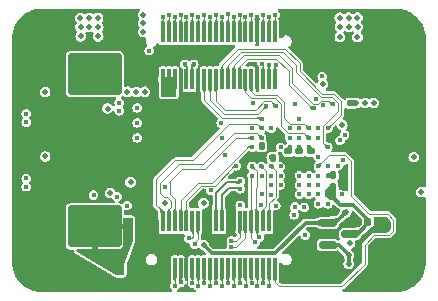
<source format=gbl>
%TF.GenerationSoftware,KiCad,Pcbnew,8.0.7*%
%TF.CreationDate,2025-08-30T11:06:04-07:00*%
%TF.ProjectId,Pivot_Core,5069766f-745f-4436-9f72-652e6b696361,rev?*%
%TF.SameCoordinates,Original*%
%TF.FileFunction,Copper,L6,Bot*%
%TF.FilePolarity,Positive*%
%FSLAX46Y46*%
G04 Gerber Fmt 4.6, Leading zero omitted, Abs format (unit mm)*
G04 Created by KiCad (PCBNEW 8.0.7) date 2025-08-30 11:06:04*
%MOMM*%
%LPD*%
G01*
G04 APERTURE LIST*
G04 Aperture macros list*
%AMRoundRect*
0 Rectangle with rounded corners*
0 $1 Rounding radius*
0 $2 $3 $4 $5 $6 $7 $8 $9 X,Y pos of 4 corners*
0 Add a 4 corners polygon primitive as box body*
4,1,4,$2,$3,$4,$5,$6,$7,$8,$9,$2,$3,0*
0 Add four circle primitives for the rounded corners*
1,1,$1+$1,$2,$3*
1,1,$1+$1,$4,$5*
1,1,$1+$1,$6,$7*
1,1,$1+$1,$8,$9*
0 Add four rect primitives between the rounded corners*
20,1,$1+$1,$2,$3,$4,$5,0*
20,1,$1+$1,$4,$5,$6,$7,0*
20,1,$1+$1,$6,$7,$8,$9,0*
20,1,$1+$1,$8,$9,$2,$3,0*%
G04 Aperture macros list end*
%TA.AperFunction,ComponentPad*%
%ADD10C,3.800000*%
%TD*%
%TA.AperFunction,ComponentPad*%
%ADD11C,0.500000*%
%TD*%
%TA.AperFunction,SMDPad,CuDef*%
%ADD12RoundRect,0.140000X-0.140000X-0.170000X0.140000X-0.170000X0.140000X0.170000X-0.140000X0.170000X0*%
%TD*%
%TA.AperFunction,SMDPad,CuDef*%
%ADD13R,0.300000X1.800000*%
%TD*%
%TA.AperFunction,SMDPad,CuDef*%
%ADD14RoundRect,0.140000X0.140000X0.170000X-0.140000X0.170000X-0.140000X-0.170000X0.140000X-0.170000X0*%
%TD*%
%TA.AperFunction,SMDPad,CuDef*%
%ADD15RoundRect,0.140000X0.170000X-0.140000X0.170000X0.140000X-0.170000X0.140000X-0.170000X-0.140000X0*%
%TD*%
%TA.AperFunction,SMDPad,CuDef*%
%ADD16RoundRect,0.175000X2.075000X-1.575000X2.075000X1.575000X-2.075000X1.575000X-2.075000X-1.575000X0*%
%TD*%
%TA.AperFunction,SMDPad,CuDef*%
%ADD17C,6.000000*%
%TD*%
%TA.AperFunction,SMDPad,CuDef*%
%ADD18RoundRect,0.140000X-0.170000X0.140000X-0.170000X-0.140000X0.170000X-0.140000X0.170000X0.140000X0*%
%TD*%
%TA.AperFunction,SMDPad,CuDef*%
%ADD19RoundRect,0.150000X-0.587500X-0.150000X0.587500X-0.150000X0.587500X0.150000X-0.587500X0.150000X0*%
%TD*%
%TA.AperFunction,ViaPad*%
%ADD20C,0.500000*%
%TD*%
%TA.AperFunction,ViaPad*%
%ADD21C,0.400000*%
%TD*%
%TA.AperFunction,Conductor*%
%ADD22C,0.300000*%
%TD*%
%TA.AperFunction,Conductor*%
%ADD23C,0.100000*%
%TD*%
%TA.AperFunction,Conductor*%
%ADD24C,0.200000*%
%TD*%
G04 APERTURE END LIST*
D10*
%TO.P,H1,1,1*%
%TO.N,GND*%
X132500000Y-80500000D03*
%TD*%
%TO.P,H2,1,1*%
%TO.N,GND*%
X132500000Y-99500000D03*
%TD*%
%TO.P,H4,1,1*%
%TO.N,GND*%
X162500000Y-99500000D03*
%TD*%
D11*
%TO.P,U7,2,GND*%
%TO.N,GND*%
X135420000Y-92730000D03*
X134870000Y-93680000D03*
X134870000Y-91780000D03*
X134320000Y-92730000D03*
%TD*%
%TO.P,U5,2,GND*%
%TO.N,GND*%
X135420000Y-87260089D03*
X134870000Y-88210089D03*
X134870000Y-86310089D03*
X134320000Y-87260089D03*
%TD*%
D10*
%TO.P,H3,1,1*%
%TO.N,GND*%
X162500000Y-80500000D03*
%TD*%
D12*
%TO.P,C23,1*%
%TO.N,GND*%
X151110000Y-90620000D03*
%TO.P,C23,2*%
%TO.N,Net-(C23-Pad2)*%
X152070000Y-90620000D03*
%TD*%
D13*
%TO.P,J2,1*%
%TO.N,GND*%
X152250000Y-96000000D03*
%TO.P,J2,2*%
%TO.N,UART4_RX*%
X151750000Y-96000000D03*
%TO.P,J2,3*%
%TO.N,UART4_TX*%
X151250000Y-96000000D03*
%TO.P,J2,4*%
%TO.N,I2C3_SDA*%
X150750000Y-96000000D03*
%TO.P,J2,5*%
%TO.N,I2C3_SCL*%
X150250000Y-96000000D03*
%TO.P,J2,6*%
%TO.N,SWCLK*%
X149750000Y-96000000D03*
%TO.P,J2,7*%
%TO.N,SWDIO*%
X149250000Y-96000000D03*
%TO.P,J2,8*%
%TO.N,GND*%
X148750000Y-96000000D03*
%TO.P,J2,9*%
X148250000Y-96000000D03*
%TO.P,J2,10*%
%TO.N,USB_D+*%
X147750000Y-96000000D03*
%TO.P,J2,11*%
%TO.N,USB_D-*%
X147250000Y-96000000D03*
%TO.P,J2,12*%
%TO.N,GND*%
X146750000Y-96000000D03*
%TO.P,J2,13*%
X146250000Y-96000000D03*
%TO.P,J2,14*%
%TO.N,CAN1+*%
X145750000Y-96000000D03*
%TO.P,J2,15*%
%TO.N,CAN1-*%
X145250000Y-96000000D03*
%TO.P,J2,16*%
%TO.N,PA10_TIM1_CH3*%
X144750000Y-96000000D03*
%TO.P,J2,17*%
%TO.N,PC8_TIM3_CH3*%
X144250000Y-96000000D03*
%TO.P,J2,18*%
%TO.N,PD11_GPIO*%
X143750000Y-96000000D03*
%TO.P,J2,19*%
%TO.N,PD15_TIM4_CH4*%
X143250000Y-96000000D03*
%TO.P,J2,20*%
%TO.N,PD14_TIM4_CH3*%
X142750000Y-96000000D03*
%TO.P,J2,21*%
%TO.N,PE6_TIM15_CH2*%
X152250000Y-100000000D03*
%TO.P,J2,22*%
%TO.N,PC15_GPIO*%
X151750000Y-100000000D03*
%TO.P,J2,23*%
%TO.N,PE5_TIM15_CH1*%
X151250000Y-100000000D03*
%TO.P,J2,24*%
%TO.N,PC13_GPIO*%
X150750000Y-100000000D03*
%TO.P,J2,25*%
%TO.N,PE3_GPIO*%
X150250000Y-100000000D03*
%TO.P,J2,26*%
%TO.N,PE2_GPIO*%
X149750000Y-100000000D03*
%TO.P,J2,27*%
%TO.N,PE4_GPIO*%
X149250000Y-100000000D03*
%TO.P,J2,28*%
%TO.N,PB7_TIM4_CH2*%
X148750000Y-100000000D03*
%TO.P,J2,29*%
%TO.N,PE15_GPIO*%
X148250000Y-100000000D03*
%TO.P,J2,30*%
%TO.N,PB3_TIM2_CH2*%
X147750000Y-100000000D03*
%TO.P,J2,31*%
%TO.N,PA15_TIM2_CH1*%
X147250000Y-100000000D03*
%TO.P,J2,32*%
%TO.N,SPI2_CS*%
X146750000Y-100000000D03*
%TO.P,J2,33*%
%TO.N,SPI2_MOSI*%
X146250000Y-100000000D03*
%TO.P,J2,34*%
%TO.N,SPI2_MISO*%
X145750000Y-100000000D03*
%TO.P,J2,35*%
%TO.N,SPI2_CLK*%
X145250000Y-100000000D03*
%TO.P,J2,36*%
%TO.N,GND*%
X144750000Y-100000000D03*
%TO.P,J2,37*%
%TO.N,UART8_RX*%
X144250000Y-100000000D03*
%TO.P,J2,38*%
%TO.N,UART8_TX*%
X143750000Y-100000000D03*
%TO.P,J2,39*%
%TO.N,GND*%
X143250000Y-100000000D03*
%TO.P,J2,40*%
X142750000Y-100000000D03*
%TD*%
D14*
%TO.P,C25,1*%
%TO.N,GND*%
X158110000Y-92130000D03*
%TO.P,C25,2*%
%TO.N,DVCC_Core*%
X157150000Y-92130000D03*
%TD*%
D15*
%TO.P,C28,1*%
%TO.N,GND*%
X155260000Y-91020000D03*
%TO.P,C28,2*%
%TO.N,DVCC_Core*%
X155260000Y-90060000D03*
%TD*%
D14*
%TO.P,C22,1*%
%TO.N,GND*%
X152070000Y-89670000D03*
%TO.P,C22,2*%
%TO.N,Net-(C22-Pad2)*%
X151110000Y-89670000D03*
%TD*%
D16*
%TO.P,BT1,1,+*%
%TO.N,Net-(BT1-+)*%
X136980000Y-96450000D03*
X136980000Y-83550000D03*
D17*
%TO.P,BT1,2,-*%
%TO.N,GND*%
X136980000Y-90000000D03*
%TD*%
D14*
%TO.P,C21,1*%
%TO.N,GND*%
X161100000Y-96030000D03*
%TO.P,C21,2*%
%TO.N,Net-(U1-VBAT)*%
X160140000Y-96030000D03*
%TD*%
D13*
%TO.P,J1,1*%
%TO.N,5V_VIN*%
X142750000Y-84000000D03*
%TO.P,J1,2*%
X143250000Y-84000000D03*
%TO.P,J1,3*%
X143750000Y-84000000D03*
%TO.P,J1,4*%
%TO.N,GND*%
X144250000Y-84000000D03*
%TO.P,J1,5*%
%TO.N,CAN2+*%
X144750000Y-84000000D03*
%TO.P,J1,6*%
%TO.N,CAN2-*%
X145250000Y-84000000D03*
%TO.P,J1,7*%
%TO.N,GND*%
X145750000Y-84000000D03*
%TO.P,J1,8*%
%TO.N,ETH_TXD1*%
X146250000Y-84000000D03*
%TO.P,J1,9*%
%TO.N,ETH_TXD0*%
X146750000Y-84000000D03*
%TO.P,J1,10*%
%TO.N,ETH_TX_EN*%
X147250000Y-84000000D03*
%TO.P,J1,11*%
%TO.N,ETH_REF_CLK*%
X147750000Y-84000000D03*
%TO.P,J1,12*%
%TO.N,ETH_MDC*%
X148250000Y-84000000D03*
%TO.P,J1,13*%
%TO.N,ETH_MDIO*%
X148750000Y-84000000D03*
%TO.P,J1,14*%
%TO.N,ETH_CRS_DV*%
X149250000Y-84000000D03*
%TO.P,J1,15*%
%TO.N,ETH_RXD0*%
X149750000Y-84000000D03*
%TO.P,J1,16*%
%TO.N,ETH_RXD1*%
X150250000Y-84000000D03*
%TO.P,J1,17*%
%TO.N,GND*%
X150750000Y-84000000D03*
%TO.P,J1,18*%
%TO.N,PE11_GPIO*%
X151250000Y-84000000D03*
%TO.P,J1,19*%
%TO.N,PA4_ADC2_INP18*%
X151750000Y-84000000D03*
%TO.P,J1,20*%
%TO.N,PA3_ADC1_INP15*%
X152250000Y-84000000D03*
%TO.P,J1,21*%
%TO.N,UART6_RX*%
X142750000Y-80000000D03*
%TO.P,J1,22*%
%TO.N,UART6_TX*%
X143250000Y-80000000D03*
%TO.P,J1,23*%
%TO.N,UART1_RX*%
X143750000Y-80000000D03*
%TO.P,J1,24*%
%TO.N,UART1_TX*%
X144250000Y-80000000D03*
%TO.P,J1,25*%
%TO.N,I2C4_SDA*%
X144750000Y-80000000D03*
%TO.P,J1,26*%
%TO.N,I2C4_SCL*%
X145250000Y-80000000D03*
%TO.P,J1,27*%
%TO.N,UART3_RX*%
X145750000Y-80000000D03*
%TO.P,J1,28*%
%TO.N,UART3_TX*%
X146250000Y-80000000D03*
%TO.P,J1,29*%
%TO.N,SPI4_CS*%
X146750000Y-80000000D03*
%TO.P,J1,30*%
%TO.N,SPI4_MOSI*%
X147250000Y-80000000D03*
%TO.P,J1,31*%
%TO.N,SPI4_MISO*%
X147750000Y-80000000D03*
%TO.P,J1,32*%
%TO.N,SPI4_CLK*%
X148250000Y-80000000D03*
%TO.P,J1,33*%
%TO.N,SPI1_CS*%
X148750000Y-80000000D03*
%TO.P,J1,34*%
%TO.N,SPI1_CLK*%
X149250000Y-80000000D03*
%TO.P,J1,35*%
%TO.N,SPI1_MISO*%
X149750000Y-80000000D03*
%TO.P,J1,36*%
%TO.N,SPI1_MOSI*%
X150250000Y-80000000D03*
%TO.P,J1,37*%
%TO.N,GND*%
X150750000Y-80000000D03*
%TO.P,J1,38*%
%TO.N,PB1_ADC1_INP5*%
X151250000Y-80000000D03*
%TO.P,J1,39*%
%TO.N,PB0_ADC2_INP9*%
X151750000Y-80000000D03*
%TO.P,J1,40*%
%TO.N,PA0_ADC1_INP16*%
X152250000Y-80000000D03*
%TD*%
D15*
%TO.P,C27,1*%
%TO.N,GND*%
X154320000Y-91020000D03*
%TO.P,C27,2*%
%TO.N,DVCC_Core*%
X154320000Y-90060000D03*
%TD*%
D14*
%TO.P,C20,1*%
%TO.N,GND*%
X158110000Y-93080000D03*
%TO.P,C20,2*%
%TO.N,Net-(U1-VBAT)*%
X157150000Y-93080000D03*
%TD*%
D18*
%TO.P,C24,1*%
%TO.N,GND*%
X158670000Y-85050000D03*
%TO.P,C24,2*%
%TO.N,DVCC_Core*%
X158670000Y-86010000D03*
%TD*%
D15*
%TO.P,C26,1*%
%TO.N,GND*%
X153390000Y-91020000D03*
%TO.P,C26,2*%
%TO.N,DVCC_Core*%
X153390000Y-90060000D03*
%TD*%
D19*
%TO.P,D4,1*%
%TO.N,Net-(BT1-+)*%
X156715000Y-98030000D03*
%TO.P,D4,2*%
%TO.N,DVCC_Core*%
X156715000Y-96130000D03*
%TO.P,D4,3*%
%TO.N,Net-(U1-VBAT)*%
X158590000Y-97080000D03*
%TD*%
D20*
%TO.N,GND*%
X158505735Y-82338750D03*
X138900000Y-101200000D03*
D21*
X150746675Y-78747977D03*
D20*
X161480000Y-88770000D03*
X163990000Y-93040000D03*
X135520000Y-85750000D03*
X137700000Y-89200000D03*
X144900000Y-98600000D03*
X130500000Y-97000000D03*
D21*
X154320000Y-91340000D03*
D20*
X160660000Y-84320000D03*
X162235000Y-88770000D03*
X154910000Y-98480000D03*
X160725000Y-88770000D03*
X130500000Y-85000000D03*
X130500000Y-89000000D03*
X152030000Y-97410000D03*
X164275000Y-95590000D03*
X156340000Y-82560000D03*
X143300000Y-98600000D03*
D21*
X148450000Y-96992893D03*
D20*
X145635760Y-85364240D03*
X144414304Y-85364240D03*
D21*
X157779999Y-92940919D03*
D20*
X136700000Y-90600000D03*
D21*
X144740000Y-101610000D03*
D20*
X145270000Y-94560000D03*
D21*
X155120000Y-91340000D03*
D20*
X148900000Y-92000000D03*
X158240000Y-89730000D03*
X158330000Y-84120000D03*
X135700000Y-90600000D03*
X146080000Y-86520000D03*
D21*
X153520000Y-91340000D03*
D20*
X140836446Y-93363554D03*
X136700000Y-89200000D03*
X144100000Y-98600000D03*
X134260000Y-84150000D03*
X131900000Y-90800000D03*
X131900000Y-90000000D03*
D21*
X150530000Y-82700000D03*
D20*
X161390000Y-85050000D03*
X137700000Y-90600000D03*
X130500000Y-83000000D03*
X134900000Y-101200000D03*
X135700000Y-89200000D03*
X136900000Y-101200000D03*
X136550000Y-81250000D03*
X162900000Y-95800000D03*
X137880000Y-92990000D03*
X161710000Y-96020000D03*
X130500000Y-91000000D03*
X130500000Y-95000000D03*
X134190000Y-95700000D03*
X159220000Y-93300000D03*
X159950000Y-86900000D03*
X138072384Y-87300913D03*
X131900000Y-89200000D03*
X162900000Y-96800000D03*
X140900000Y-101200000D03*
X143010000Y-101210000D03*
X140813554Y-91806446D03*
D21*
X135150000Y-90470000D03*
D20*
X140760000Y-99190000D03*
X142300000Y-91600000D03*
D21*
%TO.N,DVCC_Core*%
X156720000Y-92140000D03*
D20*
X158280000Y-95190000D03*
D21*
X150370000Y-85990000D03*
X154320000Y-89740000D03*
X155120000Y-89740000D03*
D20*
X164000000Y-90580000D03*
X158600000Y-97860000D03*
X164630000Y-93540000D03*
X160620000Y-85990000D03*
D21*
X152720000Y-89740000D03*
D20*
X146220000Y-98010000D03*
X159140000Y-85990000D03*
D21*
X153520000Y-89740000D03*
D20*
X159890000Y-86000000D03*
%TO.N,5V_VIN*%
X143600000Y-85240000D03*
X138080000Y-86460000D03*
X136540000Y-79570000D03*
X157750000Y-80410000D03*
X142900000Y-85230000D03*
X137270000Y-78810000D03*
X141100000Y-79980000D03*
X157740000Y-78780000D03*
D21*
X143750000Y-84000000D03*
D20*
X141100000Y-79250000D03*
X141090000Y-78520000D03*
X158490000Y-78780000D03*
X135780000Y-78810000D03*
D21*
X142750000Y-84000000D03*
D20*
X137280000Y-80350000D03*
X159230000Y-80410000D03*
X158500000Y-79540000D03*
X157750000Y-79540000D03*
X136530000Y-78810000D03*
X135790000Y-79570000D03*
X159240000Y-79540000D03*
X137280000Y-79570000D03*
X135800000Y-80350000D03*
X138293093Y-93615985D03*
D21*
X143250000Y-84000000D03*
D20*
X159230000Y-78780000D03*
D21*
%TO.N,TEMP_Sense*%
X156248151Y-83741347D03*
X158150000Y-88720000D03*
%TO.N,Buzzer_PWM*%
X139720000Y-94680000D03*
X151119999Y-92143037D03*
D20*
%TO.N,AVCC*%
X156290000Y-84390001D03*
X157950000Y-87860000D03*
D21*
%TO.N,QSPI_IO0*%
X140580000Y-86400000D03*
X154320000Y-88140000D03*
%TO.N,QSPI_IO3*%
X140580000Y-88940000D03*
X153497490Y-88940001D03*
%TO.N,QSPI_CLK*%
X140580000Y-87670000D03*
X154320000Y-88940000D03*
%TO.N,QSPI_IO2*%
X153920000Y-86060000D03*
X147690000Y-87670000D03*
%TO.N,QSPI_IO1*%
X154320000Y-87340000D03*
X147755685Y-88940001D03*
%TO.N,QSPI_CS*%
X151920000Y-93762505D03*
X148050000Y-90380000D03*
D20*
%TO.N,DVCC_Periph*%
X146200000Y-94490000D03*
X132780000Y-90520000D03*
X142940000Y-94470000D03*
X132780000Y-85070000D03*
X141240000Y-85040000D03*
X139760000Y-85040000D03*
X140510000Y-85050000D03*
X140025000Y-92707892D03*
D21*
%TO.N,FDCAN1_RX*%
X138869948Y-93915553D03*
X155120000Y-93740000D03*
%TO.N,FDCAN1_TX*%
X154730000Y-94830000D03*
X136890000Y-93780000D03*
%TO.N,NRST*%
X158030000Y-90830000D03*
X153871336Y-95461217D03*
%TO.N,BOOT0*%
X154802406Y-97170000D03*
X154320000Y-92140000D03*
%TO.N,CAN1+*%
X145447488Y-97947488D03*
X131185000Y-93080000D03*
%TO.N,CAN1-*%
X131185000Y-92380000D03*
X144952512Y-97452512D03*
%TO.N,FDCAN2_TX*%
X154320000Y-93740000D03*
X139070000Y-86660000D03*
%TO.N,FDCAN2_RX*%
X154320000Y-92940000D03*
X139060000Y-85990000D03*
D20*
%TO.N,Net-(BT1-+)*%
X158500000Y-99600000D03*
X139050000Y-100110000D03*
X158510000Y-98880000D03*
X138400000Y-99777500D03*
D21*
%TO.N,Net-(C22-Pad2)*%
X151120000Y-89740000D03*
%TO.N,USB_D-*%
X149320000Y-92615000D03*
%TO.N,IMU_INT1*%
X150342509Y-88140000D03*
X142950000Y-93148185D03*
%TO.N,USB_D+*%
X149320000Y-93265000D03*
%TO.N,IMU_INT2*%
X146790000Y-93382500D03*
X151920000Y-92151105D03*
%TO.N,Net-(U1-VBAT)*%
X156720000Y-93740000D03*
%TO.N,I2C4_SDA*%
X144746675Y-78747977D03*
%TO.N,I2C3_SCL*%
X150579988Y-97794257D03*
X150303827Y-92133928D03*
%TO.N,I2C4_SCL*%
X145248047Y-78521861D03*
%TO.N,I2C3_SDA*%
X150930000Y-97370000D03*
X150297493Y-91340002D03*
%TO.N,ETH_TX_EN*%
X152320000Y-86250000D03*
%TO.N,ETH_MDIO*%
X157120000Y-86120000D03*
%TO.N,UART1_TX*%
X144250527Y-78510617D03*
%TO.N,ETH_RXD0*%
X155120000Y-88940000D03*
%TO.N,ETH_RXD1*%
X155120000Y-88140000D03*
%TO.N,SPI2_MOSI*%
X146258047Y-101241861D03*
X155920000Y-90540000D03*
%TO.N,ETH_TXD0*%
X151520000Y-86250000D03*
%TO.N,SPI1_MISO*%
X155732175Y-85613818D03*
X149750308Y-78739272D03*
%TO.N,SPI2_MISO*%
X156719999Y-91339999D03*
X145758059Y-101471022D03*
%TO.N,ETH_TXD1*%
X151120000Y-87340000D03*
%TO.N,UART6_RX*%
X142750000Y-78740000D03*
%TO.N,SPI1_MOSI*%
X150250527Y-78510617D03*
X152720000Y-92140000D03*
%TO.N,SPI2_CS*%
X157620000Y-91290003D03*
X146740000Y-101520000D03*
%TO.N,UART1_RX*%
X143750308Y-78739272D03*
%TO.N,SPI1_CS*%
X152720000Y-91362509D03*
X148750000Y-78740000D03*
%TO.N,UART3_TX*%
X146259988Y-78510839D03*
%TO.N,UART4_RX*%
X151942507Y-91340000D03*
%TO.N,ETH_REF_CLK*%
X156720000Y-88140000D03*
%TO.N,UART8_TX*%
X143760000Y-101460000D03*
X155120000Y-92940000D03*
%TO.N,UART3_RX*%
X145760000Y-78740000D03*
%TO.N,ETH_CRS_DV*%
X155520000Y-86450000D03*
%TO.N,UART8_RX*%
X144300000Y-101150000D03*
X155120000Y-92140000D03*
%TO.N,UART4_TX*%
X151097495Y-91340000D03*
%TO.N,UART6_TX*%
X143249988Y-78510839D03*
%TO.N,LED_GREEN*%
X141600000Y-81560000D03*
X152725000Y-92925000D03*
%TO.N,PC8_TIM3_CH3*%
X150320000Y-89740000D03*
%TO.N,PB7_TIM4_CH2*%
X153930000Y-94800000D03*
X148748059Y-101471022D03*
%TO.N,PB0_ADC2_INP9*%
X151747008Y-78753250D03*
%TO.N,PC13_GPIO*%
X150757520Y-101471244D03*
X156720001Y-94539999D03*
%TO.N,PB1_ADC1_INP5*%
X151248047Y-78521861D03*
%TO.N,PE5_TIM15_CH1*%
X151257739Y-101242589D03*
X155920000Y-92140000D03*
%TO.N,PD14_TIM4_CH3*%
X151120000Y-88140000D03*
%TO.N,PA3_ADC1_INP15*%
X152300000Y-82790000D03*
X156320000Y-86199999D03*
%TO.N,SWDIO*%
X148550000Y-97664667D03*
X149300000Y-94650000D03*
%TO.N,PE4_GPIO*%
X149248047Y-101241861D03*
X155920000Y-92940000D03*
%TO.N,PD15_TIM4_CH4*%
X151120000Y-88940000D03*
%TO.N,PE6_TIM15_CH2*%
X155920000Y-91340000D03*
%TO.N,PA15_TIM2_CH1*%
X147251372Y-101233884D03*
X151119859Y-93717645D03*
%TO.N,PA4_ADC2_INP18*%
X155920000Y-88940000D03*
X151710985Y-82780000D03*
%TO.N,SWCLK*%
X151034315Y-94649999D03*
X148549998Y-98214669D03*
%TO.N,PE2_GPIO*%
X155920000Y-94540000D03*
X149760000Y-101460000D03*
%TO.N,PE3_GPIO*%
X155920000Y-93740000D03*
X150261372Y-101233884D03*
%TO.N,PB3_TIM2_CH2*%
X152320000Y-94680000D03*
X147747520Y-101471244D03*
%TO.N,PC15_GPIO*%
X151758059Y-101471022D03*
X157960001Y-93739999D03*
%TO.N,PA0_ADC1_INP16*%
X152250151Y-78531103D03*
X157750000Y-89160000D03*
%TO.N,PA10_TIM1_CH3*%
X148980000Y-91310000D03*
%TO.N,CAN2+*%
X131185000Y-87610089D03*
X144625000Y-82707999D03*
%TO.N,CAN2-*%
X131185000Y-86910089D03*
X145375000Y-82707999D03*
%TO.N,ETH_MDC*%
X156720000Y-89740000D03*
%TO.N,SPI4_MOSI*%
X147260527Y-78510617D03*
%TO.N,SPI4_CS*%
X146760308Y-78739272D03*
%TO.N,SPI4_MISO*%
X147756675Y-78747977D03*
%TO.N,SPI4_CLK*%
X148270000Y-78470000D03*
%TO.N,PE11_GPIO*%
X153497493Y-88140000D03*
X151150000Y-82680000D03*
%TO.N,PE15_GPIO*%
X151920000Y-88140000D03*
X148247739Y-101242589D03*
%TO.N,PD11_GPIO*%
X150342509Y-88940000D03*
%TO.N,SPI1_CLK*%
X155920000Y-88140000D03*
X149249988Y-78510839D03*
%TO.N,SPI2_CLK*%
X145257739Y-101242589D03*
X151920000Y-92940000D03*
%TO.N,Net-(C23-Pad2)*%
X151931090Y-90574617D03*
%TD*%
D22*
%TO.N,GND*%
X161700000Y-96030000D02*
X161710000Y-96020000D01*
X143010000Y-101210000D02*
X142870000Y-101210000D01*
X152250000Y-97190000D02*
X152250000Y-96000000D01*
X146750000Y-96950000D02*
X146460000Y-97240000D01*
X144414304Y-85364240D02*
X145635760Y-85364240D01*
X143120000Y-101210000D02*
X143250000Y-101080000D01*
X150750000Y-80000000D02*
X150750000Y-78751302D01*
X146460000Y-97240000D02*
X146250000Y-97030000D01*
X155260000Y-91020000D02*
X155260000Y-91200000D01*
X146750000Y-96000000D02*
X146750000Y-96950000D01*
X148450000Y-96992893D02*
X147992893Y-97450000D01*
D23*
X150750000Y-78751302D02*
X150746675Y-78747977D01*
X144740000Y-101610000D02*
X144758047Y-101591953D01*
D22*
X150750000Y-84000000D02*
X150750000Y-82987107D01*
X153390000Y-91020000D02*
X153390000Y-91210000D01*
X150530000Y-82767107D02*
X150530000Y-82700000D01*
X147992893Y-97450000D02*
X146670000Y-97450000D01*
X142870000Y-101210000D02*
X142750000Y-101090000D01*
X148250000Y-96000000D02*
X148250000Y-96792893D01*
X148250000Y-94940000D02*
X148330000Y-94860000D01*
X146670000Y-97450000D02*
X146460000Y-97240000D01*
X153390000Y-91210000D02*
X153520000Y-91340000D01*
X148250000Y-96792893D02*
X148450000Y-96992893D01*
X161100000Y-96030000D02*
X161700000Y-96030000D01*
X145750000Y-85250000D02*
X145750000Y-84000000D01*
D23*
X144758047Y-101591953D02*
X144758047Y-99981861D01*
D22*
X154320000Y-91020000D02*
X154320000Y-91340000D01*
X150750000Y-82987107D02*
X150530000Y-82767107D01*
X144414304Y-85364240D02*
X144250000Y-85199936D01*
X142750000Y-101090000D02*
X142750000Y-100000000D01*
X145635760Y-85364240D02*
X145750000Y-85250000D01*
X146250000Y-97030000D02*
X146250000Y-96000000D01*
X144250000Y-85199936D02*
X144250000Y-84000000D01*
X148750000Y-94990000D02*
X148750000Y-96000000D01*
X155260000Y-91200000D02*
X155120000Y-91340000D01*
X143250000Y-101080000D02*
X143250000Y-100000000D01*
X152030000Y-97410000D02*
X152250000Y-97190000D01*
X148620000Y-94860000D02*
X148750000Y-94990000D01*
X148330000Y-94860000D02*
X148620000Y-94860000D01*
X148250000Y-96000000D02*
X148250000Y-94940000D01*
X143010000Y-101210000D02*
X143120000Y-101210000D01*
%TO.N,DVCC_Core*%
X156715000Y-96130000D02*
X157340000Y-96130000D01*
X156730000Y-92130000D02*
X156720000Y-92140000D01*
X159140000Y-85990000D02*
X158690000Y-85990000D01*
X158690000Y-85990000D02*
X158670000Y-86010000D01*
X156715000Y-96130000D02*
X154850000Y-96130000D01*
X152265331Y-98714669D02*
X146924669Y-98714669D01*
X155260000Y-89880000D02*
X155120000Y-89740000D01*
X157150000Y-92130000D02*
X156730000Y-92130000D01*
X153390000Y-90060000D02*
X153390000Y-89870000D01*
X154850000Y-96130000D02*
X152265331Y-98714669D01*
X154320000Y-90060000D02*
X154320000Y-89740000D01*
X155260000Y-90060000D02*
X155260000Y-89880000D01*
X157340000Y-96130000D02*
X158280000Y-95190000D01*
X153390000Y-89870000D02*
X153520000Y-89740000D01*
X146924669Y-98714669D02*
X146220000Y-98010000D01*
D23*
%TO.N,CAN1+*%
X145700000Y-97482843D02*
X145447488Y-97735355D01*
X145750000Y-96750000D02*
X145700000Y-96800000D01*
X145700000Y-96800000D02*
X145700000Y-97482843D01*
X145750000Y-96000000D02*
X145750000Y-96750000D01*
X145447488Y-97735355D02*
X145447488Y-97947488D01*
%TO.N,CAN1-*%
X145300000Y-97317157D02*
X145164645Y-97452512D01*
X145250000Y-96000000D02*
X145250000Y-96750000D01*
X145300000Y-96800000D02*
X145300000Y-97317157D01*
X145164645Y-97452512D02*
X144952512Y-97452512D01*
X145250000Y-96750000D02*
X145300000Y-96800000D01*
D22*
%TO.N,Net-(BT1-+)*%
X157660000Y-98030000D02*
X156715000Y-98030000D01*
X158510000Y-98880000D02*
X158510000Y-99590000D01*
X158510000Y-98880000D02*
X157660000Y-98030000D01*
X158510000Y-99590000D02*
X158500000Y-99600000D01*
%TO.N,Net-(C22-Pad2)*%
X151130000Y-89750000D02*
X151120000Y-89740000D01*
X151140000Y-89750000D02*
X151130000Y-89750000D01*
D24*
%TO.N,USB_D-*%
X147250000Y-94649999D02*
X147250000Y-96000000D01*
X149320000Y-92615000D02*
X149220001Y-92714999D01*
X147275000Y-94624999D02*
X147250000Y-94649999D01*
X148186801Y-92714999D02*
X147275000Y-93626800D01*
X149220001Y-92714999D02*
X148186801Y-92714999D01*
X147275000Y-93626800D02*
X147275000Y-94624999D01*
%TO.N,USB_D+*%
X149320000Y-93265000D02*
X149220001Y-93165001D01*
X148373199Y-93165001D02*
X147725000Y-93813200D01*
X147725000Y-94624999D02*
X147750000Y-94649999D01*
X149220001Y-93165001D02*
X148373199Y-93165001D01*
X147725000Y-93813200D02*
X147725000Y-94624999D01*
X147750000Y-94649999D02*
X147750000Y-96000000D01*
D22*
%TO.N,Net-(U1-VBAT)*%
X159260000Y-97080000D02*
X158590000Y-97080000D01*
X157180000Y-93110000D02*
X157150000Y-93080000D01*
X157790000Y-94590000D02*
X158870000Y-94590000D01*
X159990000Y-96350000D02*
X159260000Y-97080000D01*
X159990000Y-95710000D02*
X159990000Y-96350000D01*
X157180000Y-93980000D02*
X157790000Y-94590000D01*
X158870000Y-94590000D02*
X159990000Y-95710000D01*
D23*
%TO.N,I2C4_SDA*%
X144750000Y-78751302D02*
X144746675Y-78747977D01*
X144750000Y-80000000D02*
X144750000Y-78751302D01*
%TO.N,I2C3_SCL*%
X150579988Y-97794257D02*
X150250000Y-97464269D01*
X150250000Y-92187755D02*
X150250000Y-96000000D01*
X150250000Y-97464269D02*
X150250000Y-96000000D01*
X150303827Y-92133928D02*
X150250000Y-92187755D01*
X150303827Y-92133928D02*
X150230000Y-92207755D01*
%TO.N,I2C4_SCL*%
X145250000Y-78523814D02*
X145248047Y-78521861D01*
X145250000Y-80000000D02*
X145250000Y-78523814D01*
%TO.N,I2C3_SDA*%
X150634315Y-93225685D02*
X150634315Y-95884315D01*
X150719999Y-93140001D02*
X150634315Y-93225685D01*
X150930000Y-97370000D02*
X150920000Y-97370000D01*
X150920000Y-97370000D02*
X150750000Y-97200000D01*
X150297493Y-91340002D02*
X150719999Y-91762508D01*
X150719999Y-91762508D02*
X150719999Y-93140001D01*
X150634315Y-95884315D02*
X150750000Y-96000000D01*
X150750000Y-97200000D02*
X150750000Y-96000000D01*
%TO.N,ETH_TX_EN*%
X151920000Y-85850000D02*
X151354314Y-85850000D01*
X150624314Y-86580000D02*
X148020000Y-86580000D01*
X147250000Y-85810000D02*
X147250000Y-84000000D01*
X151354314Y-85850000D02*
X150624314Y-86580000D01*
X152320000Y-86250000D02*
X151920000Y-85850000D01*
X148020000Y-86580000D02*
X147250000Y-85810000D01*
%TO.N,ETH_MDIO*%
X148750000Y-82800000D02*
X148750000Y-84000000D01*
X157120000Y-86120000D02*
X156799999Y-85799999D01*
X156799999Y-85799999D02*
X156111680Y-85799999D01*
X152610000Y-81920000D02*
X149630000Y-81920000D01*
X156111680Y-85799999D02*
X155861679Y-86050000D01*
X153720000Y-83030000D02*
X152610000Y-81920000D01*
X155861679Y-86050000D02*
X155440000Y-86050000D01*
X149630000Y-81920000D02*
X148750000Y-82800000D01*
X155440000Y-86050000D02*
X153720000Y-84330000D01*
X153720000Y-84330000D02*
X153720000Y-83030000D01*
%TO.N,UART1_TX*%
X144250000Y-78511144D02*
X144250527Y-78510617D01*
X144250000Y-80000000D02*
X144250000Y-78511144D01*
%TO.N,ETH_RXD0*%
X149750000Y-85080000D02*
X149750000Y-84000000D01*
X152240000Y-85590000D02*
X150260000Y-85590000D01*
X154720001Y-88540001D02*
X153331808Y-88540001D01*
X153331808Y-88540001D02*
X152720000Y-87928193D01*
X152720000Y-86070000D02*
X152240000Y-85590000D01*
X150260000Y-85590000D02*
X149750000Y-85080000D01*
X152720000Y-87928193D02*
X152720000Y-86070000D01*
X155120000Y-88940000D02*
X154720001Y-88540001D01*
%TO.N,ETH_RXD1*%
X153520000Y-87740000D02*
X153040000Y-87260000D01*
X153040000Y-85950000D02*
X152380000Y-85290000D01*
X152380000Y-85290000D02*
X150540000Y-85290000D01*
X150540000Y-85290000D02*
X150250000Y-85000000D01*
X153040000Y-87260000D02*
X153040000Y-85950000D01*
X154720000Y-87740000D02*
X153520000Y-87740000D01*
X155120000Y-88140000D02*
X154720000Y-87740000D01*
X150250000Y-85000000D02*
X150250000Y-84000000D01*
%TO.N,SPI2_MOSI*%
X146258047Y-99981861D02*
X146258047Y-101241861D01*
%TO.N,ETH_TXD0*%
X147920000Y-86930000D02*
X146750000Y-85760000D01*
X151520000Y-86250000D02*
X150840000Y-86930000D01*
X146750000Y-85760000D02*
X146750000Y-84000000D01*
X150840000Y-86930000D02*
X147920000Y-86930000D01*
%TO.N,SPI1_MISO*%
X149750000Y-80000000D02*
X149750000Y-78739580D01*
X149750000Y-78739580D02*
X149750308Y-78739272D01*
%TO.N,SPI2_MISO*%
X145758047Y-99981861D02*
X145758047Y-101471010D01*
X145758047Y-101471010D02*
X145758059Y-101471022D01*
%TO.N,ETH_TXD1*%
X151050000Y-87270000D02*
X147792893Y-87270000D01*
X146250000Y-85727107D02*
X146250000Y-84000000D01*
X147792893Y-87270000D02*
X146250000Y-85727107D01*
X151120000Y-87340000D02*
X151050000Y-87270000D01*
%TO.N,UART6_RX*%
X142750000Y-80000000D02*
X142750000Y-78740000D01*
%TO.N,SPI1_MOSI*%
X150250000Y-78511144D02*
X150250527Y-78510617D01*
X150250000Y-80000000D02*
X150250000Y-78511144D01*
%TO.N,SPI2_CS*%
X146748047Y-101511953D02*
X146748047Y-99981861D01*
X146740000Y-101520000D02*
X146748047Y-101511953D01*
%TO.N,UART1_RX*%
X143750000Y-78739580D02*
X143750308Y-78739272D01*
X143750000Y-80000000D02*
X143750000Y-78739580D01*
%TO.N,SPI1_CS*%
X148750000Y-80000000D02*
X148750000Y-78740000D01*
%TO.N,UART3_TX*%
X146260000Y-78510851D02*
X146259988Y-78510839D01*
X146260000Y-80000000D02*
X146260000Y-78510851D01*
%TO.N,UART4_RX*%
X152320000Y-93928190D02*
X151780000Y-94468190D01*
X151942507Y-91340000D02*
X152320000Y-91717493D01*
X151780000Y-95970000D02*
X151750000Y-96000000D01*
X152320000Y-91717493D02*
X152320000Y-93928190D01*
X151750000Y-96000000D02*
X151750000Y-95055686D01*
X151780000Y-94468190D02*
X151780000Y-95970000D01*
%TO.N,ETH_REF_CLK*%
X156730000Y-88140000D02*
X157870000Y-87000000D01*
X154350000Y-83290000D02*
X154350000Y-82640000D01*
X149100000Y-81420000D02*
X147750000Y-82770000D01*
X157230000Y-85200000D02*
X156260000Y-85200000D01*
X147750000Y-82770000D02*
X147750000Y-84000000D01*
X157870000Y-87000000D02*
X157870000Y-85840000D01*
X156260000Y-85200000D02*
X154350000Y-83290000D01*
X153130000Y-81420000D02*
X149100000Y-81420000D01*
X154350000Y-82640000D02*
X153130000Y-81420000D01*
X157870000Y-85840000D02*
X157230000Y-85200000D01*
X156720000Y-88140000D02*
X156730000Y-88140000D01*
%TO.N,UART8_TX*%
X143758047Y-101458047D02*
X143760000Y-101460000D01*
X143758047Y-99981861D02*
X143758047Y-101458047D01*
%TO.N,UART3_RX*%
X145760000Y-80000000D02*
X145760000Y-78740000D01*
%TO.N,ETH_CRS_DV*%
X152350000Y-82250000D02*
X149860000Y-82250000D01*
X155520000Y-86450000D02*
X155366446Y-86450000D01*
X153400000Y-83300000D02*
X152350000Y-82250000D01*
X153400000Y-84483554D02*
X153400000Y-83300000D01*
X149860000Y-82250000D02*
X149250000Y-82860000D01*
X155366446Y-86450000D02*
X153400000Y-84483554D01*
X149250000Y-82860000D02*
X149250000Y-84000000D01*
%TO.N,UART8_RX*%
X144260000Y-101110000D02*
X144300000Y-101150000D01*
X144260000Y-99980000D02*
X144260000Y-101110000D01*
%TO.N,UART4_TX*%
X151519999Y-94730001D02*
X151250000Y-95000000D01*
X151097495Y-91340000D02*
X151519999Y-91762504D01*
X151250000Y-95000000D02*
X151250000Y-96000000D01*
X151519999Y-91762504D02*
X151519999Y-94730001D01*
%TO.N,UART6_TX*%
X143250000Y-78510851D02*
X143249988Y-78510839D01*
X143250000Y-80000000D02*
X143250000Y-78510851D01*
%TO.N,PC8_TIM3_CH3*%
X146947500Y-92732500D02*
X145727500Y-92732500D01*
X149940000Y-89740000D02*
X146947500Y-92732500D01*
X144250000Y-94210000D02*
X144250000Y-96000000D01*
X145727500Y-92732500D02*
X144250000Y-94210000D01*
X150320000Y-89740000D02*
X149940000Y-89740000D01*
%TO.N,PB7_TIM4_CH2*%
X148748047Y-99981861D02*
X148748047Y-101471010D01*
X148748047Y-101471010D02*
X148748059Y-101471022D01*
%TO.N,PB0_ADC2_INP9*%
X151750000Y-78756242D02*
X151747008Y-78753250D01*
X151750000Y-80000000D02*
X151750000Y-78756242D01*
%TO.N,PC13_GPIO*%
X150758047Y-101470717D02*
X150757520Y-101471244D01*
X150758047Y-99981861D02*
X150758047Y-101470717D01*
%TO.N,PB1_ADC1_INP5*%
X151250000Y-78523814D02*
X151248047Y-78521861D01*
X151250000Y-80000000D02*
X151250000Y-78523814D01*
%TO.N,PE5_TIM15_CH1*%
X151258047Y-101242281D02*
X151257739Y-101242589D01*
X151258047Y-99981861D02*
X151258047Y-101242281D01*
%TO.N,PD14_TIM4_CH3*%
X143800000Y-90850000D02*
X145280000Y-90850000D01*
X148390000Y-87740000D02*
X150720000Y-87740000D01*
X142750000Y-96000000D02*
X142750000Y-95180000D01*
X145280000Y-90850000D02*
X148390000Y-87740000D01*
X150720000Y-87740000D02*
X151120000Y-88140000D01*
X142750000Y-95180000D02*
X142190000Y-94620000D01*
X142190000Y-94620000D02*
X142190000Y-92460000D01*
X142190000Y-92460000D02*
X143800000Y-90850000D01*
%TO.N,PA3_ADC1_INP15*%
X152250000Y-84000000D02*
X152250000Y-82881959D01*
X152250000Y-82881959D02*
X152349018Y-82782941D01*
%TO.N,SWDIO*%
X148550000Y-97664667D02*
X148945333Y-97664667D01*
X148945333Y-97664667D02*
X149250000Y-97360000D01*
X149250000Y-97360000D02*
X149250000Y-96000000D01*
%TO.N,PE4_GPIO*%
X149248047Y-99981861D02*
X149248047Y-101241861D01*
%TO.N,PD15_TIM4_CH4*%
X142550000Y-92750000D02*
X142550000Y-93640000D01*
X148780000Y-88540000D02*
X146130000Y-91190000D01*
X151120000Y-88940000D02*
X150720000Y-88540000D01*
X143440000Y-94810000D02*
X143250000Y-95000000D01*
X143147107Y-93970000D02*
X143440000Y-94262893D01*
X142550000Y-93640000D02*
X142880000Y-93970000D01*
X146130000Y-91190000D02*
X144110000Y-91190000D01*
X143250000Y-95000000D02*
X143250000Y-96000000D01*
X144110000Y-91190000D02*
X142550000Y-92750000D01*
X142880000Y-93970000D02*
X143147107Y-93970000D01*
X143440000Y-94262893D02*
X143440000Y-94810000D01*
X150720000Y-88540000D02*
X148780000Y-88540000D01*
%TO.N,PE6_TIM15_CH2*%
X157940000Y-101530000D02*
X159840000Y-99630000D01*
X152250000Y-101150000D02*
X152630000Y-101530000D01*
X161777107Y-95380000D02*
X160200000Y-95380000D01*
X159840000Y-99630000D02*
X159840000Y-97990000D01*
X160200000Y-95380000D02*
X158700000Y-93880000D01*
X162280000Y-96790000D02*
X162280000Y-95882893D01*
X152630000Y-101530000D02*
X157940000Y-101530000D01*
X158700000Y-90934314D02*
X158195686Y-90430000D01*
X158700000Y-93880000D02*
X158700000Y-90934314D01*
X152250000Y-100000000D02*
X152250000Y-101150000D01*
X156830000Y-90430000D02*
X155920000Y-91340000D01*
X159840000Y-97990000D02*
X160620000Y-97210000D01*
X162280000Y-95882893D02*
X161777107Y-95380000D01*
X161860000Y-97210000D02*
X162280000Y-96790000D01*
X158195686Y-90430000D02*
X156830000Y-90430000D01*
X160620000Y-97210000D02*
X161860000Y-97210000D01*
%TO.N,PA15_TIM2_CH1*%
X147248047Y-101230559D02*
X147251372Y-101233884D01*
X147248047Y-99981861D02*
X147248047Y-101230559D01*
%TO.N,PA4_ADC2_INP18*%
X151750000Y-82800003D02*
X151800003Y-82750000D01*
X151750000Y-84000000D02*
X151750000Y-82800003D01*
%TO.N,SWCLK*%
X148975331Y-98214669D02*
X149750000Y-97440000D01*
X148549998Y-98214669D02*
X148975331Y-98214669D01*
X149750000Y-97440000D02*
X149750000Y-96000000D01*
%TO.N,PE2_GPIO*%
X149758047Y-99981861D02*
X149758047Y-101458047D01*
X149758047Y-101458047D02*
X149760000Y-101460000D01*
%TO.N,PE3_GPIO*%
X150258047Y-99981861D02*
X150258047Y-101230559D01*
X150258047Y-101230559D02*
X150261372Y-101233884D01*
%TO.N,PB3_TIM2_CH2*%
X147748047Y-99981861D02*
X147748047Y-101470717D01*
X147748047Y-101470717D02*
X147747520Y-101471244D01*
%TO.N,PC15_GPIO*%
X151758047Y-101471010D02*
X151758059Y-101471022D01*
X151758047Y-99981861D02*
X151758047Y-101471010D01*
%TO.N,PA0_ADC1_INP16*%
X152250000Y-78531254D02*
X152250151Y-78531103D01*
X152250000Y-80000000D02*
X152250000Y-78531254D01*
%TO.N,PA10_TIM1_CH3*%
X147147500Y-92982500D02*
X146017500Y-92982500D01*
X148820000Y-91310000D02*
X147147500Y-92982500D01*
X148980000Y-91310000D02*
X148980000Y-91375787D01*
X148980000Y-91310000D02*
X148820000Y-91310000D01*
X146017500Y-92982500D02*
X144750000Y-94250000D01*
X144750000Y-94250000D02*
X144750000Y-96000000D01*
%TO.N,CAN2+*%
X144800000Y-82882999D02*
X144625000Y-82707999D01*
X144750000Y-84000000D02*
X144750000Y-83250000D01*
X144750000Y-83250000D02*
X144800000Y-83200000D01*
X144800000Y-83200000D02*
X144800000Y-82882999D01*
%TO.N,CAN2-*%
X145200000Y-82882999D02*
X145375000Y-82707999D01*
X145250000Y-84000000D02*
X145250000Y-83250000D01*
X145200000Y-83200000D02*
X145200000Y-82882999D01*
X145250000Y-83250000D02*
X145200000Y-83200000D01*
%TO.N,ETH_MDC*%
X157580000Y-86680000D02*
X157580000Y-86014314D01*
X154020000Y-82800000D02*
X152890000Y-81670000D01*
X156720000Y-89740000D02*
X156320000Y-89340000D01*
X157065686Y-85500000D02*
X156184043Y-85500000D01*
X148250000Y-82760000D02*
X148250000Y-84000000D01*
X149340000Y-81670000D02*
X148250000Y-82760000D01*
X154020000Y-83340000D02*
X154020000Y-82800000D01*
X157580000Y-86014314D02*
X157065686Y-85500000D01*
X156184043Y-85500000D02*
X155897861Y-85213818D01*
X155897861Y-85213818D02*
X155893818Y-85213818D01*
X155893818Y-85213818D02*
X154020000Y-83340000D01*
X152890000Y-81670000D02*
X149340000Y-81670000D01*
X156320000Y-87940000D02*
X157580000Y-86680000D01*
X156320000Y-89340000D02*
X156320000Y-87940000D01*
%TO.N,SPI4_MOSI*%
X147260000Y-78511144D02*
X147260527Y-78510617D01*
X147260000Y-80000000D02*
X147260000Y-78511144D01*
%TO.N,SPI4_CS*%
X146760000Y-80000000D02*
X146760000Y-78739580D01*
X146760000Y-78739580D02*
X146760308Y-78739272D01*
%TO.N,SPI4_MISO*%
X147760000Y-78751302D02*
X147756675Y-78747977D01*
X147760000Y-80000000D02*
X147760000Y-78751302D01*
%TO.N,SPI4_CLK*%
X148270000Y-78470000D02*
X148260000Y-78480000D01*
X148260000Y-78480000D02*
X148260000Y-80000000D01*
%TO.N,PE11_GPIO*%
X151250000Y-84000000D02*
X151250000Y-82750000D01*
%TO.N,PE15_GPIO*%
X148248047Y-101242281D02*
X148247739Y-101242589D01*
X148248047Y-99981861D02*
X148248047Y-101242281D01*
%TO.N,PD11_GPIO*%
X143350000Y-92575000D02*
X143350000Y-93710000D01*
X146300000Y-91560000D02*
X144365000Y-91560000D01*
X148920000Y-88940000D02*
X146300000Y-91560000D01*
X143750000Y-94110000D02*
X143750000Y-96000000D01*
X143350000Y-93710000D02*
X143750000Y-94110000D01*
X144365000Y-91560000D02*
X143350000Y-92575000D01*
X150342509Y-88940000D02*
X148920000Y-88940000D01*
%TO.N,SPI1_CLK*%
X149250000Y-80000000D02*
X149250000Y-78510851D01*
X149250000Y-78510851D02*
X149249988Y-78510839D01*
%TO.N,SPI2_CLK*%
X145258047Y-101242281D02*
X145257739Y-101242589D01*
X145258047Y-99981861D02*
X145258047Y-101242281D01*
%TO.N,Net-(C23-Pad2)*%
X151940001Y-90565706D02*
X151940001Y-90540001D01*
X151931090Y-90574617D02*
X151940001Y-90565706D01*
D22*
X151940001Y-90540001D02*
X152100000Y-90700000D01*
%TD*%
%TA.AperFunction,Conductor*%
%TO.N,GND*%
G36*
X140740001Y-78019685D02*
G01*
X140785756Y-78072489D01*
X140795700Y-78141647D01*
X140766676Y-78205202D01*
X140707118Y-78273937D01*
X140707117Y-78273938D01*
X140653302Y-78391774D01*
X140634867Y-78520000D01*
X140653302Y-78648225D01*
X140704442Y-78760203D01*
X140707118Y-78766063D01*
X140734813Y-78798025D01*
X140744815Y-78809568D01*
X140773839Y-78873124D01*
X140763895Y-78942282D01*
X140744815Y-78971971D01*
X140717120Y-79003932D01*
X140717117Y-79003938D01*
X140663302Y-79121774D01*
X140644867Y-79250000D01*
X140663302Y-79378225D01*
X140717117Y-79496061D01*
X140717118Y-79496063D01*
X140747599Y-79531240D01*
X140749815Y-79533798D01*
X140778839Y-79597354D01*
X140768895Y-79666513D01*
X140749815Y-79696202D01*
X140717118Y-79733937D01*
X140717117Y-79733938D01*
X140663302Y-79851774D01*
X140644867Y-79980000D01*
X140663302Y-80108225D01*
X140715159Y-80221774D01*
X140717118Y-80226063D01*
X140801951Y-80323967D01*
X140910931Y-80394004D01*
X140965410Y-80410000D01*
X141035225Y-80430499D01*
X141035227Y-80430500D01*
X141035228Y-80430500D01*
X141164772Y-80430500D01*
X141198189Y-80420688D01*
X141268057Y-80420688D01*
X141326835Y-80458461D01*
X141355861Y-80522017D01*
X141352898Y-80571757D01*
X141322000Y-80687070D01*
X141322000Y-80812930D01*
X141346431Y-80904108D01*
X141354575Y-80934502D01*
X141354576Y-80934503D01*
X141421569Y-81050538D01*
X141419455Y-81051758D01*
X141440197Y-81105395D01*
X141426166Y-81173841D01*
X141377357Y-81223836D01*
X141372927Y-81226208D01*
X141361658Y-81231950D01*
X141361652Y-81231954D01*
X141271954Y-81321652D01*
X141271951Y-81321657D01*
X141271950Y-81321658D01*
X141254769Y-81355378D01*
X141214352Y-81434698D01*
X141214352Y-81434699D01*
X141194508Y-81559996D01*
X141194508Y-81560003D01*
X141214352Y-81685300D01*
X141214352Y-81685301D01*
X141214354Y-81685304D01*
X141271950Y-81798342D01*
X141271952Y-81798344D01*
X141271954Y-81798347D01*
X141361652Y-81888045D01*
X141361654Y-81888046D01*
X141361658Y-81888050D01*
X141474696Y-81945646D01*
X141474697Y-81945646D01*
X141474699Y-81945647D01*
X141599997Y-81965492D01*
X141600000Y-81965492D01*
X141600003Y-81965492D01*
X141725300Y-81945647D01*
X141725301Y-81945647D01*
X141725302Y-81945646D01*
X141725304Y-81945646D01*
X141838342Y-81888050D01*
X141928050Y-81798342D01*
X141985646Y-81685304D01*
X141985646Y-81685302D01*
X141985647Y-81685301D01*
X141985647Y-81685300D01*
X142005492Y-81560003D01*
X142005492Y-81559996D01*
X141985647Y-81434699D01*
X141985647Y-81434698D01*
X141945231Y-81355378D01*
X141944603Y-81354146D01*
X141931708Y-81285479D01*
X141957984Y-81220739D01*
X141993090Y-81190466D01*
X142093499Y-81132495D01*
X142182495Y-81043499D01*
X142208988Y-80997610D01*
X142259553Y-80949395D01*
X142328160Y-80936171D01*
X142393025Y-80962138D01*
X142419477Y-80990719D01*
X142455447Y-81044552D01*
X142521769Y-81088867D01*
X142521770Y-81088868D01*
X142580247Y-81100499D01*
X142580250Y-81100500D01*
X142580252Y-81100500D01*
X142919750Y-81100500D01*
X142975808Y-81089349D01*
X143024192Y-81089349D01*
X143080249Y-81100500D01*
X143080252Y-81100500D01*
X143419750Y-81100500D01*
X143475808Y-81089349D01*
X143524192Y-81089349D01*
X143580249Y-81100500D01*
X143580252Y-81100500D01*
X143919750Y-81100500D01*
X143975808Y-81089349D01*
X144024192Y-81089349D01*
X144080249Y-81100500D01*
X144080252Y-81100500D01*
X144419750Y-81100500D01*
X144475808Y-81089349D01*
X144524192Y-81089349D01*
X144580249Y-81100500D01*
X144580252Y-81100500D01*
X144919750Y-81100500D01*
X144975808Y-81089349D01*
X145024192Y-81089349D01*
X145080249Y-81100500D01*
X145080252Y-81100500D01*
X145419750Y-81100500D01*
X145475808Y-81089349D01*
X145524192Y-81089349D01*
X145580249Y-81100500D01*
X145580252Y-81100500D01*
X145919750Y-81100500D01*
X145975808Y-81089349D01*
X146024192Y-81089349D01*
X146080249Y-81100500D01*
X146080252Y-81100500D01*
X146419750Y-81100500D01*
X146475808Y-81089349D01*
X146524192Y-81089349D01*
X146580249Y-81100500D01*
X146580252Y-81100500D01*
X146919750Y-81100500D01*
X146975808Y-81089349D01*
X147024192Y-81089349D01*
X147080249Y-81100500D01*
X147080252Y-81100500D01*
X147419750Y-81100500D01*
X147475808Y-81089349D01*
X147524192Y-81089349D01*
X147580249Y-81100500D01*
X147580252Y-81100500D01*
X147919750Y-81100500D01*
X147975808Y-81089349D01*
X148024192Y-81089349D01*
X148080249Y-81100500D01*
X148080252Y-81100500D01*
X148419750Y-81100500D01*
X148475808Y-81089349D01*
X148524192Y-81089349D01*
X148580249Y-81100500D01*
X148765877Y-81100500D01*
X148832916Y-81120185D01*
X148878671Y-81172989D01*
X148888615Y-81242147D01*
X148859590Y-81305703D01*
X148853558Y-81312181D01*
X147537637Y-82628101D01*
X147537636Y-82628102D01*
X147499500Y-82720170D01*
X147499500Y-82775500D01*
X147479815Y-82842539D01*
X147427011Y-82888294D01*
X147375500Y-82899500D01*
X147080252Y-82899500D01*
X147024190Y-82910651D01*
X146975810Y-82910651D01*
X146919748Y-82899500D01*
X146580252Y-82899500D01*
X146524190Y-82910651D01*
X146475810Y-82910651D01*
X146419748Y-82899500D01*
X146080252Y-82899500D01*
X146080247Y-82899500D01*
X146021770Y-82911131D01*
X146021769Y-82911132D01*
X145951666Y-82957974D01*
X145884988Y-82978852D01*
X145882360Y-82978131D01*
X145903848Y-83035744D01*
X145901782Y-83068776D01*
X145899500Y-83080249D01*
X145899500Y-84842980D01*
X145898383Y-84858720D01*
X145898475Y-84858731D01*
X145898306Y-84860148D01*
X145898304Y-84860162D01*
X145896045Y-84879140D01*
X145896043Y-84879159D01*
X145896042Y-84879162D01*
X145895889Y-84881295D01*
X145895486Y-84888818D01*
X145896625Y-84894772D01*
X145897290Y-84898244D01*
X145898755Y-84913702D01*
X145898903Y-84913688D01*
X145899499Y-84919750D01*
X145911132Y-84978230D01*
X145911262Y-84978544D01*
X145915382Y-84985258D01*
X145916270Y-84986839D01*
X145929622Y-85005950D01*
X145931074Y-85008075D01*
X145952406Y-85040000D01*
X145957910Y-85048236D01*
X145958243Y-85047952D01*
X145962196Y-85052570D01*
X145962200Y-85052576D01*
X145962204Y-85052580D01*
X145966168Y-85057211D01*
X145965711Y-85057601D01*
X145965751Y-85057658D01*
X145965183Y-85058054D01*
X145965026Y-85058187D01*
X145996088Y-85112348D01*
X145999500Y-85141235D01*
X145999500Y-85776936D01*
X146037636Y-85869004D01*
X147393438Y-87224806D01*
X147426923Y-87286129D01*
X147421939Y-87355821D01*
X147393439Y-87400167D01*
X147361954Y-87431652D01*
X147361951Y-87431657D01*
X147361950Y-87431658D01*
X147344808Y-87465301D01*
X147304352Y-87544698D01*
X147304352Y-87544699D01*
X147284508Y-87669996D01*
X147284508Y-87670003D01*
X147304352Y-87795300D01*
X147304352Y-87795301D01*
X147319395Y-87824824D01*
X147361950Y-87908342D01*
X147361952Y-87908344D01*
X147361954Y-87908347D01*
X147451652Y-87998045D01*
X147451656Y-87998048D01*
X147451658Y-87998050D01*
X147515572Y-88030616D01*
X147566366Y-88078588D01*
X147583162Y-88146409D01*
X147560625Y-88212544D01*
X147546957Y-88228780D01*
X145212558Y-90563181D01*
X145151235Y-90596666D01*
X145124877Y-90599500D01*
X143750170Y-90599500D01*
X143658102Y-90637636D01*
X143658101Y-90637637D01*
X143587635Y-90708104D01*
X142030662Y-92265076D01*
X142030661Y-92265076D01*
X142030662Y-92265077D01*
X141977636Y-92318103D01*
X141939500Y-92410170D01*
X141939500Y-94669829D01*
X141953944Y-94704699D01*
X141977636Y-94761897D01*
X142145821Y-94930082D01*
X142296562Y-95080822D01*
X142330047Y-95142145D01*
X142332510Y-95158919D01*
X142336907Y-95215646D01*
X142337959Y-95229212D01*
X142352190Y-95418779D01*
X142366172Y-95610919D01*
X142366444Y-95614657D01*
X142366463Y-95614921D01*
X142374878Y-95734087D01*
X142379771Y-95803386D01*
X142380724Y-95816874D01*
X142380741Y-95817125D01*
X142394181Y-96013100D01*
X142394182Y-96013106D01*
X142394183Y-96013109D01*
X142395194Y-96016848D01*
X142399500Y-96049236D01*
X142399500Y-96919752D01*
X142411131Y-96978229D01*
X142411132Y-96978230D01*
X142455447Y-97044552D01*
X142521769Y-97088867D01*
X142521770Y-97088868D01*
X142580247Y-97100499D01*
X142580250Y-97100500D01*
X142580252Y-97100500D01*
X142919750Y-97100500D01*
X142975808Y-97089349D01*
X143024192Y-97089349D01*
X143080249Y-97100500D01*
X143080252Y-97100500D01*
X143419750Y-97100500D01*
X143475808Y-97089349D01*
X143524192Y-97089349D01*
X143580249Y-97100500D01*
X143580252Y-97100500D01*
X143919750Y-97100500D01*
X143975808Y-97089349D01*
X144024192Y-97089349D01*
X144080249Y-97100500D01*
X144080252Y-97100500D01*
X144419749Y-97100500D01*
X144461259Y-97092243D01*
X144530850Y-97098470D01*
X144586028Y-97141332D01*
X144609273Y-97207222D01*
X144595936Y-97270154D01*
X144566865Y-97327207D01*
X144566864Y-97327211D01*
X144547020Y-97452508D01*
X144547020Y-97452515D01*
X144566864Y-97577812D01*
X144566864Y-97577813D01*
X144573483Y-97590803D01*
X144624462Y-97690854D01*
X144624464Y-97690856D01*
X144624466Y-97690859D01*
X144714164Y-97780557D01*
X144714166Y-97780558D01*
X144714170Y-97780562D01*
X144827208Y-97838158D01*
X144827209Y-97838158D01*
X144827211Y-97838159D01*
X144940777Y-97856146D01*
X145003912Y-97886075D01*
X145040844Y-97945386D01*
X145043853Y-97959221D01*
X145061840Y-98072788D01*
X145061840Y-98072789D01*
X145061842Y-98072792D01*
X145119438Y-98185830D01*
X145119440Y-98185832D01*
X145119442Y-98185835D01*
X145209140Y-98275533D01*
X145209142Y-98275534D01*
X145209146Y-98275538D01*
X145322184Y-98333134D01*
X145322185Y-98333134D01*
X145322187Y-98333135D01*
X145447485Y-98352980D01*
X145447488Y-98352980D01*
X145447491Y-98352980D01*
X145572788Y-98333135D01*
X145572789Y-98333135D01*
X145572790Y-98333134D01*
X145572792Y-98333134D01*
X145685830Y-98275538D01*
X145685837Y-98275530D01*
X145693729Y-98269799D01*
X145695435Y-98272148D01*
X145743050Y-98246138D01*
X145812743Y-98251111D01*
X145863144Y-98286099D01*
X145921948Y-98353965D01*
X145921950Y-98353966D01*
X145921951Y-98353967D01*
X146030931Y-98424004D01*
X146044537Y-98427999D01*
X146152594Y-98459727D01*
X146205341Y-98491023D01*
X146402137Y-98687819D01*
X146435622Y-98749142D01*
X146430638Y-98818834D01*
X146388766Y-98874767D01*
X146323302Y-98899184D01*
X146314456Y-98899500D01*
X146080252Y-98899500D01*
X146024190Y-98910651D01*
X145975810Y-98910651D01*
X145919748Y-98899500D01*
X145580252Y-98899500D01*
X145524190Y-98910651D01*
X145475810Y-98910651D01*
X145419748Y-98899500D01*
X145080252Y-98899500D01*
X145080247Y-98899500D01*
X145021770Y-98911131D01*
X145021769Y-98911132D01*
X144955447Y-98955447D01*
X144911132Y-99021769D01*
X144911131Y-99021770D01*
X144899500Y-99080247D01*
X144899500Y-100925840D01*
X144897345Y-100925840D01*
X144886118Y-100984934D01*
X144838037Y-101035629D01*
X144770181Y-101052282D01*
X144704093Y-101029605D01*
X144665269Y-100984704D01*
X144628050Y-100911658D01*
X144628047Y-100911655D01*
X144628046Y-100911653D01*
X144624179Y-100906329D01*
X144600702Y-100840522D01*
X144600500Y-100833448D01*
X144600500Y-99080249D01*
X144600499Y-99080247D01*
X144588868Y-99021770D01*
X144588867Y-99021769D01*
X144544552Y-98955447D01*
X144478230Y-98911132D01*
X144478229Y-98911131D01*
X144419752Y-98899500D01*
X144419748Y-98899500D01*
X144080252Y-98899500D01*
X144024190Y-98910651D01*
X143975810Y-98910651D01*
X143919748Y-98899500D01*
X143580252Y-98899500D01*
X143580247Y-98899500D01*
X143521770Y-98911131D01*
X143521769Y-98911132D01*
X143455447Y-98955447D01*
X143411132Y-99021769D01*
X143411131Y-99021770D01*
X143399500Y-99080247D01*
X143399500Y-100919752D01*
X143411131Y-100978229D01*
X143411132Y-100978230D01*
X143460437Y-101052019D01*
X143481315Y-101118696D01*
X143462831Y-101186076D01*
X143445016Y-101208591D01*
X143431954Y-101221652D01*
X143431951Y-101221657D01*
X143431950Y-101221658D01*
X143412751Y-101259337D01*
X143374352Y-101334698D01*
X143374352Y-101334699D01*
X143354508Y-101459996D01*
X143354508Y-101460003D01*
X143374352Y-101585300D01*
X143374352Y-101585301D01*
X143374354Y-101585304D01*
X143431950Y-101698342D01*
X143431952Y-101698344D01*
X143431954Y-101698347D01*
X143521926Y-101788319D01*
X143555411Y-101849642D01*
X143550427Y-101919334D01*
X143508555Y-101975267D01*
X143443091Y-101999684D01*
X143434245Y-102000000D01*
X132500987Y-102000000D01*
X132498960Y-101999983D01*
X132343428Y-101997440D01*
X132329270Y-101996396D01*
X132019812Y-101955655D01*
X132003903Y-101952491D01*
X131703387Y-101871967D01*
X131688028Y-101866753D01*
X131400599Y-101747696D01*
X131386052Y-101740522D01*
X131116622Y-101584967D01*
X131103136Y-101575956D01*
X130856313Y-101386562D01*
X130844118Y-101375867D01*
X130624132Y-101155881D01*
X130613437Y-101143686D01*
X130594261Y-101118696D01*
X130435392Y-100911653D01*
X130424043Y-100896863D01*
X130415032Y-100883377D01*
X130259477Y-100613947D01*
X130252303Y-100599400D01*
X130240514Y-100570940D01*
X130133246Y-100311971D01*
X130128032Y-100296612D01*
X130062086Y-100050500D01*
X130047506Y-99996087D01*
X130044345Y-99980196D01*
X130003602Y-99670718D01*
X130002559Y-99656582D01*
X130000017Y-99501038D01*
X130000000Y-99499012D01*
X130000000Y-94839364D01*
X134529500Y-94839364D01*
X134529500Y-98060636D01*
X134540134Y-98133625D01*
X134540134Y-98133626D01*
X134540135Y-98133628D01*
X134595172Y-98246210D01*
X134683789Y-98334827D01*
X134789455Y-98386483D01*
X134796375Y-98389866D01*
X134869364Y-98400500D01*
X135118932Y-98400500D01*
X135185971Y-98420185D01*
X135231726Y-98472989D01*
X135241005Y-98502725D01*
X135252177Y-98565359D01*
X135252183Y-98565391D01*
X135258098Y-98589801D01*
X135258099Y-98589803D01*
X135303801Y-98669012D01*
X135303803Y-98669015D01*
X135303805Y-98669018D01*
X135351314Y-98720249D01*
X135373386Y-98738108D01*
X135396783Y-98757040D01*
X137025884Y-99728000D01*
X138705454Y-100729041D01*
X138705459Y-100729043D01*
X138756096Y-100750638D01*
X138756101Y-100750640D01*
X138779586Y-100757108D01*
X138819586Y-100768124D01*
X138850475Y-100772299D01*
X138874140Y-100775499D01*
X138874150Y-100775500D01*
X139365991Y-100775500D01*
X139366000Y-100775500D01*
X139409684Y-100770803D01*
X139438875Y-100764452D01*
X139461174Y-100759602D01*
X139461190Y-100759598D01*
X139461195Y-100759597D01*
X139471373Y-100757110D01*
X139552085Y-100714100D01*
X139604889Y-100668345D01*
X139622843Y-100650754D01*
X139667490Y-100570937D01*
X139687175Y-100503898D01*
X139695500Y-100446000D01*
X139695500Y-99651122D01*
X139703749Y-99606649D01*
X139717765Y-99570169D01*
X139864956Y-99187070D01*
X141322000Y-99187070D01*
X141322000Y-99312930D01*
X141346431Y-99404108D01*
X141354575Y-99434502D01*
X141354576Y-99434503D01*
X141417505Y-99543499D01*
X141506501Y-99632495D01*
X141615499Y-99695425D01*
X141737070Y-99728000D01*
X141737073Y-99728000D01*
X141862927Y-99728000D01*
X141862930Y-99728000D01*
X141984501Y-99695425D01*
X142093499Y-99632495D01*
X142182495Y-99543499D01*
X142245425Y-99434501D01*
X142278000Y-99312930D01*
X142278000Y-99187070D01*
X142245425Y-99065499D01*
X142182495Y-98956501D01*
X142093499Y-98867505D01*
X142009198Y-98818834D01*
X141984503Y-98804576D01*
X141984502Y-98804575D01*
X141954108Y-98796431D01*
X141862930Y-98772000D01*
X141737070Y-98772000D01*
X141664127Y-98791545D01*
X141615497Y-98804575D01*
X141615496Y-98804576D01*
X141506504Y-98867503D01*
X141506498Y-98867507D01*
X141417507Y-98956498D01*
X141417503Y-98956504D01*
X141354576Y-99065496D01*
X141354575Y-99065497D01*
X141350622Y-99080252D01*
X141322000Y-99187070D01*
X139864956Y-99187070D01*
X140403580Y-97785173D01*
X140405433Y-97778607D01*
X140413803Y-97748956D01*
X140413803Y-97748953D01*
X140413805Y-97748948D01*
X140422054Y-97704475D01*
X140425500Y-97666997D01*
X140425500Y-95824000D01*
X140420803Y-95780316D01*
X140415446Y-95755690D01*
X140409602Y-95728825D01*
X140409348Y-95727789D01*
X140407110Y-95718627D01*
X140364100Y-95637915D01*
X140318345Y-95585111D01*
X140318339Y-95585104D01*
X140300757Y-95567160D01*
X140300756Y-95567159D01*
X140300754Y-95567157D01*
X140300752Y-95567156D01*
X140300750Y-95567154D01*
X140220940Y-95522511D01*
X140220935Y-95522509D01*
X140153903Y-95502826D01*
X140153899Y-95502825D01*
X140153898Y-95502825D01*
X140096000Y-95494500D01*
X139554500Y-95494500D01*
X139487461Y-95474815D01*
X139441706Y-95422011D01*
X139430500Y-95370500D01*
X139430500Y-95182966D01*
X139450185Y-95115927D01*
X139502989Y-95070172D01*
X139572147Y-95060228D01*
X139592830Y-95065039D01*
X139594694Y-95065645D01*
X139594696Y-95065646D01*
X139594697Y-95065646D01*
X139594703Y-95065648D01*
X139719997Y-95085492D01*
X139720000Y-95085492D01*
X139720003Y-95085492D01*
X139845300Y-95065647D01*
X139845301Y-95065647D01*
X139845302Y-95065646D01*
X139845304Y-95065646D01*
X139958342Y-95008050D01*
X140048050Y-94918342D01*
X140105646Y-94805304D01*
X140105646Y-94805302D01*
X140105647Y-94805301D01*
X140105647Y-94805300D01*
X140125492Y-94680003D01*
X140125492Y-94679996D01*
X140105647Y-94554699D01*
X140105647Y-94554698D01*
X140100582Y-94544758D01*
X140048050Y-94441658D01*
X140048046Y-94441654D01*
X140048045Y-94441652D01*
X139958347Y-94351954D01*
X139958344Y-94351952D01*
X139958342Y-94351950D01*
X139845304Y-94294354D01*
X139845303Y-94294353D01*
X139845300Y-94294352D01*
X139720003Y-94274508D01*
X139719997Y-94274508D01*
X139594699Y-94294352D01*
X139594698Y-94294352D01*
X139519337Y-94332751D01*
X139481658Y-94351950D01*
X139481657Y-94351951D01*
X139481652Y-94351954D01*
X139391954Y-94441652D01*
X139391950Y-94441657D01*
X139373856Y-94477169D01*
X139325881Y-94527964D01*
X139258059Y-94544758D01*
X139208913Y-94532273D01*
X139163627Y-94510134D01*
X139143345Y-94507179D01*
X139099579Y-94500803D01*
X139036081Y-94471660D01*
X138998417Y-94412811D01*
X138998548Y-94342941D01*
X139036432Y-94284234D01*
X139061161Y-94267616D01*
X139108290Y-94243603D01*
X139197998Y-94153895D01*
X139255594Y-94040857D01*
X139255594Y-94040855D01*
X139255595Y-94040854D01*
X139255595Y-94040853D01*
X139275440Y-93915556D01*
X139275440Y-93915549D01*
X139255595Y-93790252D01*
X139255595Y-93790251D01*
X139250370Y-93779996D01*
X139197998Y-93677211D01*
X139197994Y-93677207D01*
X139197993Y-93677205D01*
X139108295Y-93587507D01*
X139108292Y-93587505D01*
X139108290Y-93587503D01*
X138995252Y-93529907D01*
X138995251Y-93529906D01*
X138995248Y-93529905D01*
X138869951Y-93510061D01*
X138869949Y-93510061D01*
X138869948Y-93510061D01*
X138853316Y-93512695D01*
X138841794Y-93514520D01*
X138772501Y-93505564D01*
X138719050Y-93460567D01*
X138709604Y-93443558D01*
X138685281Y-93390300D01*
X138675975Y-93369922D01*
X138591142Y-93272018D01*
X138482162Y-93201981D01*
X138482158Y-93201979D01*
X138482157Y-93201979D01*
X138357867Y-93165485D01*
X138357865Y-93165485D01*
X138228321Y-93165485D01*
X138228319Y-93165485D01*
X138104028Y-93201979D01*
X138104025Y-93201980D01*
X138104024Y-93201981D01*
X138055757Y-93233000D01*
X137995043Y-93272018D01*
X137910211Y-93369922D01*
X137910210Y-93369923D01*
X137856395Y-93487759D01*
X137837960Y-93615985D01*
X137856395Y-93744210D01*
X137898056Y-93835432D01*
X137910211Y-93862048D01*
X137995044Y-93959952D01*
X138104024Y-94029989D01*
X138228318Y-94066484D01*
X138228320Y-94066485D01*
X138228321Y-94066485D01*
X138357865Y-94066485D01*
X138380493Y-94059841D01*
X138450363Y-94059841D01*
X138509141Y-94097615D01*
X138525912Y-94122521D01*
X138541898Y-94153895D01*
X138541902Y-94153900D01*
X138631600Y-94243598D01*
X138631609Y-94243605D01*
X138673630Y-94265016D01*
X138724426Y-94312990D01*
X138741221Y-94380811D01*
X138718683Y-94446946D01*
X138663968Y-94490397D01*
X138617335Y-94499500D01*
X134869364Y-94499500D01*
X134796375Y-94510134D01*
X134796373Y-94510134D01*
X134796371Y-94510135D01*
X134683789Y-94565172D01*
X134595172Y-94653789D01*
X134540135Y-94766371D01*
X134540134Y-94766373D01*
X134540134Y-94766375D01*
X134529500Y-94839364D01*
X130000000Y-94839364D01*
X130000000Y-93779996D01*
X136484508Y-93779996D01*
X136484508Y-93780003D01*
X136504352Y-93905300D01*
X136504352Y-93905301D01*
X136510905Y-93918161D01*
X136561950Y-94018342D01*
X136561952Y-94018344D01*
X136561954Y-94018347D01*
X136651652Y-94108045D01*
X136651654Y-94108046D01*
X136651658Y-94108050D01*
X136764696Y-94165646D01*
X136764697Y-94165646D01*
X136764699Y-94165647D01*
X136889997Y-94185492D01*
X136890000Y-94185492D01*
X136890003Y-94185492D01*
X137015300Y-94165647D01*
X137015301Y-94165647D01*
X137015302Y-94165646D01*
X137015304Y-94165646D01*
X137128342Y-94108050D01*
X137218050Y-94018342D01*
X137275646Y-93905304D01*
X137275646Y-93905302D01*
X137275647Y-93905301D01*
X137275647Y-93905300D01*
X137295492Y-93780003D01*
X137295492Y-93779996D01*
X137275647Y-93654699D01*
X137275647Y-93654698D01*
X137263471Y-93630802D01*
X137218050Y-93541658D01*
X137218046Y-93541654D01*
X137218045Y-93541652D01*
X137128347Y-93451954D01*
X137128344Y-93451952D01*
X137128342Y-93451950D01*
X137015304Y-93394354D01*
X137015303Y-93394353D01*
X137015300Y-93394352D01*
X136890003Y-93374508D01*
X136889997Y-93374508D01*
X136764699Y-93394352D01*
X136764698Y-93394352D01*
X136699288Y-93427681D01*
X136651658Y-93451950D01*
X136651657Y-93451951D01*
X136651652Y-93451954D01*
X136561954Y-93541652D01*
X136561951Y-93541657D01*
X136561950Y-93541658D01*
X136555826Y-93553677D01*
X136504352Y-93654698D01*
X136504352Y-93654699D01*
X136484508Y-93779996D01*
X130000000Y-93779996D01*
X130000000Y-92379996D01*
X130779508Y-92379996D01*
X130779508Y-92380003D01*
X130799352Y-92505300D01*
X130799352Y-92505301D01*
X130813412Y-92532895D01*
X130856950Y-92618342D01*
X130856952Y-92618344D01*
X130856954Y-92618347D01*
X130880926Y-92642319D01*
X130914411Y-92703642D01*
X130909427Y-92773334D01*
X130880926Y-92817681D01*
X130856954Y-92841652D01*
X130856951Y-92841657D01*
X130856950Y-92841658D01*
X130840454Y-92874034D01*
X130799352Y-92954698D01*
X130799352Y-92954699D01*
X130779508Y-93079996D01*
X130779508Y-93080003D01*
X130799352Y-93205300D01*
X130799352Y-93205301D01*
X130799354Y-93205304D01*
X130856950Y-93318342D01*
X130856952Y-93318344D01*
X130856954Y-93318347D01*
X130946652Y-93408045D01*
X130946654Y-93408046D01*
X130946658Y-93408050D01*
X131059696Y-93465646D01*
X131059697Y-93465646D01*
X131059699Y-93465647D01*
X131184997Y-93485492D01*
X131185000Y-93485492D01*
X131185003Y-93485492D01*
X131310300Y-93465647D01*
X131310301Y-93465647D01*
X131310302Y-93465646D01*
X131310304Y-93465646D01*
X131423342Y-93408050D01*
X131513050Y-93318342D01*
X131570646Y-93205304D01*
X131570646Y-93205302D01*
X131570647Y-93205301D01*
X131570647Y-93205300D01*
X131590492Y-93080003D01*
X131590492Y-93079996D01*
X131570647Y-92954699D01*
X131570647Y-92954698D01*
X131570267Y-92953953D01*
X131513050Y-92841658D01*
X131489072Y-92817680D01*
X131455588Y-92756360D01*
X131459054Y-92707892D01*
X139569867Y-92707892D01*
X139588302Y-92836117D01*
X139628896Y-92925003D01*
X139642118Y-92953955D01*
X139660072Y-92974675D01*
X139725603Y-93050304D01*
X139726951Y-93051859D01*
X139835931Y-93121896D01*
X139892191Y-93138415D01*
X139960225Y-93158391D01*
X139960227Y-93158392D01*
X139960228Y-93158392D01*
X140089773Y-93158392D01*
X140089773Y-93158391D01*
X140214069Y-93121896D01*
X140323049Y-93051859D01*
X140407882Y-92953955D01*
X140461697Y-92836118D01*
X140480133Y-92707892D01*
X140461697Y-92579666D01*
X140407882Y-92461829D01*
X140323049Y-92363925D01*
X140214069Y-92293888D01*
X140214065Y-92293886D01*
X140214064Y-92293886D01*
X140089774Y-92257392D01*
X140089772Y-92257392D01*
X139960228Y-92257392D01*
X139960226Y-92257392D01*
X139835935Y-92293886D01*
X139835932Y-92293887D01*
X139835931Y-92293888D01*
X139803010Y-92315045D01*
X139726950Y-92363925D01*
X139642118Y-92461829D01*
X139642117Y-92461830D01*
X139588302Y-92579666D01*
X139569867Y-92707892D01*
X131459054Y-92707892D01*
X131460572Y-92686668D01*
X131489072Y-92642319D01*
X131513050Y-92618342D01*
X131570646Y-92505304D01*
X131570646Y-92505302D01*
X131570647Y-92505301D01*
X131570647Y-92505300D01*
X131590492Y-92380003D01*
X131590492Y-92379996D01*
X131570647Y-92254699D01*
X131570647Y-92254698D01*
X131567048Y-92247635D01*
X131513050Y-92141658D01*
X131513046Y-92141654D01*
X131513045Y-92141652D01*
X131423347Y-92051954D01*
X131423344Y-92051952D01*
X131423342Y-92051950D01*
X131310304Y-91994354D01*
X131310303Y-91994353D01*
X131310300Y-91994352D01*
X131185003Y-91974508D01*
X131184997Y-91974508D01*
X131059699Y-91994352D01*
X131059698Y-91994352D01*
X130984337Y-92032751D01*
X130946658Y-92051950D01*
X130946657Y-92051951D01*
X130946652Y-92051954D01*
X130856954Y-92141652D01*
X130856951Y-92141657D01*
X130799352Y-92254698D01*
X130799352Y-92254699D01*
X130779508Y-92379996D01*
X130000000Y-92379996D01*
X130000000Y-90520000D01*
X132324867Y-90520000D01*
X132343302Y-90648225D01*
X132396928Y-90765647D01*
X132397118Y-90766063D01*
X132481951Y-90863967D01*
X132590931Y-90934004D01*
X132715225Y-90970499D01*
X132715227Y-90970500D01*
X132715228Y-90970500D01*
X132844773Y-90970500D01*
X132844773Y-90970499D01*
X132969069Y-90934004D01*
X133078049Y-90863967D01*
X133162882Y-90766063D01*
X133216697Y-90648226D01*
X133235133Y-90520000D01*
X133216697Y-90391774D01*
X133162882Y-90273937D01*
X133078049Y-90176033D01*
X132969069Y-90105996D01*
X132969065Y-90105994D01*
X132969064Y-90105994D01*
X132844774Y-90069500D01*
X132844772Y-90069500D01*
X132715228Y-90069500D01*
X132715226Y-90069500D01*
X132590935Y-90105994D01*
X132590932Y-90105995D01*
X132590931Y-90105996D01*
X132558997Y-90126519D01*
X132481950Y-90176033D01*
X132397118Y-90273937D01*
X132397117Y-90273938D01*
X132343302Y-90391774D01*
X132324867Y-90520000D01*
X130000000Y-90520000D01*
X130000000Y-88939996D01*
X140174508Y-88939996D01*
X140174508Y-88940003D01*
X140194352Y-89065300D01*
X140194352Y-89065301D01*
X140210866Y-89097710D01*
X140251950Y-89178342D01*
X140251952Y-89178344D01*
X140251954Y-89178347D01*
X140341652Y-89268045D01*
X140341654Y-89268046D01*
X140341658Y-89268050D01*
X140454696Y-89325646D01*
X140454697Y-89325646D01*
X140454699Y-89325647D01*
X140579997Y-89345492D01*
X140580000Y-89345492D01*
X140580003Y-89345492D01*
X140705300Y-89325647D01*
X140705301Y-89325647D01*
X140705302Y-89325646D01*
X140705304Y-89325646D01*
X140818342Y-89268050D01*
X140908050Y-89178342D01*
X140965646Y-89065304D01*
X140965646Y-89065302D01*
X140965647Y-89065301D01*
X140965647Y-89065300D01*
X140985492Y-88940003D01*
X140985492Y-88939996D01*
X140965647Y-88814699D01*
X140965647Y-88814698D01*
X140953318Y-88790501D01*
X140908050Y-88701658D01*
X140908046Y-88701654D01*
X140908045Y-88701652D01*
X140818347Y-88611954D01*
X140818344Y-88611952D01*
X140818342Y-88611950D01*
X140705304Y-88554354D01*
X140705303Y-88554353D01*
X140705300Y-88554352D01*
X140580003Y-88534508D01*
X140579997Y-88534508D01*
X140454699Y-88554352D01*
X140454698Y-88554352D01*
X140379337Y-88592751D01*
X140341658Y-88611950D01*
X140341657Y-88611951D01*
X140341652Y-88611954D01*
X140251954Y-88701652D01*
X140251951Y-88701657D01*
X140251950Y-88701658D01*
X140242604Y-88720000D01*
X140194352Y-88814698D01*
X140194352Y-88814699D01*
X140174508Y-88939996D01*
X130000000Y-88939996D01*
X130000000Y-86910085D01*
X130779508Y-86910085D01*
X130779508Y-86910092D01*
X130799352Y-87035389D01*
X130799352Y-87035390D01*
X130814690Y-87065492D01*
X130856950Y-87148431D01*
X130856952Y-87148433D01*
X130856954Y-87148436D01*
X130880926Y-87172408D01*
X130914411Y-87233731D01*
X130909427Y-87303423D01*
X130880926Y-87347770D01*
X130856954Y-87371741D01*
X130856951Y-87371746D01*
X130856950Y-87371747D01*
X130842469Y-87400167D01*
X130799352Y-87484787D01*
X130799352Y-87484788D01*
X130779508Y-87610085D01*
X130779508Y-87610092D01*
X130799352Y-87735389D01*
X130799352Y-87735390D01*
X130817805Y-87771606D01*
X130856950Y-87848431D01*
X130856952Y-87848433D01*
X130856954Y-87848436D01*
X130946652Y-87938134D01*
X130946654Y-87938135D01*
X130946658Y-87938139D01*
X131059696Y-87995735D01*
X131059697Y-87995735D01*
X131059699Y-87995736D01*
X131184997Y-88015581D01*
X131185000Y-88015581D01*
X131185003Y-88015581D01*
X131310300Y-87995736D01*
X131310301Y-87995736D01*
X131310302Y-87995735D01*
X131310304Y-87995735D01*
X131423342Y-87938139D01*
X131513050Y-87848431D01*
X131570646Y-87735393D01*
X131570646Y-87735391D01*
X131570647Y-87735390D01*
X131570647Y-87735389D01*
X131581004Y-87669996D01*
X140174508Y-87669996D01*
X140174508Y-87670003D01*
X140194352Y-87795300D01*
X140194352Y-87795301D01*
X140209395Y-87824824D01*
X140251950Y-87908342D01*
X140251952Y-87908344D01*
X140251954Y-87908347D01*
X140341652Y-87998045D01*
X140341654Y-87998046D01*
X140341658Y-87998050D01*
X140454696Y-88055646D01*
X140454697Y-88055646D01*
X140454699Y-88055647D01*
X140579997Y-88075492D01*
X140580000Y-88075492D01*
X140580003Y-88075492D01*
X140705300Y-88055647D01*
X140705301Y-88055647D01*
X140705302Y-88055646D01*
X140705304Y-88055646D01*
X140818342Y-87998050D01*
X140908050Y-87908342D01*
X140965646Y-87795304D01*
X140965646Y-87795302D01*
X140965647Y-87795301D01*
X140965647Y-87795300D01*
X140985492Y-87670003D01*
X140985492Y-87669996D01*
X140965647Y-87544699D01*
X140965647Y-87544698D01*
X140951041Y-87516033D01*
X140908050Y-87431658D01*
X140908046Y-87431654D01*
X140908045Y-87431652D01*
X140818347Y-87341954D01*
X140818344Y-87341952D01*
X140818342Y-87341950D01*
X140705304Y-87284354D01*
X140705303Y-87284353D01*
X140705300Y-87284352D01*
X140580003Y-87264508D01*
X140579997Y-87264508D01*
X140454699Y-87284352D01*
X140454698Y-87284352D01*
X140381497Y-87321651D01*
X140341658Y-87341950D01*
X140341657Y-87341951D01*
X140341652Y-87341954D01*
X140251954Y-87431652D01*
X140251951Y-87431657D01*
X140251950Y-87431658D01*
X140234808Y-87465301D01*
X140194352Y-87544698D01*
X140194352Y-87544699D01*
X140174508Y-87669996D01*
X131581004Y-87669996D01*
X131590492Y-87610092D01*
X131590492Y-87610085D01*
X131570647Y-87484788D01*
X131570647Y-87484787D01*
X131563018Y-87469815D01*
X131513050Y-87371747D01*
X131489072Y-87347769D01*
X131455588Y-87286449D01*
X131460572Y-87216757D01*
X131489072Y-87172408D01*
X131513050Y-87148431D01*
X131570646Y-87035393D01*
X131570646Y-87035391D01*
X131570647Y-87035390D01*
X131570647Y-87035389D01*
X131590492Y-86910092D01*
X131590492Y-86910085D01*
X131570647Y-86784788D01*
X131570647Y-86784787D01*
X131547962Y-86740266D01*
X131513050Y-86671747D01*
X131513046Y-86671743D01*
X131513045Y-86671741D01*
X131423347Y-86582043D01*
X131423344Y-86582041D01*
X131423342Y-86582039D01*
X131310304Y-86524443D01*
X131310303Y-86524442D01*
X131310300Y-86524441D01*
X131185003Y-86504597D01*
X131184997Y-86504597D01*
X131059699Y-86524441D01*
X131059698Y-86524441D01*
X130984337Y-86562840D01*
X130946658Y-86582039D01*
X130946657Y-86582040D01*
X130946652Y-86582043D01*
X130856954Y-86671741D01*
X130856951Y-86671746D01*
X130856950Y-86671747D01*
X130848494Y-86688343D01*
X130799352Y-86784787D01*
X130799352Y-86784788D01*
X130779508Y-86910085D01*
X130000000Y-86910085D01*
X130000000Y-85070000D01*
X132324867Y-85070000D01*
X132343302Y-85198225D01*
X132383416Y-85286061D01*
X132397118Y-85316063D01*
X132455956Y-85383967D01*
X132478241Y-85409686D01*
X132481951Y-85413967D01*
X132590931Y-85484004D01*
X132715225Y-85520499D01*
X132715227Y-85520500D01*
X132715228Y-85520500D01*
X132844773Y-85520500D01*
X132844773Y-85520499D01*
X132969069Y-85484004D01*
X133078049Y-85413967D01*
X133162882Y-85316063D01*
X133216697Y-85198226D01*
X133235133Y-85070000D01*
X133216697Y-84941774D01*
X133162882Y-84823937D01*
X133078049Y-84726033D01*
X132969069Y-84655996D01*
X132969065Y-84655994D01*
X132969064Y-84655994D01*
X132844774Y-84619500D01*
X132844772Y-84619500D01*
X132715228Y-84619500D01*
X132715226Y-84619500D01*
X132590935Y-84655994D01*
X132590932Y-84655995D01*
X132590931Y-84655996D01*
X132539677Y-84688934D01*
X132481950Y-84726033D01*
X132397118Y-84823937D01*
X132397117Y-84823938D01*
X132343302Y-84941774D01*
X132324867Y-85070000D01*
X130000000Y-85070000D01*
X130000000Y-81939364D01*
X134529500Y-81939364D01*
X134529500Y-85160636D01*
X134540134Y-85233625D01*
X134540134Y-85233626D01*
X134540135Y-85233628D01*
X134595172Y-85346210D01*
X134683789Y-85434827D01*
X134774952Y-85479393D01*
X134796375Y-85489866D01*
X134869364Y-85500500D01*
X134869370Y-85500500D01*
X138683745Y-85500500D01*
X138750784Y-85520185D01*
X138796539Y-85572989D01*
X138806483Y-85642147D01*
X138777458Y-85705703D01*
X138771426Y-85712181D01*
X138731954Y-85751652D01*
X138731951Y-85751657D01*
X138674352Y-85864698D01*
X138674352Y-85864699D01*
X138654508Y-85989996D01*
X138654508Y-85990003D01*
X138672917Y-86106238D01*
X138663962Y-86175531D01*
X138618966Y-86228983D01*
X138552214Y-86249622D01*
X138484900Y-86230897D01*
X138456730Y-86206837D01*
X138378049Y-86116033D01*
X138376908Y-86115300D01*
X138269069Y-86045996D01*
X138269065Y-86045994D01*
X138269064Y-86045994D01*
X138144774Y-86009500D01*
X138144772Y-86009500D01*
X138015228Y-86009500D01*
X138015226Y-86009500D01*
X137890935Y-86045994D01*
X137890932Y-86045995D01*
X137890931Y-86045996D01*
X137839677Y-86078934D01*
X137781950Y-86116033D01*
X137697118Y-86213937D01*
X137697117Y-86213938D01*
X137643302Y-86331774D01*
X137624867Y-86460000D01*
X137643302Y-86588225D01*
X137688706Y-86687643D01*
X137697118Y-86706063D01*
X137781951Y-86803967D01*
X137890931Y-86874004D01*
X138015225Y-86910499D01*
X138015227Y-86910500D01*
X138015228Y-86910500D01*
X138144773Y-86910500D01*
X138144773Y-86910499D01*
X138269069Y-86874004D01*
X138378049Y-86803967D01*
X138394668Y-86784788D01*
X138435292Y-86737904D01*
X138462882Y-86706063D01*
X138462882Y-86706061D01*
X138465014Y-86703602D01*
X138523791Y-86665826D01*
X138593661Y-86665825D01*
X138652440Y-86703599D01*
X138681201Y-86765403D01*
X138684353Y-86785301D01*
X138684352Y-86785301D01*
X138693862Y-86803965D01*
X138741950Y-86898342D01*
X138741952Y-86898344D01*
X138741954Y-86898347D01*
X138831652Y-86988045D01*
X138831654Y-86988046D01*
X138831658Y-86988050D01*
X138944696Y-87045646D01*
X138944697Y-87045646D01*
X138944699Y-87045647D01*
X139069997Y-87065492D01*
X139070000Y-87065492D01*
X139070003Y-87065492D01*
X139195300Y-87045647D01*
X139195301Y-87045647D01*
X139195302Y-87045646D01*
X139195304Y-87045646D01*
X139308342Y-86988050D01*
X139398050Y-86898342D01*
X139455646Y-86785304D01*
X139455646Y-86785302D01*
X139455647Y-86785301D01*
X139455647Y-86785300D01*
X139475492Y-86660003D01*
X139475492Y-86659996D01*
X139455647Y-86534699D01*
X139455647Y-86534698D01*
X139452257Y-86528044D01*
X139398050Y-86421658D01*
X139398046Y-86421654D01*
X139398045Y-86421652D01*
X139384074Y-86407681D01*
X139379878Y-86399996D01*
X140174508Y-86399996D01*
X140174508Y-86400003D01*
X140194352Y-86525300D01*
X140194352Y-86525301D01*
X140208432Y-86552934D01*
X140251950Y-86638342D01*
X140251952Y-86638344D01*
X140251954Y-86638347D01*
X140341652Y-86728045D01*
X140341654Y-86728046D01*
X140341658Y-86728050D01*
X140454696Y-86785646D01*
X140454697Y-86785646D01*
X140454699Y-86785647D01*
X140579997Y-86805492D01*
X140580000Y-86805492D01*
X140580003Y-86805492D01*
X140705300Y-86785647D01*
X140705301Y-86785647D01*
X140705302Y-86785646D01*
X140705304Y-86785646D01*
X140818342Y-86728050D01*
X140908050Y-86638342D01*
X140965646Y-86525304D01*
X140965646Y-86525302D01*
X140965647Y-86525301D01*
X140965647Y-86525300D01*
X140985492Y-86400003D01*
X140985492Y-86399996D01*
X140965647Y-86274699D01*
X140965647Y-86274698D01*
X140965646Y-86274696D01*
X140908050Y-86161658D01*
X140908046Y-86161654D01*
X140908045Y-86161652D01*
X140818347Y-86071954D01*
X140818344Y-86071952D01*
X140818342Y-86071950D01*
X140705304Y-86014354D01*
X140705303Y-86014353D01*
X140705300Y-86014352D01*
X140580003Y-85994508D01*
X140579997Y-85994508D01*
X140454699Y-86014352D01*
X140454698Y-86014352D01*
X140392599Y-86045994D01*
X140341658Y-86071950D01*
X140341657Y-86071951D01*
X140341652Y-86071954D01*
X140251954Y-86161652D01*
X140251951Y-86161657D01*
X140251950Y-86161658D01*
X140242918Y-86179384D01*
X140194352Y-86274698D01*
X140194352Y-86274699D01*
X140174508Y-86399996D01*
X139379878Y-86399996D01*
X139350589Y-86346358D01*
X139355573Y-86276666D01*
X139384074Y-86232319D01*
X139388045Y-86228347D01*
X139388050Y-86228342D01*
X139445646Y-86115304D01*
X139445646Y-86115302D01*
X139445647Y-86115301D01*
X139445647Y-86115300D01*
X139465492Y-85990003D01*
X139465492Y-85989996D01*
X139445647Y-85864699D01*
X139445647Y-85864698D01*
X139433317Y-85840500D01*
X139388050Y-85751658D01*
X139388046Y-85751654D01*
X139388045Y-85751652D01*
X139298347Y-85661954D01*
X139298343Y-85661951D01*
X139298342Y-85661950D01*
X139296717Y-85661122D01*
X139281358Y-85653296D01*
X139230562Y-85605321D01*
X139213768Y-85537500D01*
X139236306Y-85471365D01*
X139269492Y-85443096D01*
X139267850Y-85440796D01*
X139276206Y-85434828D01*
X139276211Y-85434826D01*
X139309181Y-85401856D01*
X139370503Y-85368370D01*
X139440195Y-85373354D01*
X139463896Y-85385217D01*
X139570931Y-85454004D01*
X139570932Y-85454004D01*
X139570935Y-85454006D01*
X139695225Y-85490499D01*
X139695227Y-85490500D01*
X139695228Y-85490500D01*
X139824773Y-85490500D01*
X139824773Y-85490499D01*
X139949069Y-85454004D01*
X140058049Y-85383967D01*
X140058049Y-85383966D01*
X140061698Y-85381622D01*
X140128738Y-85361938D01*
X140195777Y-85381623D01*
X140209935Y-85392221D01*
X140211947Y-85393964D01*
X140211950Y-85393966D01*
X140211951Y-85393967D01*
X140320931Y-85464004D01*
X140412652Y-85490935D01*
X140445225Y-85500499D01*
X140445227Y-85500500D01*
X140445228Y-85500500D01*
X140574773Y-85500500D01*
X140574773Y-85500499D01*
X140699069Y-85464004D01*
X140808049Y-85393967D01*
X140808049Y-85393966D01*
X140815510Y-85389172D01*
X140817555Y-85392354D01*
X140864683Y-85370640D01*
X140933874Y-85380349D01*
X140949784Y-85389001D01*
X141050931Y-85454004D01*
X141173062Y-85489864D01*
X141175225Y-85490499D01*
X141175227Y-85490500D01*
X141175228Y-85490500D01*
X141304773Y-85490500D01*
X141304773Y-85490499D01*
X141429069Y-85454004D01*
X141538049Y-85383967D01*
X141622882Y-85286063D01*
X141676697Y-85168226D01*
X141695133Y-85040000D01*
X141676697Y-84911774D01*
X141622882Y-84793937D01*
X141538049Y-84696033D01*
X141429069Y-84625996D01*
X141429065Y-84625994D01*
X141429064Y-84625994D01*
X141304774Y-84589500D01*
X141304772Y-84589500D01*
X141175228Y-84589500D01*
X141175226Y-84589500D01*
X141050935Y-84625994D01*
X141050932Y-84625995D01*
X141050931Y-84625996D01*
X140941951Y-84696033D01*
X140934490Y-84700828D01*
X140932495Y-84697723D01*
X140884651Y-84719456D01*
X140815513Y-84709371D01*
X140800216Y-84700998D01*
X140699066Y-84635994D01*
X140574774Y-84599500D01*
X140574772Y-84599500D01*
X140445228Y-84599500D01*
X140445226Y-84599500D01*
X140320933Y-84635994D01*
X140320932Y-84635994D01*
X140208300Y-84708378D01*
X140141261Y-84728062D01*
X140074221Y-84708377D01*
X140060058Y-84697774D01*
X140058049Y-84696033D01*
X139949069Y-84625996D01*
X139949065Y-84625994D01*
X139949064Y-84625994D01*
X139824774Y-84589500D01*
X139824772Y-84589500D01*
X139695228Y-84589500D01*
X139627022Y-84609526D01*
X139589434Y-84620563D01*
X139519564Y-84620562D01*
X139460786Y-84582787D01*
X139431762Y-84519231D01*
X139430500Y-84501585D01*
X139430500Y-83999996D01*
X142344508Y-83999996D01*
X142344508Y-84000003D01*
X142364352Y-84125300D01*
X142364353Y-84125302D01*
X142380984Y-84157941D01*
X142394500Y-84214237D01*
X142394500Y-85366007D01*
X142399197Y-85409686D01*
X142410397Y-85461174D01*
X142412890Y-85471372D01*
X142412891Y-85471375D01*
X142422745Y-85489866D01*
X142454522Y-85549500D01*
X142455899Y-85552083D01*
X142455901Y-85552086D01*
X142501660Y-85604895D01*
X142517014Y-85620565D01*
X142519246Y-85622843D01*
X142519247Y-85622844D01*
X142519249Y-85622845D01*
X142599059Y-85667488D01*
X142599063Y-85667490D01*
X142666102Y-85687175D01*
X142724000Y-85695500D01*
X142724004Y-85695500D01*
X143775991Y-85695500D01*
X143776000Y-85695500D01*
X143819684Y-85690803D01*
X143848875Y-85684452D01*
X143871174Y-85679602D01*
X143871190Y-85679598D01*
X143871195Y-85679597D01*
X143881373Y-85677110D01*
X143962085Y-85634100D01*
X144014889Y-85588345D01*
X144032843Y-85570754D01*
X144077490Y-85490937D01*
X144097175Y-85423898D01*
X144105500Y-85366000D01*
X144105500Y-84214237D01*
X144119016Y-84157941D01*
X144126150Y-84143940D01*
X144135646Y-84125304D01*
X144147734Y-84048983D01*
X144153027Y-84015567D01*
X144158766Y-84003460D01*
X144156523Y-83999970D01*
X144153027Y-83984433D01*
X144135647Y-83874698D01*
X144114015Y-83832242D01*
X144100500Y-83775948D01*
X144100500Y-83080249D01*
X144098219Y-83068785D01*
X144104443Y-82999194D01*
X144120631Y-82978352D01*
X144118994Y-82978859D01*
X144051680Y-82960134D01*
X144048333Y-82957974D01*
X143993853Y-82921571D01*
X144216597Y-82921571D01*
X144281190Y-82936832D01*
X144307515Y-82956907D01*
X144363180Y-83012571D01*
X144396666Y-83073894D01*
X144399500Y-83100253D01*
X144399500Y-83965035D01*
X144389578Y-83998824D01*
X144398477Y-84019071D01*
X144399500Y-84034964D01*
X144399500Y-84919752D01*
X144411131Y-84978229D01*
X144411132Y-84978230D01*
X144455447Y-85044552D01*
X144521769Y-85088867D01*
X144521770Y-85088868D01*
X144580247Y-85100499D01*
X144580250Y-85100500D01*
X144580252Y-85100500D01*
X144919750Y-85100500D01*
X144975808Y-85089349D01*
X145024192Y-85089349D01*
X145080249Y-85100500D01*
X145080252Y-85100500D01*
X145419750Y-85100500D01*
X145419751Y-85100499D01*
X145434568Y-85097552D01*
X145478229Y-85088868D01*
X145478229Y-85088867D01*
X145478231Y-85088867D01*
X145544552Y-85044552D01*
X145588867Y-84978231D01*
X145588867Y-84978229D01*
X145588868Y-84978229D01*
X145597552Y-84934568D01*
X145600500Y-84919748D01*
X145600500Y-83102822D01*
X145620185Y-83035783D01*
X145637930Y-83015479D01*
X145637599Y-83015175D01*
X145642729Y-83009589D01*
X145642730Y-83009587D01*
X145642734Y-83009584D01*
X145644114Y-83007652D01*
X145657309Y-82992080D01*
X145692485Y-82956905D01*
X145753808Y-82923421D01*
X145786523Y-82925761D01*
X145770918Y-82908389D01*
X145759742Y-82839419D01*
X145760302Y-82835474D01*
X145761643Y-82827011D01*
X145780492Y-82707999D01*
X145780492Y-82707995D01*
X145760647Y-82582698D01*
X145760647Y-82582697D01*
X145760646Y-82582695D01*
X145703050Y-82469657D01*
X145703046Y-82469653D01*
X145703045Y-82469651D01*
X145613347Y-82379953D01*
X145613344Y-82379951D01*
X145613342Y-82379949D01*
X145500304Y-82322353D01*
X145500303Y-82322352D01*
X145500300Y-82322351D01*
X145375003Y-82302507D01*
X145374997Y-82302507D01*
X145249699Y-82322351D01*
X145249698Y-82322351D01*
X145174337Y-82360750D01*
X145136658Y-82379949D01*
X145136657Y-82379950D01*
X145136652Y-82379953D01*
X145087681Y-82428925D01*
X145026358Y-82462410D01*
X144956666Y-82457426D01*
X144912319Y-82428925D01*
X144863347Y-82379953D01*
X144863344Y-82379951D01*
X144863342Y-82379949D01*
X144750304Y-82322353D01*
X144750303Y-82322352D01*
X144750300Y-82322351D01*
X144625003Y-82302507D01*
X144624997Y-82302507D01*
X144499699Y-82322351D01*
X144499698Y-82322351D01*
X144424337Y-82360750D01*
X144386658Y-82379949D01*
X144386657Y-82379950D01*
X144386652Y-82379953D01*
X144296954Y-82469651D01*
X144296951Y-82469656D01*
X144239352Y-82582697D01*
X144239352Y-82582698D01*
X144219508Y-82707995D01*
X144219508Y-82708002D01*
X144239697Y-82835475D01*
X144230742Y-82904768D01*
X144216597Y-82921571D01*
X143993853Y-82921571D01*
X143978230Y-82911132D01*
X143978229Y-82911131D01*
X143919752Y-82899500D01*
X143919748Y-82899500D01*
X143580252Y-82899500D01*
X143524190Y-82910651D01*
X143475810Y-82910651D01*
X143419748Y-82899500D01*
X143080252Y-82899500D01*
X143024190Y-82910651D01*
X142975810Y-82910651D01*
X142919748Y-82899500D01*
X142580252Y-82899500D01*
X142580247Y-82899500D01*
X142521770Y-82911131D01*
X142521769Y-82911132D01*
X142455447Y-82955447D01*
X142411132Y-83021769D01*
X142411131Y-83021770D01*
X142399500Y-83080247D01*
X142399500Y-83775948D01*
X142385985Y-83832242D01*
X142364352Y-83874698D01*
X142344508Y-83999996D01*
X139430500Y-83999996D01*
X139430500Y-81939369D01*
X139430500Y-81939364D01*
X139419866Y-81866375D01*
X139417518Y-81861572D01*
X139364827Y-81753789D01*
X139276210Y-81665172D01*
X139163628Y-81610135D01*
X139163626Y-81610134D01*
X139163625Y-81610134D01*
X139090636Y-81599500D01*
X134869364Y-81599500D01*
X134796375Y-81610134D01*
X134796373Y-81610134D01*
X134796371Y-81610135D01*
X134683789Y-81665172D01*
X134595172Y-81753789D01*
X134540135Y-81866371D01*
X134540134Y-81866373D01*
X134540134Y-81866375D01*
X134529500Y-81939364D01*
X130000000Y-81939364D01*
X130000000Y-80500987D01*
X130000017Y-80498961D01*
X130000711Y-80456498D01*
X130002559Y-80343416D01*
X130003602Y-80329283D01*
X130044346Y-80019800D01*
X130047505Y-80003915D01*
X130128032Y-79703385D01*
X130133246Y-79688028D01*
X130156186Y-79632647D01*
X130252306Y-79400592D01*
X130259473Y-79386058D01*
X130415036Y-79116615D01*
X130424038Y-79103143D01*
X130613443Y-78856305D01*
X130624124Y-78844126D01*
X130658250Y-78810000D01*
X135324867Y-78810000D01*
X135343302Y-78938225D01*
X135383416Y-79026061D01*
X135397118Y-79056063D01*
X135442808Y-79108793D01*
X135447812Y-79114568D01*
X135476836Y-79178124D01*
X135466892Y-79247283D01*
X135447812Y-79276971D01*
X135407120Y-79323932D01*
X135407117Y-79323938D01*
X135353302Y-79441774D01*
X135334867Y-79570000D01*
X135353302Y-79698225D01*
X135369612Y-79733938D01*
X135407118Y-79816063D01*
X135461267Y-79878555D01*
X135466477Y-79884568D01*
X135495501Y-79948124D01*
X135485557Y-80017283D01*
X135466477Y-80046971D01*
X135417120Y-80103932D01*
X135417117Y-80103938D01*
X135363302Y-80221774D01*
X135344867Y-80350000D01*
X135363302Y-80478225D01*
X135383302Y-80522017D01*
X135417118Y-80596063D01*
X135490624Y-80680895D01*
X135495976Y-80687072D01*
X135501951Y-80693967D01*
X135610931Y-80764004D01*
X135735225Y-80800499D01*
X135735227Y-80800500D01*
X135735228Y-80800500D01*
X135864773Y-80800500D01*
X135864773Y-80800499D01*
X135989069Y-80764004D01*
X136098049Y-80693967D01*
X136182882Y-80596063D01*
X136236697Y-80478226D01*
X136255133Y-80350000D01*
X136236697Y-80221774D01*
X136206398Y-80155431D01*
X136196455Y-80086274D01*
X136225480Y-80022718D01*
X136284257Y-79984943D01*
X136354127Y-79984943D01*
X136475225Y-80020499D01*
X136475227Y-80020500D01*
X136475228Y-80020500D01*
X136604773Y-80020500D01*
X136604773Y-80020499D01*
X136688227Y-79995996D01*
X136725872Y-79984943D01*
X136795741Y-79984943D01*
X136854519Y-80022718D01*
X136883544Y-80086274D01*
X136873601Y-80155431D01*
X136843302Y-80221776D01*
X136824867Y-80350000D01*
X136843302Y-80478225D01*
X136863302Y-80522017D01*
X136897118Y-80596063D01*
X136970624Y-80680895D01*
X136975976Y-80687072D01*
X136981951Y-80693967D01*
X137090931Y-80764004D01*
X137215225Y-80800499D01*
X137215227Y-80800500D01*
X137215228Y-80800500D01*
X137344773Y-80800500D01*
X137344773Y-80800499D01*
X137469069Y-80764004D01*
X137578049Y-80693967D01*
X137662882Y-80596063D01*
X137716697Y-80478226D01*
X137735133Y-80350000D01*
X137716697Y-80221774D01*
X137662882Y-80103937D01*
X137662880Y-80103935D01*
X137662879Y-80103932D01*
X137608523Y-80041202D01*
X137579498Y-79977647D01*
X137589442Y-79908488D01*
X137608523Y-79878798D01*
X137662879Y-79816067D01*
X137662879Y-79816065D01*
X137662882Y-79816063D01*
X137716697Y-79698226D01*
X137735133Y-79570000D01*
X137716697Y-79441774D01*
X137662882Y-79323937D01*
X137612186Y-79265430D01*
X137583163Y-79201875D01*
X137593107Y-79132716D01*
X137612185Y-79103030D01*
X137652882Y-79056063D01*
X137706697Y-78938226D01*
X137725133Y-78810000D01*
X137706697Y-78681774D01*
X137652882Y-78563937D01*
X137568049Y-78466033D01*
X137459069Y-78395996D01*
X137459065Y-78395994D01*
X137459064Y-78395994D01*
X137334774Y-78359500D01*
X137334772Y-78359500D01*
X137205228Y-78359500D01*
X137205226Y-78359500D01*
X137080933Y-78395994D01*
X137080932Y-78395994D01*
X136967038Y-78469189D01*
X136899999Y-78488873D01*
X136832962Y-78469189D01*
X136719066Y-78395994D01*
X136594774Y-78359500D01*
X136594772Y-78359500D01*
X136465228Y-78359500D01*
X136465226Y-78359500D01*
X136340935Y-78395994D01*
X136340932Y-78395995D01*
X136340931Y-78395996D01*
X136234884Y-78464148D01*
X136224490Y-78470828D01*
X136222936Y-78468410D01*
X136172624Y-78491376D01*
X136103467Y-78481420D01*
X136085941Y-78470156D01*
X136085510Y-78470828D01*
X136075116Y-78464148D01*
X135969069Y-78395996D01*
X135969065Y-78395994D01*
X135969064Y-78395994D01*
X135844774Y-78359500D01*
X135844772Y-78359500D01*
X135715228Y-78359500D01*
X135715226Y-78359500D01*
X135590935Y-78395994D01*
X135590932Y-78395995D01*
X135590931Y-78395996D01*
X135561304Y-78415036D01*
X135481950Y-78466033D01*
X135397118Y-78563937D01*
X135397117Y-78563938D01*
X135343302Y-78681774D01*
X135324867Y-78810000D01*
X130658250Y-78810000D01*
X130844126Y-78624124D01*
X130856305Y-78613443D01*
X131103143Y-78424038D01*
X131116615Y-78415036D01*
X131386058Y-78259473D01*
X131400592Y-78252306D01*
X131688030Y-78133245D01*
X131703387Y-78128032D01*
X132003915Y-78047505D01*
X132019800Y-78044346D01*
X132329283Y-78003602D01*
X132343416Y-78002559D01*
X132496083Y-78000064D01*
X132498961Y-78000017D01*
X132500987Y-78000000D01*
X140672962Y-78000000D01*
X140740001Y-78019685D01*
G37*
%TD.AperFunction*%
%TA.AperFunction,Conductor*%
G36*
X144827144Y-101309596D02*
G01*
X144866860Y-101359606D01*
X144867663Y-101359198D01*
X144869681Y-101363159D01*
X144870596Y-101364311D01*
X144871424Y-101366579D01*
X144872092Y-101367891D01*
X144872093Y-101367893D01*
X144929689Y-101480931D01*
X144929691Y-101480933D01*
X144929693Y-101480936D01*
X145019391Y-101570634D01*
X145019393Y-101570635D01*
X145019397Y-101570639D01*
X145132435Y-101628235D01*
X145132436Y-101628235D01*
X145132438Y-101628236D01*
X145257736Y-101648081D01*
X145257738Y-101648081D01*
X145257738Y-101648080D01*
X145257739Y-101648081D01*
X145299268Y-101641503D01*
X145368560Y-101650457D01*
X145422012Y-101695452D01*
X145429148Y-101707676D01*
X145430007Y-101709363D01*
X145508963Y-101788319D01*
X145542448Y-101849642D01*
X145537464Y-101919334D01*
X145495592Y-101975267D01*
X145430128Y-101999684D01*
X145421282Y-102000000D01*
X144085755Y-102000000D01*
X144018716Y-101980315D01*
X143972961Y-101927511D01*
X143963017Y-101858353D01*
X143992042Y-101794797D01*
X143998074Y-101788319D01*
X144088045Y-101698347D01*
X144088050Y-101698342D01*
X144130328Y-101615366D01*
X144178302Y-101564572D01*
X144246123Y-101547777D01*
X144260210Y-101549190D01*
X144299998Y-101555492D01*
X144300000Y-101555492D01*
X144300003Y-101555492D01*
X144425300Y-101535647D01*
X144425301Y-101535647D01*
X144425302Y-101535646D01*
X144425304Y-101535646D01*
X144538342Y-101478050D01*
X144628050Y-101388342D01*
X144645217Y-101354649D01*
X144693188Y-101303856D01*
X144761009Y-101287060D01*
X144827144Y-101309596D01*
G37*
%TD.AperFunction*%
%TA.AperFunction,Conductor*%
G36*
X162501039Y-78000017D02*
G01*
X162503981Y-78000065D01*
X162656582Y-78002559D01*
X162670718Y-78003602D01*
X162980196Y-78044345D01*
X162996087Y-78047506D01*
X163240218Y-78112921D01*
X163296612Y-78128032D01*
X163311971Y-78133246D01*
X163599400Y-78252303D01*
X163613947Y-78259477D01*
X163669262Y-78291413D01*
X163878040Y-78411951D01*
X163883377Y-78415032D01*
X163896863Y-78424043D01*
X164143686Y-78613437D01*
X164155881Y-78624132D01*
X164375867Y-78844118D01*
X164386562Y-78856313D01*
X164575956Y-79103136D01*
X164584967Y-79116622D01*
X164740522Y-79386052D01*
X164747696Y-79400599D01*
X164866753Y-79688028D01*
X164871967Y-79703387D01*
X164952491Y-80003903D01*
X164955655Y-80019812D01*
X164996396Y-80329270D01*
X164997440Y-80343428D01*
X164999983Y-80498960D01*
X165000000Y-80500987D01*
X165000000Y-93015677D01*
X164980315Y-93082716D01*
X164927511Y-93128471D01*
X164858353Y-93138415D01*
X164824484Y-93128469D01*
X164819066Y-93125994D01*
X164694774Y-93089500D01*
X164694772Y-93089500D01*
X164565228Y-93089500D01*
X164565226Y-93089500D01*
X164440935Y-93125994D01*
X164440932Y-93125995D01*
X164440931Y-93125996D01*
X164419609Y-93139699D01*
X164331950Y-93196033D01*
X164247118Y-93293937D01*
X164247117Y-93293938D01*
X164193302Y-93411774D01*
X164174867Y-93540000D01*
X164193302Y-93668225D01*
X164231212Y-93751235D01*
X164247118Y-93786063D01*
X164331951Y-93883967D01*
X164440931Y-93954004D01*
X164523821Y-93978342D01*
X164565225Y-93990499D01*
X164565227Y-93990500D01*
X164565228Y-93990500D01*
X164694773Y-93990500D01*
X164694773Y-93990499D01*
X164819069Y-93954004D01*
X164819077Y-93953998D01*
X164824477Y-93951533D01*
X164893634Y-93941582D01*
X164957193Y-93970601D01*
X164994973Y-94029375D01*
X165000000Y-94064322D01*
X165000000Y-99499012D01*
X164999983Y-99501039D01*
X164997440Y-99656571D01*
X164996396Y-99670729D01*
X164955655Y-99980187D01*
X164952491Y-99996096D01*
X164871967Y-100296612D01*
X164866753Y-100311971D01*
X164747696Y-100599400D01*
X164740522Y-100613947D01*
X164584967Y-100883377D01*
X164575956Y-100896863D01*
X164386562Y-101143686D01*
X164375867Y-101155881D01*
X164155881Y-101375867D01*
X164143686Y-101386562D01*
X163896863Y-101575956D01*
X163883377Y-101584967D01*
X163613947Y-101740522D01*
X163599400Y-101747696D01*
X163311971Y-101866753D01*
X163296612Y-101871967D01*
X162996096Y-101952491D01*
X162980187Y-101955655D01*
X162670729Y-101996396D01*
X162656571Y-101997440D01*
X162501040Y-101999983D01*
X162499013Y-102000000D01*
X158083298Y-102000000D01*
X158016259Y-101980315D01*
X157970504Y-101927511D01*
X157960560Y-101858353D01*
X157989585Y-101794797D01*
X158035844Y-101761439D01*
X158081897Y-101742364D01*
X159964455Y-99859803D01*
X159964458Y-99859802D01*
X159981896Y-99842364D01*
X159981897Y-99842364D01*
X160052364Y-99771897D01*
X160061247Y-99750450D01*
X160067529Y-99735287D01*
X160084040Y-99695425D01*
X160090501Y-99679828D01*
X160090501Y-99580172D01*
X160090501Y-99570183D01*
X160090500Y-99570169D01*
X160090500Y-98145122D01*
X160110185Y-98078083D01*
X160126819Y-98057441D01*
X160687441Y-97496819D01*
X160748764Y-97463334D01*
X160775122Y-97460500D01*
X161909826Y-97460500D01*
X161909828Y-97460500D01*
X162001897Y-97422364D01*
X162404457Y-97019801D01*
X162404460Y-97019800D01*
X162421896Y-97002364D01*
X162421897Y-97002364D01*
X162492364Y-96931897D01*
X162518168Y-96869601D01*
X162518168Y-96869600D01*
X162518169Y-96869600D01*
X162529620Y-96841954D01*
X162530501Y-96839827D01*
X162530501Y-96740172D01*
X162530501Y-96730183D01*
X162530500Y-96730169D01*
X162530500Y-95833066D01*
X162530499Y-95833063D01*
X162523794Y-95816875D01*
X162492364Y-95740996D01*
X162421897Y-95670529D01*
X161919004Y-95167636D01*
X161895861Y-95158050D01*
X161826936Y-95129500D01*
X161826935Y-95129500D01*
X160355123Y-95129500D01*
X160288084Y-95109815D01*
X160267442Y-95093181D01*
X158986819Y-93812558D01*
X158953334Y-93751235D01*
X158950500Y-93724877D01*
X158950500Y-90998584D01*
X158950501Y-90998575D01*
X158950501Y-90884488D01*
X158950500Y-90884484D01*
X158926739Y-90827120D01*
X158926727Y-90827093D01*
X158912364Y-90792417D01*
X158841897Y-90721950D01*
X158834832Y-90714885D01*
X158834825Y-90714879D01*
X158699946Y-90580000D01*
X163544867Y-90580000D01*
X163563302Y-90708225D01*
X163617117Y-90826061D01*
X163617118Y-90826063D01*
X163667742Y-90884487D01*
X163699623Y-90921281D01*
X163701951Y-90923967D01*
X163810931Y-90994004D01*
X163935225Y-91030499D01*
X163935227Y-91030500D01*
X163935228Y-91030500D01*
X164064773Y-91030500D01*
X164064773Y-91030499D01*
X164189069Y-90994004D01*
X164298049Y-90923967D01*
X164382882Y-90826063D01*
X164436697Y-90708226D01*
X164455133Y-90580000D01*
X164436697Y-90451774D01*
X164382882Y-90333937D01*
X164298049Y-90236033D01*
X164189069Y-90165996D01*
X164189065Y-90165994D01*
X164189064Y-90165994D01*
X164064774Y-90129500D01*
X164064772Y-90129500D01*
X163935228Y-90129500D01*
X163935226Y-90129500D01*
X163810935Y-90165994D01*
X163810932Y-90165995D01*
X163810931Y-90165996D01*
X163778796Y-90186648D01*
X163701950Y-90236033D01*
X163617118Y-90333937D01*
X163617117Y-90333938D01*
X163563302Y-90451774D01*
X163544867Y-90580000D01*
X158699946Y-90580000D01*
X158589167Y-90469221D01*
X158337583Y-90217636D01*
X158245515Y-90179500D01*
X158245514Y-90179500D01*
X157145264Y-90179500D01*
X157078225Y-90159815D01*
X157032470Y-90107011D01*
X157022526Y-90037853D01*
X157044944Y-89982618D01*
X157048046Y-89978347D01*
X157048047Y-89978344D01*
X157048050Y-89978342D01*
X157105646Y-89865304D01*
X157105646Y-89865302D01*
X157105647Y-89865301D01*
X157105647Y-89865300D01*
X157125492Y-89740003D01*
X157125492Y-89739996D01*
X157105647Y-89614699D01*
X157105647Y-89614698D01*
X157091367Y-89586672D01*
X157048050Y-89501658D01*
X157048046Y-89501654D01*
X157048045Y-89501652D01*
X156958347Y-89411954D01*
X156958344Y-89411952D01*
X156958342Y-89411950D01*
X156853557Y-89358559D01*
X156848752Y-89355975D01*
X156848626Y-89355904D01*
X156845513Y-89354421D01*
X156838471Y-89352133D01*
X156832506Y-89350685D01*
X156777717Y-89332591D01*
X156765277Y-89328914D01*
X156764779Y-89328784D01*
X156763834Y-89328537D01*
X156751105Y-89325638D01*
X156751104Y-89325637D01*
X156751083Y-89325633D01*
X156691291Y-89313997D01*
X156688436Y-89313407D01*
X156683941Y-89312422D01*
X156630898Y-89286386D01*
X156614914Y-89273008D01*
X156576138Y-89214885D01*
X156570500Y-89177918D01*
X156570500Y-88666998D01*
X156590185Y-88599959D01*
X156642989Y-88554204D01*
X156712147Y-88544260D01*
X156713832Y-88544515D01*
X156720000Y-88545492D01*
X156720000Y-88545491D01*
X156720001Y-88545492D01*
X156720003Y-88545492D01*
X156845300Y-88525647D01*
X156845301Y-88525647D01*
X156845302Y-88525646D01*
X156845304Y-88525646D01*
X156958342Y-88468050D01*
X157048050Y-88378342D01*
X157097908Y-88280487D01*
X157100925Y-88274925D01*
X157103435Y-88270569D01*
X157103439Y-88270555D01*
X157105220Y-88266613D01*
X157105644Y-88265307D01*
X157105646Y-88265304D01*
X157105646Y-88265299D01*
X157108558Y-88256339D01*
X157109392Y-88252949D01*
X157127229Y-88200201D01*
X157127234Y-88200187D01*
X157130618Y-88189163D01*
X157130618Y-88189160D01*
X157130625Y-88189140D01*
X157130972Y-88187885D01*
X157133686Y-88176902D01*
X157143063Y-88133897D01*
X157146147Y-88119754D01*
X157147073Y-88115816D01*
X157148397Y-88110572D01*
X157174095Y-88060675D01*
X157191883Y-88039723D01*
X157194069Y-88035973D01*
X157213505Y-88010754D01*
X157303286Y-87920973D01*
X157364607Y-87887490D01*
X157434299Y-87892474D01*
X157490232Y-87934346D01*
X157509217Y-87980178D01*
X157510803Y-87979713D01*
X157513302Y-87988224D01*
X157566781Y-88105324D01*
X157567118Y-88106063D01*
X157651951Y-88203967D01*
X157760931Y-88274004D01*
X157768089Y-88276105D01*
X157826868Y-88313876D01*
X157855897Y-88377430D01*
X157845957Y-88446589D01*
X157827294Y-88473472D01*
X157827689Y-88473759D01*
X157821951Y-88481657D01*
X157764352Y-88594698D01*
X157764352Y-88594699D01*
X157752853Y-88667305D01*
X157722924Y-88730440D01*
X157663612Y-88767371D01*
X157649780Y-88770380D01*
X157624698Y-88774353D01*
X157624696Y-88774353D01*
X157624696Y-88774354D01*
X157511658Y-88831950D01*
X157511657Y-88831951D01*
X157511652Y-88831954D01*
X157421954Y-88921652D01*
X157421951Y-88921657D01*
X157421950Y-88921658D01*
X157412604Y-88940000D01*
X157364352Y-89034698D01*
X157364352Y-89034699D01*
X157344508Y-89159996D01*
X157344508Y-89160003D01*
X157364352Y-89285300D01*
X157364352Y-89285301D01*
X157372700Y-89301684D01*
X157421950Y-89398342D01*
X157421952Y-89398344D01*
X157421954Y-89398347D01*
X157511652Y-89488045D01*
X157511654Y-89488046D01*
X157511658Y-89488050D01*
X157624696Y-89545646D01*
X157624697Y-89545646D01*
X157624699Y-89545647D01*
X157749997Y-89565492D01*
X157750000Y-89565492D01*
X157750003Y-89565492D01*
X157875300Y-89545647D01*
X157875301Y-89545647D01*
X157875302Y-89545646D01*
X157875304Y-89545646D01*
X157988342Y-89488050D01*
X158078050Y-89398342D01*
X158135646Y-89285304D01*
X158147146Y-89212691D01*
X158177074Y-89149560D01*
X158236385Y-89112628D01*
X158250210Y-89109620D01*
X158275304Y-89105646D01*
X158388342Y-89048050D01*
X158478050Y-88958342D01*
X158535646Y-88845304D01*
X158535646Y-88845302D01*
X158535647Y-88845301D01*
X158535647Y-88845300D01*
X158555492Y-88720003D01*
X158555492Y-88719996D01*
X158535647Y-88594699D01*
X158535647Y-88594698D01*
X158521207Y-88566358D01*
X158478050Y-88481658D01*
X158478046Y-88481654D01*
X158478045Y-88481652D01*
X158388347Y-88391954D01*
X158388343Y-88391951D01*
X158388342Y-88391950D01*
X158361635Y-88378342D01*
X158319201Y-88356720D01*
X158268405Y-88308745D01*
X158251611Y-88240924D01*
X158274149Y-88174789D01*
X158281774Y-88165044D01*
X158332882Y-88106063D01*
X158386697Y-87988226D01*
X158405133Y-87860000D01*
X158386697Y-87731774D01*
X158332882Y-87613937D01*
X158248049Y-87516033D01*
X158139069Y-87445996D01*
X158139068Y-87445995D01*
X158139064Y-87445993D01*
X158060685Y-87422980D01*
X158001906Y-87385206D01*
X157972881Y-87321651D01*
X157982824Y-87252492D01*
X158007934Y-87216326D01*
X158082364Y-87141897D01*
X158120500Y-87049828D01*
X158120500Y-86950173D01*
X158120500Y-86543377D01*
X158140185Y-86476338D01*
X158192989Y-86430583D01*
X158262147Y-86420639D01*
X158296905Y-86430995D01*
X158301683Y-86433223D01*
X158301684Y-86433224D01*
X158410513Y-86483972D01*
X158460099Y-86490500D01*
X158879900Y-86490499D01*
X158929487Y-86483972D01*
X158946309Y-86476127D01*
X159008249Y-86466038D01*
X159008250Y-86465578D01*
X159011056Y-86465581D01*
X159012748Y-86465306D01*
X159015209Y-86465585D01*
X159015214Y-86465587D01*
X159024169Y-86465598D01*
X159092048Y-86454152D01*
X159092050Y-86454150D01*
X159103463Y-86449811D01*
X159104804Y-86453337D01*
X159149475Y-86440500D01*
X159204773Y-86440500D01*
X159204773Y-86440499D01*
X159329069Y-86404004D01*
X159438049Y-86333967D01*
X159438049Y-86333966D01*
X159441698Y-86331622D01*
X159508738Y-86311938D01*
X159575777Y-86331623D01*
X159589935Y-86342221D01*
X159591947Y-86343964D01*
X159591950Y-86343966D01*
X159591951Y-86343967D01*
X159700931Y-86414004D01*
X159825225Y-86450499D01*
X159825227Y-86450500D01*
X159825228Y-86450500D01*
X159954773Y-86450500D01*
X159954773Y-86450499D01*
X160079069Y-86414004D01*
X160188049Y-86343967D01*
X160188049Y-86343966D01*
X160195510Y-86339172D01*
X160197555Y-86342354D01*
X160244683Y-86320640D01*
X160313874Y-86330349D01*
X160329784Y-86339001D01*
X160430931Y-86404004D01*
X160529290Y-86432884D01*
X160555225Y-86440499D01*
X160555227Y-86440500D01*
X160555228Y-86440500D01*
X160684773Y-86440500D01*
X160684773Y-86440499D01*
X160809069Y-86404004D01*
X160918049Y-86333967D01*
X161002882Y-86236063D01*
X161056697Y-86118226D01*
X161075133Y-85990000D01*
X161056697Y-85861774D01*
X161002882Y-85743937D01*
X160918049Y-85646033D01*
X160809069Y-85575996D01*
X160809065Y-85575994D01*
X160809064Y-85575994D01*
X160684774Y-85539500D01*
X160684772Y-85539500D01*
X160555228Y-85539500D01*
X160555226Y-85539500D01*
X160430935Y-85575994D01*
X160430932Y-85575995D01*
X160430931Y-85575996D01*
X160327998Y-85642147D01*
X160314490Y-85650828D01*
X160312495Y-85647723D01*
X160264651Y-85669456D01*
X160195513Y-85659371D01*
X160180216Y-85650998D01*
X160079066Y-85585994D01*
X159954774Y-85549500D01*
X159954772Y-85549500D01*
X159825228Y-85549500D01*
X159825226Y-85549500D01*
X159700933Y-85585994D01*
X159700932Y-85585994D01*
X159588300Y-85658378D01*
X159521261Y-85678062D01*
X159454221Y-85658377D01*
X159440058Y-85647774D01*
X159438049Y-85646033D01*
X159419481Y-85634100D01*
X159329069Y-85575996D01*
X159329065Y-85575994D01*
X159329064Y-85575994D01*
X159204774Y-85539500D01*
X159204772Y-85539500D01*
X159147315Y-85539500D01*
X159110992Y-85534061D01*
X159038796Y-85511942D01*
X159029868Y-85511291D01*
X158950288Y-85521167D01*
X158950284Y-85521168D01*
X158939241Y-85524825D01*
X158884097Y-85530052D01*
X158881886Y-85529761D01*
X158879901Y-85529500D01*
X158879899Y-85529500D01*
X158460105Y-85529500D01*
X158444386Y-85531569D01*
X158410513Y-85536028D01*
X158410511Y-85536029D01*
X158410509Y-85536029D01*
X158301685Y-85586775D01*
X158224041Y-85664419D01*
X158162717Y-85697903D01*
X158093026Y-85692919D01*
X158048679Y-85664418D01*
X158004832Y-85620571D01*
X158004825Y-85620565D01*
X157371897Y-84987636D01*
X157279829Y-84949500D01*
X157279828Y-84949500D01*
X156671769Y-84949500D01*
X156604730Y-84929815D01*
X156558975Y-84877011D01*
X156549031Y-84807853D01*
X156578056Y-84744297D01*
X156585864Y-84736488D01*
X156588045Y-84733970D01*
X156588049Y-84733968D01*
X156672882Y-84636064D01*
X156726697Y-84518227D01*
X156745133Y-84390001D01*
X156726697Y-84261775D01*
X156672882Y-84143938D01*
X156613978Y-84075958D01*
X156584954Y-84012402D01*
X156594898Y-83943243D01*
X156597208Y-83938460D01*
X156633797Y-83866651D01*
X156633797Y-83866649D01*
X156633798Y-83866647D01*
X156653643Y-83741350D01*
X156653643Y-83741343D01*
X156633798Y-83616046D01*
X156633798Y-83616045D01*
X156633797Y-83616043D01*
X156576201Y-83503005D01*
X156576197Y-83503001D01*
X156576196Y-83502999D01*
X156486498Y-83413301D01*
X156486495Y-83413299D01*
X156486493Y-83413297D01*
X156373455Y-83355701D01*
X156373454Y-83355700D01*
X156373451Y-83355699D01*
X156248154Y-83335855D01*
X156248148Y-83335855D01*
X156122850Y-83355699D01*
X156122849Y-83355699D01*
X156047488Y-83394098D01*
X156009809Y-83413297D01*
X156009808Y-83413298D01*
X156009803Y-83413301D01*
X155920105Y-83502999D01*
X155920102Y-83503004D01*
X155862503Y-83616045D01*
X155862503Y-83616046D01*
X155842659Y-83741343D01*
X155842659Y-83741350D01*
X155862503Y-83866647D01*
X155862503Y-83866648D01*
X155920103Y-83979693D01*
X155921210Y-83981216D01*
X155921981Y-83983378D01*
X155924532Y-83988384D01*
X155923884Y-83988713D01*
X155944687Y-84047023D01*
X155928859Y-84115076D01*
X155914608Y-84135293D01*
X155907119Y-84143936D01*
X155907116Y-84143940D01*
X155871918Y-84221014D01*
X155826163Y-84273818D01*
X155759123Y-84293502D01*
X155692084Y-84273817D01*
X155671443Y-84257183D01*
X155219978Y-83805718D01*
X154636819Y-83222558D01*
X154603334Y-83161235D01*
X154600500Y-83134877D01*
X154600500Y-82704270D01*
X154600501Y-82704261D01*
X154600501Y-82590174D01*
X154600500Y-82590170D01*
X154570373Y-82517438D01*
X154562364Y-82498103D01*
X154526671Y-82462410D01*
X154491897Y-82427636D01*
X154491895Y-82427635D01*
X154484829Y-82420568D01*
X154484825Y-82420565D01*
X153419639Y-81355378D01*
X153386154Y-81294055D01*
X153391138Y-81224363D01*
X153433010Y-81168430D01*
X153445309Y-81160316D01*
X153493499Y-81132495D01*
X153582495Y-81043499D01*
X153645425Y-80934501D01*
X153678000Y-80812930D01*
X153678000Y-80687070D01*
X153645425Y-80565499D01*
X153582495Y-80456501D01*
X153493499Y-80367505D01*
X153384503Y-80304576D01*
X153384502Y-80304575D01*
X153354108Y-80296431D01*
X153262930Y-80272000D01*
X153137070Y-80272000D01*
X153077757Y-80287893D01*
X153015497Y-80304575D01*
X153015496Y-80304576D01*
X152906504Y-80367503D01*
X152906498Y-80367507D01*
X152812181Y-80461825D01*
X152750858Y-80495310D01*
X152681166Y-80490326D01*
X152625233Y-80448454D01*
X152600816Y-80382990D01*
X152600500Y-80374144D01*
X152600500Y-79157011D01*
X152601617Y-79141279D01*
X152601524Y-79141268D01*
X152601692Y-79139852D01*
X152601695Y-79139837D01*
X152603954Y-79120859D01*
X152604110Y-79118694D01*
X152604513Y-79111181D01*
X152602975Y-79103143D01*
X152602710Y-79101758D01*
X152601244Y-79086297D01*
X152601097Y-79086312D01*
X152600500Y-79080249D01*
X152589721Y-79026062D01*
X152588867Y-79021769D01*
X152588864Y-79021765D01*
X152588736Y-79021455D01*
X152584596Y-79014708D01*
X152583725Y-79013156D01*
X152583725Y-79013155D01*
X152570346Y-78994008D01*
X152568983Y-78992013D01*
X152548488Y-78961339D01*
X152540063Y-78948729D01*
X152519187Y-78882052D01*
X152537673Y-78814672D01*
X152555483Y-78792162D01*
X152567646Y-78780000D01*
X157284867Y-78780000D01*
X157303302Y-78908225D01*
X157355156Y-79021767D01*
X157357118Y-79026063D01*
X157391761Y-79066044D01*
X157407812Y-79084568D01*
X157436836Y-79148124D01*
X157426892Y-79217283D01*
X157407812Y-79246971D01*
X157367120Y-79293932D01*
X157367117Y-79293938D01*
X157313302Y-79411774D01*
X157294867Y-79540000D01*
X157313302Y-79668225D01*
X157343313Y-79733938D01*
X157367118Y-79786063D01*
X157405994Y-79830929D01*
X157457759Y-79890670D01*
X157455914Y-79892267D01*
X157486632Y-79940064D01*
X157486633Y-80009933D01*
X157455915Y-80057732D01*
X157457759Y-80059330D01*
X157367118Y-80163937D01*
X157367117Y-80163938D01*
X157313302Y-80281774D01*
X157294867Y-80410000D01*
X157313302Y-80538225D01*
X157367117Y-80656061D01*
X157367118Y-80656063D01*
X157451951Y-80753967D01*
X157560931Y-80824004D01*
X157685225Y-80860499D01*
X157685227Y-80860500D01*
X157685228Y-80860500D01*
X157814773Y-80860500D01*
X157814773Y-80860499D01*
X157939069Y-80824004D01*
X158048049Y-80753967D01*
X158132882Y-80656063D01*
X158186697Y-80538226D01*
X158205133Y-80410000D01*
X158186697Y-80281774D01*
X158132882Y-80163937D01*
X158063407Y-80083757D01*
X158034383Y-80020201D01*
X158044327Y-79951042D01*
X158090083Y-79898239D01*
X158157122Y-79878555D01*
X158224157Y-79898238D01*
X158310931Y-79954004D01*
X158310932Y-79954004D01*
X158310935Y-79954006D01*
X158435225Y-79990499D01*
X158435227Y-79990500D01*
X158435228Y-79990500D01*
X158564773Y-79990500D01*
X158564773Y-79990499D01*
X158689069Y-79954004D01*
X158730709Y-79927243D01*
X158797746Y-79907559D01*
X158864786Y-79927243D01*
X158910541Y-79980047D01*
X158920485Y-80049205D01*
X158891461Y-80112760D01*
X158847120Y-80163932D01*
X158847117Y-80163938D01*
X158793302Y-80281774D01*
X158774867Y-80410000D01*
X158793302Y-80538225D01*
X158847117Y-80656061D01*
X158847118Y-80656063D01*
X158931951Y-80753967D01*
X159040931Y-80824004D01*
X159165225Y-80860499D01*
X159165227Y-80860500D01*
X159165228Y-80860500D01*
X159294773Y-80860500D01*
X159294773Y-80860499D01*
X159419069Y-80824004D01*
X159528049Y-80753967D01*
X159612882Y-80656063D01*
X159666697Y-80538226D01*
X159685133Y-80410000D01*
X159666697Y-80281774D01*
X159612882Y-80163937D01*
X159564608Y-80108225D01*
X159523433Y-80060705D01*
X159494409Y-79997149D01*
X159504353Y-79927990D01*
X159532272Y-79890697D01*
X159532241Y-79890670D01*
X159532623Y-79890228D01*
X159535951Y-79885784D01*
X159538043Y-79883970D01*
X159538049Y-79883967D01*
X159622882Y-79786063D01*
X159676697Y-79668226D01*
X159695133Y-79540000D01*
X159676697Y-79411774D01*
X159622882Y-79293937D01*
X159572186Y-79235430D01*
X159543163Y-79171875D01*
X159553107Y-79102716D01*
X159572185Y-79073030D01*
X159612882Y-79026063D01*
X159666697Y-78908226D01*
X159685133Y-78780000D01*
X159666697Y-78651774D01*
X159612882Y-78533937D01*
X159528049Y-78436033D01*
X159419069Y-78365996D01*
X159419065Y-78365994D01*
X159419064Y-78365994D01*
X159294774Y-78329500D01*
X159294772Y-78329500D01*
X159165228Y-78329500D01*
X159165226Y-78329500D01*
X159040933Y-78365994D01*
X159040932Y-78365994D01*
X158927038Y-78439189D01*
X158859999Y-78458873D01*
X158792962Y-78439189D01*
X158679066Y-78365994D01*
X158554774Y-78329500D01*
X158554772Y-78329500D01*
X158425228Y-78329500D01*
X158425226Y-78329500D01*
X158300935Y-78365994D01*
X158300932Y-78365995D01*
X158300931Y-78365996D01*
X158224623Y-78415036D01*
X158184490Y-78440828D01*
X158182936Y-78438410D01*
X158132624Y-78461376D01*
X158063467Y-78451420D01*
X158045941Y-78440156D01*
X158045510Y-78440828D01*
X158019384Y-78424038D01*
X157929069Y-78365996D01*
X157929065Y-78365994D01*
X157929064Y-78365994D01*
X157804774Y-78329500D01*
X157804772Y-78329500D01*
X157675228Y-78329500D01*
X157675226Y-78329500D01*
X157550935Y-78365994D01*
X157550932Y-78365995D01*
X157550931Y-78365996D01*
X157541094Y-78372318D01*
X157441950Y-78436033D01*
X157357118Y-78533937D01*
X157357117Y-78533938D01*
X157303302Y-78651774D01*
X157284867Y-78780000D01*
X152567646Y-78780000D01*
X152578201Y-78769445D01*
X152635797Y-78656407D01*
X152635797Y-78656405D01*
X152635798Y-78656404D01*
X152635798Y-78656403D01*
X152655643Y-78531106D01*
X152655643Y-78531099D01*
X152635798Y-78405802D01*
X152635798Y-78405801D01*
X152629789Y-78394008D01*
X152578201Y-78292761D01*
X152578197Y-78292757D01*
X152578196Y-78292755D01*
X152497122Y-78211681D01*
X152463637Y-78150358D01*
X152468621Y-78080666D01*
X152510493Y-78024733D01*
X152575957Y-78000316D01*
X152584803Y-78000000D01*
X162499013Y-78000000D01*
X162501039Y-78000017D01*
G37*
%TD.AperFunction*%
%TA.AperFunction,Conductor*%
G36*
X158940364Y-95156046D02*
G01*
X159603181Y-95818863D01*
X159636666Y-95880186D01*
X159639500Y-95906544D01*
X159639500Y-96153455D01*
X159619815Y-96220494D01*
X159603181Y-96241136D01*
X159367807Y-96476509D01*
X159306484Y-96509994D01*
X159304267Y-96510455D01*
X159224496Y-96526288D01*
X159218467Y-96527331D01*
X159057635Y-96551078D01*
X159051471Y-96551831D01*
X158890926Y-96567373D01*
X158884673Y-96567819D01*
X158724349Y-96575190D01*
X158718056Y-96575320D01*
X158693092Y-96575199D01*
X158692779Y-96575198D01*
X158692777Y-96575198D01*
X158692776Y-96575197D01*
X158692774Y-96575198D01*
X158562822Y-96574567D01*
X158562821Y-96574567D01*
X158562820Y-96574567D01*
X158560732Y-96574630D01*
X158548355Y-96575007D01*
X158548344Y-96575007D01*
X158548334Y-96575008D01*
X158546751Y-96575111D01*
X158543937Y-96575316D01*
X158536895Y-96576656D01*
X158536705Y-96575662D01*
X158511617Y-96579500D01*
X157969239Y-96579500D01*
X157901108Y-96589426D01*
X157796014Y-96640803D01*
X157713303Y-96723514D01*
X157661926Y-96828608D01*
X157652000Y-96896739D01*
X157652000Y-97263260D01*
X157661926Y-97331391D01*
X157713303Y-97436485D01*
X157713802Y-97436984D01*
X157714266Y-97437834D01*
X157719273Y-97444847D01*
X157718425Y-97445451D01*
X157747287Y-97498307D01*
X157742303Y-97567999D01*
X157700431Y-97623932D01*
X157634967Y-97648349D01*
X157566694Y-97633497D01*
X157553535Y-97625200D01*
X157533984Y-97611084D01*
X157533972Y-97611076D01*
X157531296Y-97609333D01*
X157511292Y-97593111D01*
X157508983Y-97590802D01*
X157508982Y-97590801D01*
X157403891Y-97539426D01*
X157335761Y-97529500D01*
X157335760Y-97529500D01*
X156094240Y-97529500D01*
X156094239Y-97529500D01*
X156026108Y-97539426D01*
X155921014Y-97590803D01*
X155838303Y-97673514D01*
X155786926Y-97778608D01*
X155777000Y-97846739D01*
X155777000Y-98213260D01*
X155786926Y-98281391D01*
X155786927Y-98281393D01*
X155821923Y-98352980D01*
X155838303Y-98386485D01*
X155921014Y-98469196D01*
X155921015Y-98469196D01*
X155921017Y-98469198D01*
X156026107Y-98520573D01*
X156060173Y-98525536D01*
X156094239Y-98530500D01*
X156094240Y-98530500D01*
X157335761Y-98530500D01*
X157369826Y-98525536D01*
X157403893Y-98520573D01*
X157492938Y-98477041D01*
X157561810Y-98465282D01*
X157626108Y-98492625D01*
X157635079Y-98500761D01*
X158032492Y-98898174D01*
X158065977Y-98959497D01*
X158067549Y-98968207D01*
X158073302Y-99008225D01*
X158127116Y-99126059D01*
X158127118Y-99126063D01*
X158129212Y-99128480D01*
X158130540Y-99131388D01*
X158131913Y-99133524D01*
X158131606Y-99133721D01*
X158158237Y-99192032D01*
X158159500Y-99209683D01*
X158159500Y-99258776D01*
X158139815Y-99325815D01*
X158129221Y-99339968D01*
X158119710Y-99350944D01*
X158117116Y-99353939D01*
X158063302Y-99471774D01*
X158044867Y-99600000D01*
X158063302Y-99728225D01*
X158115429Y-99842364D01*
X158117118Y-99846063D01*
X158201951Y-99943967D01*
X158310931Y-100014004D01*
X158435225Y-100050499D01*
X158435227Y-100050500D01*
X158435228Y-100050500D01*
X158564773Y-100050500D01*
X158564773Y-100050499D01*
X158689069Y-100014004D01*
X158798049Y-99943967D01*
X158882882Y-99846063D01*
X158936697Y-99728226D01*
X158955133Y-99600000D01*
X158936697Y-99471774D01*
X158882882Y-99353937D01*
X158882879Y-99353934D01*
X158880184Y-99349739D01*
X158860500Y-99282700D01*
X158860500Y-99209683D01*
X158880185Y-99142644D01*
X158890780Y-99128487D01*
X158892882Y-99126063D01*
X158946697Y-99008226D01*
X158965133Y-98880000D01*
X158946697Y-98751774D01*
X158892882Y-98633937D01*
X158808049Y-98536033D01*
X158750655Y-98499148D01*
X158704901Y-98446345D01*
X158694957Y-98377186D01*
X158723982Y-98313630D01*
X158782758Y-98275856D01*
X158789069Y-98274004D01*
X158898049Y-98203967D01*
X158982882Y-98106063D01*
X159036697Y-97988226D01*
X159055133Y-97860000D01*
X159036697Y-97731774D01*
X159035435Y-97722996D01*
X159038941Y-97722491D01*
X159038958Y-97669528D01*
X159076751Y-97610762D01*
X159140315Y-97581757D01*
X159157924Y-97580500D01*
X159210761Y-97580500D01*
X159233471Y-97577191D01*
X159278893Y-97570573D01*
X159383983Y-97519198D01*
X159466698Y-97436483D01*
X159518073Y-97331393D01*
X159518073Y-97331390D01*
X159522170Y-97323011D01*
X159545887Y-97289793D01*
X159759786Y-97075894D01*
X159768599Y-97067890D01*
X159771729Y-97065312D01*
X159771735Y-97065302D01*
X159777321Y-97059300D01*
X159777323Y-97059302D01*
X159782443Y-97053237D01*
X160261672Y-96574010D01*
X160322995Y-96540525D01*
X160333147Y-96538755D01*
X160369487Y-96533972D01*
X160478316Y-96483224D01*
X160563224Y-96398316D01*
X160613972Y-96289487D01*
X160620500Y-96239901D01*
X160620499Y-95820100D01*
X160620107Y-95817125D01*
X160616956Y-95793183D01*
X160613994Y-95770682D01*
X160624760Y-95701648D01*
X160671141Y-95649393D01*
X160736933Y-95630500D01*
X161621984Y-95630500D01*
X161689023Y-95650185D01*
X161709665Y-95666819D01*
X161993181Y-95950335D01*
X162026666Y-96011658D01*
X162029500Y-96038016D01*
X162029500Y-96634877D01*
X162009815Y-96701916D01*
X161993181Y-96722558D01*
X161792558Y-96923181D01*
X161731235Y-96956666D01*
X161704877Y-96959500D01*
X160684270Y-96959500D01*
X160684262Y-96959499D01*
X160669828Y-96959499D01*
X160570173Y-96959499D01*
X160570172Y-96959499D01*
X160524956Y-96978229D01*
X160524951Y-96978231D01*
X160504170Y-96986839D01*
X160478101Y-96997637D01*
X160431187Y-97044552D01*
X160407636Y-97068103D01*
X160407635Y-97068104D01*
X160049414Y-97426325D01*
X159680662Y-97795076D01*
X159680661Y-97795076D01*
X159680662Y-97795077D01*
X159627636Y-97848103D01*
X159589500Y-97940170D01*
X159589500Y-99474877D01*
X159569815Y-99541916D01*
X159553181Y-99562558D01*
X157872558Y-101243181D01*
X157811235Y-101276666D01*
X157784877Y-101279500D01*
X152785123Y-101279500D01*
X152718084Y-101259815D01*
X152697442Y-101243181D01*
X152598189Y-101143928D01*
X152564704Y-101082605D01*
X152569688Y-101012913D01*
X152582768Y-100987357D01*
X152588867Y-100978231D01*
X152589841Y-100973332D01*
X152595709Y-100955911D01*
X152594832Y-100955601D01*
X152597156Y-100949032D01*
X152599177Y-100940313D01*
X152599376Y-100933976D01*
X152599913Y-100925701D01*
X152600500Y-100919745D01*
X152600500Y-100900150D01*
X152600561Y-100896257D01*
X152601695Y-100860161D01*
X152601692Y-100860148D01*
X152601288Y-100854083D01*
X152601437Y-100854073D01*
X152600500Y-100842732D01*
X152600500Y-99625856D01*
X152620185Y-99558817D01*
X152672989Y-99513062D01*
X152742147Y-99503118D01*
X152805703Y-99532143D01*
X152812181Y-99538175D01*
X152817505Y-99543499D01*
X152906501Y-99632495D01*
X153015499Y-99695425D01*
X153137070Y-99728000D01*
X153137073Y-99728000D01*
X153262927Y-99728000D01*
X153262930Y-99728000D01*
X153384501Y-99695425D01*
X153493499Y-99632495D01*
X153582495Y-99543499D01*
X153645425Y-99434501D01*
X153678000Y-99312930D01*
X153678000Y-99187070D01*
X153645425Y-99065499D01*
X153582495Y-98956501D01*
X153493499Y-98867505D01*
X153409198Y-98818834D01*
X153384503Y-98804576D01*
X153384502Y-98804575D01*
X153354108Y-98796431D01*
X153262930Y-98772000D01*
X153137070Y-98772000D01*
X153064127Y-98791545D01*
X153015497Y-98804575D01*
X153007989Y-98807686D01*
X153007398Y-98806259D01*
X152948428Y-98820560D01*
X152882404Y-98797701D01*
X152839219Y-98742775D01*
X152832584Y-98673221D01*
X152864607Y-98611122D01*
X152866618Y-98609062D01*
X154216290Y-97259390D01*
X154277611Y-97225907D01*
X154347303Y-97230891D01*
X154403236Y-97272763D01*
X154414454Y-97290778D01*
X154416759Y-97295303D01*
X154416760Y-97295304D01*
X154433016Y-97327208D01*
X154474356Y-97408342D01*
X154474360Y-97408347D01*
X154564058Y-97498045D01*
X154564060Y-97498046D01*
X154564064Y-97498050D01*
X154677102Y-97555646D01*
X154677103Y-97555646D01*
X154677105Y-97555647D01*
X154802403Y-97575492D01*
X154802406Y-97575492D01*
X154802409Y-97575492D01*
X154927706Y-97555647D01*
X154927707Y-97555647D01*
X154927708Y-97555646D01*
X154927710Y-97555646D01*
X155040748Y-97498050D01*
X155130456Y-97408342D01*
X155188052Y-97295304D01*
X155188052Y-97295302D01*
X155188053Y-97295301D01*
X155188053Y-97295300D01*
X155207898Y-97170003D01*
X155207898Y-97169996D01*
X155188053Y-97044699D01*
X155188053Y-97044698D01*
X155175370Y-97019806D01*
X155130456Y-96931658D01*
X155130452Y-96931654D01*
X155130451Y-96931652D01*
X155040753Y-96841954D01*
X155040748Y-96841950D01*
X154923184Y-96782048D01*
X154872388Y-96734073D01*
X154855593Y-96666252D01*
X154878131Y-96600117D01*
X154891784Y-96583896D01*
X154958865Y-96516815D01*
X155020188Y-96483333D01*
X155046544Y-96480500D01*
X155628301Y-96480500D01*
X155656326Y-96485015D01*
X155656583Y-96483877D01*
X155662524Y-96485213D01*
X155662527Y-96485213D01*
X155662529Y-96485214D01*
X155712625Y-96491412D01*
X155726148Y-96493853D01*
X155769995Y-96504304D01*
X155782510Y-96507993D01*
X155829402Y-96524545D01*
X155840643Y-96529145D01*
X155891113Y-96552745D01*
X155900982Y-96557912D01*
X155913520Y-96565212D01*
X155920362Y-96569196D01*
X155940729Y-96581054D01*
X155940731Y-96581055D01*
X155961515Y-96593156D01*
X155976242Y-96600950D01*
X155977548Y-96601574D01*
X155977949Y-96601766D01*
X155982577Y-96603910D01*
X155982708Y-96603936D01*
X155982772Y-96603949D01*
X155984829Y-96604644D01*
X155989565Y-96606189D01*
X155989548Y-96606238D01*
X156012968Y-96614151D01*
X156026103Y-96620572D01*
X156026107Y-96620573D01*
X156094239Y-96630500D01*
X156094240Y-96630500D01*
X157335761Y-96630500D01*
X157358471Y-96627191D01*
X157403893Y-96620573D01*
X157508983Y-96569198D01*
X157591698Y-96486483D01*
X157643073Y-96381393D01*
X157647167Y-96353292D01*
X157676310Y-96289794D01*
X157682177Y-96283504D01*
X157880239Y-96085441D01*
X157888220Y-96078130D01*
X157897101Y-96070684D01*
X157897104Y-96070680D01*
X157899161Y-96068450D01*
X157909634Y-96056046D01*
X158080864Y-95884816D01*
X158103006Y-95867234D01*
X158110621Y-95862494D01*
X158179303Y-95798097D01*
X158190322Y-95788906D01*
X158191799Y-95787811D01*
X158224779Y-95763395D01*
X158241902Y-95752758D01*
X158272815Y-95736879D01*
X158283919Y-95731848D01*
X158311056Y-95721136D01*
X158311055Y-95721135D01*
X158353282Y-95704466D01*
X158353282Y-95704465D01*
X158361918Y-95701057D01*
X158361919Y-95701059D01*
X158361947Y-95701045D01*
X158362847Y-95700690D01*
X158370992Y-95697476D01*
X158459196Y-95662674D01*
X158460091Y-95662319D01*
X158460241Y-95662259D01*
X158528771Y-95617226D01*
X158535123Y-95610914D01*
X158575151Y-95554866D01*
X158575152Y-95554861D01*
X158580175Y-95543729D01*
X158582060Y-95544579D01*
X158600849Y-95507652D01*
X158662882Y-95436063D01*
X158716697Y-95318226D01*
X158729945Y-95226079D01*
X158758970Y-95162525D01*
X158817747Y-95124750D01*
X158887617Y-95124750D01*
X158940364Y-95156046D01*
G37*
%TD.AperFunction*%
%TA.AperFunction,Conductor*%
G36*
X152480988Y-88063708D02*
G01*
X152532039Y-88094493D01*
X153095530Y-88657984D01*
X153129015Y-88719307D01*
X153124031Y-88788999D01*
X153118335Y-88801957D01*
X153111844Y-88814696D01*
X153111842Y-88814700D01*
X153091998Y-88939998D01*
X153091998Y-88940004D01*
X153111842Y-89065301D01*
X153111842Y-89065302D01*
X153111844Y-89065305D01*
X153169440Y-89178343D01*
X153169442Y-89178345D01*
X153169444Y-89178348D01*
X153254670Y-89263574D01*
X153288155Y-89324897D01*
X153283171Y-89394589D01*
X153254671Y-89438935D01*
X153207682Y-89485925D01*
X153146359Y-89519411D01*
X153076668Y-89514427D01*
X153032319Y-89485926D01*
X152958347Y-89411954D01*
X152958344Y-89411952D01*
X152958342Y-89411950D01*
X152845304Y-89354354D01*
X152845303Y-89354353D01*
X152845300Y-89354352D01*
X152720003Y-89334508D01*
X152719997Y-89334508D01*
X152594699Y-89354352D01*
X152594698Y-89354352D01*
X152525075Y-89389828D01*
X152481658Y-89411950D01*
X152481657Y-89411951D01*
X152481652Y-89411954D01*
X152391954Y-89501652D01*
X152391951Y-89501657D01*
X152391950Y-89501658D01*
X152372751Y-89539337D01*
X152334352Y-89614698D01*
X152334352Y-89614699D01*
X152314508Y-89739996D01*
X152314508Y-89740003D01*
X152334352Y-89865300D01*
X152334353Y-89865303D01*
X152334354Y-89865304D01*
X152366999Y-89929373D01*
X152379895Y-89998041D01*
X152353619Y-90062781D01*
X152296513Y-90103039D01*
X152253960Y-90108670D01*
X152253960Y-90109500D01*
X151890105Y-90109500D01*
X151874386Y-90111569D01*
X151840513Y-90116028D01*
X151840511Y-90116029D01*
X151840509Y-90116029D01*
X151731681Y-90166777D01*
X151727143Y-90169955D01*
X151660936Y-90192280D01*
X151638505Y-90186648D01*
X151647316Y-90234379D01*
X151636356Y-90274027D01*
X151620064Y-90308965D01*
X151608007Y-90329436D01*
X151603042Y-90336270D01*
X151545442Y-90449315D01*
X151545442Y-90449316D01*
X151525598Y-90574613D01*
X151525598Y-90574619D01*
X151545443Y-90699919D01*
X151545444Y-90699923D01*
X151575985Y-90759863D01*
X151589500Y-90816150D01*
X151589500Y-90829893D01*
X151590129Y-90834674D01*
X151596028Y-90879487D01*
X151596029Y-90879489D01*
X151596029Y-90879490D01*
X151635848Y-90964881D01*
X151646340Y-91033958D01*
X151617820Y-91097742D01*
X151611147Y-91104967D01*
X151607682Y-91108432D01*
X151546359Y-91141917D01*
X151476667Y-91136933D01*
X151432320Y-91108432D01*
X151335842Y-91011954D01*
X151335839Y-91011952D01*
X151335837Y-91011950D01*
X151222799Y-90954354D01*
X151222798Y-90954353D01*
X151222795Y-90954352D01*
X151097498Y-90934508D01*
X151097492Y-90934508D01*
X150972194Y-90954352D01*
X150972193Y-90954352D01*
X150913729Y-90984142D01*
X150859153Y-91011950D01*
X150859152Y-91011951D01*
X150859147Y-91011954D01*
X150785174Y-91085928D01*
X150723851Y-91119413D01*
X150654159Y-91114429D01*
X150609812Y-91085928D01*
X150535840Y-91011956D01*
X150535837Y-91011954D01*
X150535835Y-91011952D01*
X150422797Y-90954356D01*
X150422796Y-90954355D01*
X150422793Y-90954354D01*
X150297496Y-90934510D01*
X150297490Y-90934510D01*
X150172192Y-90954354D01*
X150172191Y-90954354D01*
X150113731Y-90984142D01*
X150059151Y-91011952D01*
X150059150Y-91011953D01*
X150059145Y-91011956D01*
X149969447Y-91101654D01*
X149969445Y-91101658D01*
X149969443Y-91101660D01*
X149957978Y-91124161D01*
X149911845Y-91214700D01*
X149911845Y-91214701D01*
X149892001Y-91339998D01*
X149892001Y-91340005D01*
X149911845Y-91465302D01*
X149911845Y-91465303D01*
X149914805Y-91471112D01*
X149969443Y-91578344D01*
X149969445Y-91578346D01*
X149969447Y-91578349D01*
X150043549Y-91652451D01*
X150077034Y-91713774D01*
X150072050Y-91783466D01*
X150043549Y-91827813D01*
X149975781Y-91895580D01*
X149975778Y-91895585D01*
X149975777Y-91895586D01*
X149963284Y-91920105D01*
X149918179Y-92008626D01*
X149918179Y-92008627D01*
X149898335Y-92133924D01*
X149898335Y-92133930D01*
X149918180Y-92259230D01*
X149923930Y-92270516D01*
X149934665Y-92300708D01*
X149935139Y-92302912D01*
X149935140Y-92302914D01*
X149935141Y-92302917D01*
X149952053Y-92342010D01*
X149962448Y-92366037D01*
X149962597Y-92366384D01*
X149978879Y-92404337D01*
X149983197Y-92415980D01*
X149985299Y-92422655D01*
X149989745Y-92442131D01*
X149991468Y-92454031D01*
X149992688Y-92467956D01*
X149994247Y-92518240D01*
X149994247Y-92518243D01*
X149994248Y-92518245D01*
X149995900Y-92525646D01*
X149996523Y-92528439D01*
X149999500Y-92555446D01*
X149999500Y-94775500D01*
X149979815Y-94842539D01*
X149927011Y-94888294D01*
X149875500Y-94899500D01*
X149811161Y-94899500D01*
X149744122Y-94879815D01*
X149698367Y-94827011D01*
X149688423Y-94757853D01*
X149688688Y-94756103D01*
X149705492Y-94650003D01*
X149705492Y-94649996D01*
X149685647Y-94524699D01*
X149685647Y-94524698D01*
X149674058Y-94501954D01*
X149628050Y-94411658D01*
X149628046Y-94411654D01*
X149628045Y-94411652D01*
X149538347Y-94321954D01*
X149538344Y-94321952D01*
X149538342Y-94321950D01*
X149425304Y-94264354D01*
X149425303Y-94264353D01*
X149425300Y-94264352D01*
X149300003Y-94244508D01*
X149299997Y-94244508D01*
X149174699Y-94264352D01*
X149174698Y-94264352D01*
X149115818Y-94294354D01*
X149061658Y-94321950D01*
X149061657Y-94321951D01*
X149061652Y-94321954D01*
X148971954Y-94411652D01*
X148971951Y-94411657D01*
X148971950Y-94411658D01*
X148953970Y-94446946D01*
X148914352Y-94524698D01*
X148914352Y-94524699D01*
X148894508Y-94649996D01*
X148894508Y-94650003D01*
X148914352Y-94775300D01*
X148914353Y-94775304D01*
X148951214Y-94847647D01*
X148964110Y-94916316D01*
X148943832Y-94972831D01*
X148911132Y-95021770D01*
X148911131Y-95021770D01*
X148899500Y-95080247D01*
X148899500Y-96842980D01*
X148898383Y-96858720D01*
X148898475Y-96858731D01*
X148898306Y-96860148D01*
X148898304Y-96860162D01*
X148896045Y-96879140D01*
X148896043Y-96879159D01*
X148896042Y-96879162D01*
X148895889Y-96881295D01*
X148895486Y-96888818D01*
X148897290Y-96898244D01*
X148898755Y-96913702D01*
X148898903Y-96913688D01*
X148899499Y-96919750D01*
X148911132Y-96978230D01*
X148911262Y-96978544D01*
X148915382Y-96985258D01*
X148916270Y-96986839D01*
X148929622Y-97005950D01*
X148931074Y-97008075D01*
X148957910Y-97048236D01*
X148958243Y-97047952D01*
X148962196Y-97052570D01*
X148962200Y-97052576D01*
X148962204Y-97052580D01*
X148966168Y-97057211D01*
X148965711Y-97057601D01*
X148965751Y-97057658D01*
X148965183Y-97058054D01*
X148965026Y-97058187D01*
X148996088Y-97112348D01*
X148999500Y-97141235D01*
X148999500Y-97204877D01*
X148979815Y-97271916D01*
X148963179Y-97292560D01*
X148938680Y-97317058D01*
X148877357Y-97350542D01*
X148807665Y-97345556D01*
X148794706Y-97339860D01*
X148788342Y-97336617D01*
X148675304Y-97279021D01*
X148675303Y-97279020D01*
X148675300Y-97279019D01*
X148550003Y-97259175D01*
X148549997Y-97259175D01*
X148424699Y-97279019D01*
X148424698Y-97279019D01*
X148353577Y-97315258D01*
X148311658Y-97336617D01*
X148311657Y-97336618D01*
X148311652Y-97336621D01*
X148221954Y-97426319D01*
X148221951Y-97426324D01*
X148221950Y-97426325D01*
X148207865Y-97453968D01*
X148164352Y-97539365D01*
X148164352Y-97539366D01*
X148144508Y-97664663D01*
X148144508Y-97664670D01*
X148164352Y-97789967D01*
X148164352Y-97789968D01*
X148211944Y-97883371D01*
X148224840Y-97952040D01*
X148211944Y-97995961D01*
X148164350Y-98089367D01*
X148164350Y-98089368D01*
X148144506Y-98214665D01*
X148144506Y-98214666D01*
X148145473Y-98220772D01*
X148136517Y-98290065D01*
X148091520Y-98343517D01*
X148024769Y-98364156D01*
X148022999Y-98364169D01*
X147121213Y-98364169D01*
X147054174Y-98344484D01*
X147033532Y-98327850D01*
X146697507Y-97991825D01*
X146664022Y-97930502D01*
X146662450Y-97921789D01*
X146657315Y-97886075D01*
X146656697Y-97881774D01*
X146645841Y-97858004D01*
X146632608Y-97829027D01*
X146602882Y-97763937D01*
X146518049Y-97666033D01*
X146409069Y-97595996D01*
X146409065Y-97595994D01*
X146409064Y-97595994D01*
X146284774Y-97559500D01*
X146284772Y-97559500D01*
X146155228Y-97559500D01*
X146109433Y-97572946D01*
X146039564Y-97572945D01*
X145980786Y-97535169D01*
X145951762Y-97471613D01*
X145950500Y-97453968D01*
X145950500Y-97173675D01*
X145970185Y-97106636D01*
X146005610Y-97070573D01*
X146044551Y-97044553D01*
X146061091Y-97019800D01*
X146088867Y-96978231D01*
X146088867Y-96978229D01*
X146088868Y-96978229D01*
X146100499Y-96919752D01*
X146100500Y-96919750D01*
X146100500Y-95080244D01*
X146100146Y-95076649D01*
X146100500Y-95074782D01*
X146100500Y-95074160D01*
X146100618Y-95074160D01*
X146113167Y-95008003D01*
X146161234Y-94957295D01*
X146223549Y-94940500D01*
X146264773Y-94940500D01*
X146264773Y-94940499D01*
X146389069Y-94904004D01*
X146498049Y-94833967D01*
X146582882Y-94736063D01*
X146636697Y-94618226D01*
X146655133Y-94490000D01*
X146636697Y-94361774D01*
X146582882Y-94243937D01*
X146498049Y-94146033D01*
X146389069Y-94075996D01*
X146389065Y-94075994D01*
X146389064Y-94075994D01*
X146264774Y-94039500D01*
X146264772Y-94039500D01*
X146135228Y-94039500D01*
X146135226Y-94039500D01*
X146010935Y-94075994D01*
X146010932Y-94075995D01*
X146010931Y-94075996D01*
X145977291Y-94097615D01*
X145901950Y-94146033D01*
X145817118Y-94243937D01*
X145817117Y-94243938D01*
X145763302Y-94361774D01*
X145744867Y-94490000D01*
X145763302Y-94618226D01*
X145763303Y-94618227D01*
X145811603Y-94723989D01*
X145821547Y-94793147D01*
X145792522Y-94856703D01*
X145733744Y-94894477D01*
X145698809Y-94899500D01*
X145580252Y-94899500D01*
X145524190Y-94910651D01*
X145475810Y-94910651D01*
X145419748Y-94899500D01*
X145124500Y-94899500D01*
X145057461Y-94879815D01*
X145011706Y-94827011D01*
X145000500Y-94775500D01*
X145000500Y-94405122D01*
X145020185Y-94338083D01*
X145036819Y-94317441D01*
X146084941Y-93269319D01*
X146146264Y-93235834D01*
X146172622Y-93233000D01*
X146263001Y-93233000D01*
X146330040Y-93252685D01*
X146375795Y-93305489D01*
X146385739Y-93374647D01*
X146385482Y-93376345D01*
X146385398Y-93376880D01*
X146384508Y-93382502D01*
X146384508Y-93382503D01*
X146404352Y-93507800D01*
X146404352Y-93507801D01*
X146415615Y-93529905D01*
X146461950Y-93620842D01*
X146461952Y-93620844D01*
X146461954Y-93620847D01*
X146551652Y-93710545D01*
X146551654Y-93710546D01*
X146551658Y-93710550D01*
X146664696Y-93768146D01*
X146664697Y-93768146D01*
X146664699Y-93768147D01*
X146789997Y-93787992D01*
X146790000Y-93787992D01*
X146790001Y-93787992D01*
X146803958Y-93785781D01*
X146831102Y-93781482D01*
X146900395Y-93790436D01*
X146953847Y-93835432D01*
X146974487Y-93902183D01*
X146974500Y-93903955D01*
X146974500Y-94500813D01*
X146970275Y-94532907D01*
X146969979Y-94534008D01*
X146969979Y-94534010D01*
X146952073Y-94600835D01*
X146949500Y-94610438D01*
X146949500Y-94887084D01*
X146944974Y-94920281D01*
X146943034Y-94927263D01*
X146942231Y-94930027D01*
X146934635Y-94955094D01*
X146933602Y-94958342D01*
X146926758Y-94978876D01*
X146925400Y-94982735D01*
X146919598Y-94998400D01*
X146917782Y-95003018D01*
X146911600Y-95017855D01*
X146911595Y-95017870D01*
X146897148Y-95073332D01*
X146897147Y-95073332D01*
X146896407Y-95079749D01*
X146896406Y-95079765D01*
X146897841Y-95137059D01*
X146898253Y-95141377D01*
X146898186Y-95141383D01*
X146899500Y-95157274D01*
X146899500Y-96919752D01*
X146911131Y-96978229D01*
X146911132Y-96978230D01*
X146955447Y-97044552D01*
X147021769Y-97088867D01*
X147021770Y-97088868D01*
X147080247Y-97100499D01*
X147080250Y-97100500D01*
X147080252Y-97100500D01*
X147419750Y-97100500D01*
X147475808Y-97089349D01*
X147524192Y-97089349D01*
X147580249Y-97100500D01*
X147580252Y-97100500D01*
X147919750Y-97100500D01*
X147919751Y-97100499D01*
X147934568Y-97097552D01*
X147978229Y-97088868D01*
X147978229Y-97088867D01*
X147978231Y-97088867D01*
X148044552Y-97044552D01*
X148088867Y-96978231D01*
X148088867Y-96978229D01*
X148088868Y-96978229D01*
X148100499Y-96919752D01*
X148100500Y-96919750D01*
X148100500Y-95157267D01*
X148101813Y-95141382D01*
X148101746Y-95141376D01*
X148102155Y-95137072D01*
X148102157Y-95137064D01*
X148103427Y-95086355D01*
X148103592Y-95079765D01*
X148103592Y-95079761D01*
X148103489Y-95078871D01*
X148102851Y-95073337D01*
X148102850Y-95073332D01*
X148102850Y-95073331D01*
X148088397Y-95017858D01*
X148088396Y-95017855D01*
X148088395Y-95017850D01*
X148082232Y-95003062D01*
X148080430Y-94998484D01*
X148074576Y-94982678D01*
X148073230Y-94978850D01*
X148066384Y-94958308D01*
X148065353Y-94955067D01*
X148061812Y-94943382D01*
X148057765Y-94930027D01*
X148056994Y-94927372D01*
X148055016Y-94920252D01*
X148050500Y-94887089D01*
X148050500Y-94610438D01*
X148047927Y-94600835D01*
X148030021Y-94534010D01*
X148030020Y-94534008D01*
X148029725Y-94532907D01*
X148025500Y-94500813D01*
X148025500Y-93989033D01*
X148045185Y-93921994D01*
X148061819Y-93901352D01*
X148461351Y-93501820D01*
X148522674Y-93468335D01*
X148549032Y-93465501D01*
X148888528Y-93465501D01*
X148955567Y-93485186D01*
X148978010Y-93503659D01*
X149018852Y-93546233D01*
X149018864Y-93546244D01*
X149018868Y-93546248D01*
X149039384Y-93564928D01*
X149039388Y-93564931D01*
X149039389Y-93564932D01*
X149041856Y-93566891D01*
X149041858Y-93566892D01*
X149062671Y-93581235D01*
X149064728Y-93582652D01*
X149072907Y-93587507D01*
X149074101Y-93588216D01*
X149080720Y-93592572D01*
X149081657Y-93593049D01*
X149081658Y-93593050D01*
X149082227Y-93593340D01*
X149089237Y-93597201D01*
X149091464Y-93598523D01*
X149091763Y-93598701D01*
X149104720Y-93606393D01*
X149104720Y-93606394D01*
X149117667Y-93614081D01*
X149117677Y-93614087D01*
X149126999Y-93619621D01*
X149139492Y-93626463D01*
X149140938Y-93627191D01*
X149143338Y-93628380D01*
X149143341Y-93628380D01*
X149143342Y-93628381D01*
X149150089Y-93630802D01*
X149150050Y-93630909D01*
X149170906Y-93638524D01*
X149194693Y-93650645D01*
X149194700Y-93650647D01*
X149319997Y-93670492D01*
X149320000Y-93670492D01*
X149320003Y-93670492D01*
X149445300Y-93650647D01*
X149445301Y-93650647D01*
X149445302Y-93650646D01*
X149445304Y-93650646D01*
X149558342Y-93593050D01*
X149648050Y-93503342D01*
X149705646Y-93390304D01*
X149705646Y-93390302D01*
X149705647Y-93390301D01*
X149705647Y-93390300D01*
X149725492Y-93265003D01*
X149725492Y-93264996D01*
X149705647Y-93139699D01*
X149705647Y-93139698D01*
X149701120Y-93130814D01*
X149648050Y-93026658D01*
X149648045Y-93026653D01*
X149642311Y-93018759D01*
X149643665Y-93017774D01*
X149615590Y-92966368D01*
X149620569Y-92896676D01*
X149643013Y-92861751D01*
X149642311Y-92861241D01*
X149648042Y-92853349D01*
X149648050Y-92853342D01*
X149705646Y-92740304D01*
X149705646Y-92740302D01*
X149705647Y-92740301D01*
X149705647Y-92740300D01*
X149725492Y-92615003D01*
X149725492Y-92614996D01*
X149705647Y-92489699D01*
X149705647Y-92489698D01*
X149700281Y-92479166D01*
X149648050Y-92376658D01*
X149648046Y-92376654D01*
X149648045Y-92376652D01*
X149558347Y-92286954D01*
X149558344Y-92286952D01*
X149558342Y-92286950D01*
X149445304Y-92229354D01*
X149445303Y-92229353D01*
X149445300Y-92229352D01*
X149320003Y-92209508D01*
X149319998Y-92209508D01*
X149194699Y-92229352D01*
X149194698Y-92229353D01*
X149156464Y-92248834D01*
X149141449Y-92255276D01*
X149127004Y-92260375D01*
X149089173Y-92282831D01*
X149082201Y-92286672D01*
X149080718Y-92287427D01*
X149074153Y-92291747D01*
X149064741Y-92297336D01*
X149064732Y-92297341D01*
X149041868Y-92313094D01*
X149039410Y-92315045D01*
X149018878Y-92333737D01*
X148978007Y-92376342D01*
X148917392Y-92411092D01*
X148888525Y-92414499D01*
X148369123Y-92414499D01*
X148302084Y-92394814D01*
X148256329Y-92342010D01*
X148246385Y-92272852D01*
X148275410Y-92209296D01*
X148281442Y-92202818D01*
X148509752Y-91974508D01*
X148748237Y-91736022D01*
X148809558Y-91702539D01*
X148859112Y-91702188D01*
X148859142Y-91702005D01*
X148860244Y-91702180D01*
X148860553Y-91702178D01*
X148861719Y-91702414D01*
X148861734Y-91702416D01*
X148861747Y-91702419D01*
X148878781Y-91705127D01*
X148943295Y-91712618D01*
X148954764Y-91713625D01*
X148954775Y-91713625D01*
X148954779Y-91713626D01*
X148963025Y-91714118D01*
X148963005Y-91714439D01*
X148978444Y-91715245D01*
X148980000Y-91715492D01*
X149064050Y-91702180D01*
X149105300Y-91695647D01*
X149105301Y-91695647D01*
X149105302Y-91695646D01*
X149105304Y-91695646D01*
X149218342Y-91638050D01*
X149308050Y-91548342D01*
X149365646Y-91435304D01*
X149365646Y-91435302D01*
X149365647Y-91435301D01*
X149365647Y-91435300D01*
X149385492Y-91310003D01*
X149385492Y-91309996D01*
X149365647Y-91184699D01*
X149365647Y-91184698D01*
X149358662Y-91170989D01*
X149308050Y-91071658D01*
X149308046Y-91071654D01*
X149308045Y-91071652D01*
X149223007Y-90986614D01*
X149189522Y-90925291D01*
X149194506Y-90855599D01*
X149223005Y-90811254D01*
X149941476Y-90092783D01*
X150002797Y-90059300D01*
X150072489Y-90064284D01*
X150085442Y-90069978D01*
X150098471Y-90076617D01*
X150109178Y-90082763D01*
X150120656Y-90090135D01*
X150136253Y-90099210D01*
X150136273Y-90099220D01*
X150136274Y-90099221D01*
X150138099Y-90100178D01*
X150144020Y-90103163D01*
X150144022Y-90103163D01*
X150151048Y-90105702D01*
X150150917Y-90106062D01*
X150169573Y-90112845D01*
X150194696Y-90125646D01*
X150194697Y-90125646D01*
X150194700Y-90125647D01*
X150319997Y-90145492D01*
X150320000Y-90145492D01*
X150320003Y-90145492D01*
X150445300Y-90125647D01*
X150445301Y-90125647D01*
X150445302Y-90125646D01*
X150445304Y-90125646D01*
X150558342Y-90068050D01*
X150558345Y-90068046D01*
X150564269Y-90063743D01*
X150630075Y-90040261D01*
X150698129Y-90056085D01*
X150724838Y-90076378D01*
X150771684Y-90123224D01*
X150880513Y-90173972D01*
X150930099Y-90180500D01*
X151289900Y-90180499D01*
X151339487Y-90173972D01*
X151448316Y-90123224D01*
X151448320Y-90123219D01*
X151452843Y-90120053D01*
X151519047Y-90097720D01*
X151541491Y-90103351D01*
X151532683Y-90055606D01*
X151543639Y-90015979D01*
X151583972Y-89929487D01*
X151590500Y-89879901D01*
X151590499Y-89460100D01*
X151583972Y-89410513D01*
X151533224Y-89301684D01*
X151516840Y-89285300D01*
X151498870Y-89267329D01*
X151465385Y-89206006D01*
X151470371Y-89136314D01*
X151476068Y-89123353D01*
X151483067Y-89109617D01*
X151505646Y-89065304D01*
X151505646Y-89065302D01*
X151505647Y-89065300D01*
X151525492Y-88940003D01*
X151525492Y-88939996D01*
X151505647Y-88814699D01*
X151505647Y-88814698D01*
X151493318Y-88790501D01*
X151448050Y-88701658D01*
X151448046Y-88701654D01*
X151448045Y-88701652D01*
X151374074Y-88627681D01*
X151340589Y-88566358D01*
X151345573Y-88496666D01*
X151374074Y-88452319D01*
X151432319Y-88394074D01*
X151493642Y-88360589D01*
X151563334Y-88365573D01*
X151607681Y-88394074D01*
X151681652Y-88468045D01*
X151681654Y-88468046D01*
X151681658Y-88468050D01*
X151794696Y-88525646D01*
X151794697Y-88525646D01*
X151794699Y-88525647D01*
X151919997Y-88545492D01*
X151920000Y-88545492D01*
X151920003Y-88545492D01*
X152045300Y-88525647D01*
X152045301Y-88525647D01*
X152045302Y-88525646D01*
X152045304Y-88525646D01*
X152158342Y-88468050D01*
X152248050Y-88378342D01*
X152305646Y-88265304D01*
X152305646Y-88265302D01*
X152305647Y-88265301D01*
X152305647Y-88265300D01*
X152321885Y-88162777D01*
X152351814Y-88099642D01*
X152411125Y-88062710D01*
X152480988Y-88063708D01*
G37*
%TD.AperFunction*%
%TA.AperFunction,Conductor*%
G36*
X152675860Y-90138501D02*
G01*
X152720000Y-90145492D01*
X152738345Y-90142586D01*
X152807636Y-90151539D01*
X152861089Y-90196534D01*
X152880682Y-90248876D01*
X152886027Y-90289482D01*
X152886029Y-90289490D01*
X152925000Y-90373062D01*
X152936776Y-90398316D01*
X153021684Y-90483224D01*
X153130513Y-90533972D01*
X153180099Y-90540500D01*
X153599900Y-90540499D01*
X153649487Y-90533972D01*
X153758316Y-90483224D01*
X153767319Y-90474221D01*
X153828642Y-90440736D01*
X153898334Y-90445720D01*
X153942681Y-90474221D01*
X153951684Y-90483224D01*
X154060513Y-90533972D01*
X154110099Y-90540500D01*
X154529900Y-90540499D01*
X154579487Y-90533972D01*
X154688316Y-90483224D01*
X154702319Y-90469221D01*
X154763642Y-90435736D01*
X154833334Y-90440720D01*
X154877681Y-90469221D01*
X154891684Y-90483224D01*
X155000513Y-90533972D01*
X155050099Y-90540500D01*
X155408680Y-90540499D01*
X155475719Y-90560183D01*
X155521474Y-90612987D01*
X155531153Y-90645099D01*
X155534353Y-90665301D01*
X155534353Y-90665302D01*
X155534354Y-90665304D01*
X155591950Y-90778342D01*
X155591952Y-90778344D01*
X155591954Y-90778347D01*
X155665926Y-90852319D01*
X155699411Y-90913642D01*
X155694427Y-90983334D01*
X155665926Y-91027681D01*
X155591954Y-91101652D01*
X155591951Y-91101657D01*
X155591950Y-91101658D01*
X155580484Y-91124161D01*
X155534352Y-91214698D01*
X155534352Y-91214699D01*
X155514508Y-91339996D01*
X155514508Y-91340003D01*
X155534352Y-91465300D01*
X155534352Y-91465301D01*
X155537313Y-91471112D01*
X155591950Y-91578342D01*
X155591952Y-91578344D01*
X155591954Y-91578347D01*
X155665926Y-91652319D01*
X155699411Y-91713642D01*
X155694427Y-91783334D01*
X155665926Y-91827681D01*
X155607681Y-91885926D01*
X155546358Y-91919411D01*
X155476666Y-91914427D01*
X155432319Y-91885926D01*
X155358347Y-91811954D01*
X155358344Y-91811952D01*
X155358342Y-91811950D01*
X155245304Y-91754354D01*
X155245303Y-91754353D01*
X155245300Y-91754352D01*
X155120003Y-91734508D01*
X155119997Y-91734508D01*
X154994699Y-91754352D01*
X154994698Y-91754352D01*
X154930611Y-91787007D01*
X154881658Y-91811950D01*
X154881657Y-91811951D01*
X154881652Y-91811954D01*
X154807681Y-91885926D01*
X154746358Y-91919411D01*
X154676666Y-91914427D01*
X154632319Y-91885926D01*
X154558347Y-91811954D01*
X154558344Y-91811952D01*
X154558342Y-91811950D01*
X154445304Y-91754354D01*
X154445303Y-91754353D01*
X154445300Y-91754352D01*
X154320003Y-91734508D01*
X154319997Y-91734508D01*
X154194699Y-91754352D01*
X154194698Y-91754352D01*
X154130611Y-91787007D01*
X154081658Y-91811950D01*
X154081657Y-91811951D01*
X154081652Y-91811954D01*
X153991954Y-91901652D01*
X153991951Y-91901657D01*
X153991950Y-91901658D01*
X153982551Y-91920105D01*
X153934352Y-92014698D01*
X153934352Y-92014699D01*
X153914508Y-92139996D01*
X153914508Y-92140003D01*
X153934352Y-92265300D01*
X153934352Y-92265301D01*
X153945383Y-92286950D01*
X153991950Y-92378342D01*
X153991952Y-92378344D01*
X153991954Y-92378347D01*
X154065926Y-92452319D01*
X154099411Y-92513642D01*
X154094427Y-92583334D01*
X154065926Y-92627681D01*
X153991954Y-92701652D01*
X153991951Y-92701657D01*
X153991950Y-92701658D01*
X153977509Y-92730000D01*
X153934352Y-92814698D01*
X153934352Y-92814699D01*
X153914508Y-92939996D01*
X153914508Y-92940003D01*
X153934352Y-93065300D01*
X153934352Y-93065301D01*
X153947026Y-93090174D01*
X153991950Y-93178342D01*
X153991952Y-93178344D01*
X153991954Y-93178347D01*
X154065926Y-93252319D01*
X154099411Y-93313642D01*
X154094427Y-93383334D01*
X154065926Y-93427681D01*
X153991954Y-93501652D01*
X153991951Y-93501657D01*
X153991950Y-93501658D01*
X153981839Y-93521502D01*
X153934352Y-93614698D01*
X153934352Y-93614699D01*
X153914508Y-93739996D01*
X153914508Y-93740003D01*
X153934352Y-93865300D01*
X153934352Y-93865301D01*
X153934354Y-93865304D01*
X153991950Y-93978342D01*
X153991952Y-93978344D01*
X153991954Y-93978347D01*
X154081652Y-94068045D01*
X154081654Y-94068046D01*
X154081658Y-94068050D01*
X154194696Y-94125646D01*
X154194697Y-94125646D01*
X154194699Y-94125647D01*
X154319997Y-94145492D01*
X154320000Y-94145492D01*
X154320003Y-94145492D01*
X154445300Y-94125647D01*
X154445301Y-94125647D01*
X154445302Y-94125646D01*
X154445304Y-94125646D01*
X154558342Y-94068050D01*
X154586892Y-94039500D01*
X154632319Y-93994074D01*
X154693642Y-93960589D01*
X154763334Y-93965573D01*
X154807681Y-93994074D01*
X154881652Y-94068045D01*
X154881654Y-94068046D01*
X154881658Y-94068050D01*
X154994696Y-94125646D01*
X154994697Y-94125646D01*
X154994699Y-94125647D01*
X155119997Y-94145492D01*
X155120000Y-94145492D01*
X155120003Y-94145492D01*
X155245300Y-94125647D01*
X155245301Y-94125647D01*
X155245302Y-94125646D01*
X155245304Y-94125646D01*
X155358342Y-94068050D01*
X155386892Y-94039500D01*
X155432319Y-93994074D01*
X155493642Y-93960589D01*
X155563334Y-93965573D01*
X155607681Y-93994074D01*
X155665926Y-94052319D01*
X155699411Y-94113642D01*
X155694427Y-94183334D01*
X155665926Y-94227681D01*
X155591954Y-94301652D01*
X155591951Y-94301657D01*
X155534352Y-94414698D01*
X155534352Y-94414699D01*
X155514508Y-94539996D01*
X155514508Y-94540003D01*
X155534352Y-94665300D01*
X155534352Y-94665301D01*
X155552805Y-94701517D01*
X155591950Y-94778342D01*
X155591952Y-94778344D01*
X155591954Y-94778347D01*
X155681652Y-94868045D01*
X155681654Y-94868046D01*
X155681658Y-94868050D01*
X155794696Y-94925646D01*
X155794697Y-94925646D01*
X155794699Y-94925647D01*
X155919997Y-94945492D01*
X155920000Y-94945492D01*
X155920003Y-94945492D01*
X156045300Y-94925647D01*
X156045301Y-94925647D01*
X156045302Y-94925646D01*
X156045304Y-94925646D01*
X156158342Y-94868050D01*
X156192426Y-94833966D01*
X156232320Y-94794073D01*
X156293643Y-94760588D01*
X156363335Y-94765572D01*
X156407682Y-94794073D01*
X156481653Y-94868044D01*
X156481655Y-94868045D01*
X156481659Y-94868049D01*
X156594697Y-94925645D01*
X156594698Y-94925645D01*
X156594700Y-94925646D01*
X156719998Y-94945491D01*
X156720001Y-94945491D01*
X156720004Y-94945491D01*
X156845301Y-94925646D01*
X156845302Y-94925646D01*
X156845303Y-94925645D01*
X156845305Y-94925645D01*
X156958343Y-94868049D01*
X157048051Y-94778341D01*
X157105647Y-94665303D01*
X157105647Y-94665299D01*
X157107854Y-94658510D01*
X157147291Y-94600835D01*
X157211649Y-94573636D01*
X157280496Y-94585550D01*
X157313464Y-94609145D01*
X157509531Y-94805212D01*
X157574788Y-94870469D01*
X157574791Y-94870470D01*
X157574794Y-94870473D01*
X157654706Y-94916611D01*
X157654710Y-94916613D01*
X157654712Y-94916614D01*
X157692066Y-94926623D01*
X157751726Y-94962986D01*
X157782256Y-95025832D01*
X157775319Y-95091908D01*
X157765533Y-95116710D01*
X157765524Y-95116733D01*
X157738153Y-95186063D01*
X157733115Y-95197186D01*
X157717238Y-95228095D01*
X157706597Y-95245224D01*
X157681098Y-95279664D01*
X157671901Y-95290689D01*
X157607502Y-95359377D01*
X157607500Y-95359379D01*
X157601973Y-95368100D01*
X157584923Y-95389393D01*
X157487496Y-95486820D01*
X157429593Y-95519510D01*
X157338463Y-95542054D01*
X157332646Y-95543346D01*
X157169930Y-95575392D01*
X157163943Y-95576419D01*
X157001608Y-95600201D01*
X156995492Y-95600943D01*
X156833448Y-95616510D01*
X156827241Y-95616949D01*
X156670140Y-95624115D01*
X156658597Y-95624968D01*
X156657317Y-95625098D01*
X156650505Y-95626580D01*
X156650198Y-95625170D01*
X156623896Y-95629500D01*
X156094239Y-95629500D01*
X156026108Y-95639426D01*
X156026101Y-95639428D01*
X155997035Y-95653637D01*
X155982868Y-95659507D01*
X155961515Y-95666842D01*
X155961510Y-95666844D01*
X155900989Y-95702082D01*
X155891122Y-95707248D01*
X155840643Y-95730852D01*
X155829392Y-95735455D01*
X155782520Y-95752001D01*
X155770005Y-95755690D01*
X155726136Y-95766146D01*
X155712619Y-95768586D01*
X155695670Y-95770684D01*
X155662526Y-95774786D01*
X155662523Y-95774786D01*
X155662522Y-95774787D01*
X155657494Y-95775837D01*
X155657386Y-95775319D01*
X155628629Y-95779500D01*
X154803856Y-95779500D01*
X154714712Y-95803386D01*
X154714709Y-95803387D01*
X154634791Y-95849527D01*
X154634786Y-95849531D01*
X152156468Y-98327850D01*
X152095145Y-98361335D01*
X152068787Y-98364169D01*
X150860146Y-98364169D01*
X150793107Y-98344484D01*
X150747352Y-98291680D01*
X150737408Y-98222522D01*
X150766433Y-98158966D01*
X150803850Y-98129685D01*
X150804369Y-98129420D01*
X150818330Y-98122307D01*
X150908038Y-98032599D01*
X150965634Y-97919561D01*
X150976252Y-97852519D01*
X151006180Y-97789386D01*
X151047726Y-97762269D01*
X151046609Y-97760076D01*
X151055302Y-97755646D01*
X151055304Y-97755646D01*
X151168342Y-97698050D01*
X151258050Y-97608342D01*
X151315646Y-97495304D01*
X151315646Y-97495302D01*
X151315647Y-97495301D01*
X151315647Y-97495300D01*
X151335492Y-97370003D01*
X151335492Y-97369997D01*
X151315333Y-97242719D01*
X151324288Y-97173425D01*
X151369284Y-97119973D01*
X151414248Y-97104079D01*
X151413773Y-97101689D01*
X151475808Y-97089349D01*
X151524192Y-97089349D01*
X151580249Y-97100500D01*
X151580252Y-97100500D01*
X151919750Y-97100500D01*
X151919751Y-97100499D01*
X151934568Y-97097552D01*
X151978229Y-97088868D01*
X151978229Y-97088867D01*
X151978231Y-97088867D01*
X152044552Y-97044552D01*
X152088867Y-96978231D01*
X152088867Y-96978229D01*
X152088868Y-96978229D01*
X152100499Y-96919752D01*
X152100500Y-96919750D01*
X152100500Y-95461213D01*
X153465844Y-95461213D01*
X153465844Y-95461220D01*
X153485688Y-95586517D01*
X153485688Y-95586518D01*
X153501194Y-95616949D01*
X153543286Y-95699559D01*
X153543288Y-95699561D01*
X153543290Y-95699564D01*
X153632988Y-95789262D01*
X153632990Y-95789263D01*
X153632994Y-95789267D01*
X153746032Y-95846863D01*
X153746033Y-95846863D01*
X153746035Y-95846864D01*
X153871333Y-95866709D01*
X153871336Y-95866709D01*
X153871339Y-95866709D01*
X153996636Y-95846864D01*
X153996637Y-95846864D01*
X153996638Y-95846863D01*
X153996640Y-95846863D01*
X154109678Y-95789267D01*
X154199386Y-95699559D01*
X154256982Y-95586521D01*
X154256982Y-95586519D01*
X154256983Y-95586518D01*
X154256983Y-95586517D01*
X154276828Y-95461220D01*
X154276828Y-95461213D01*
X154256983Y-95335916D01*
X154256982Y-95335914D01*
X154256982Y-95335913D01*
X154199386Y-95222875D01*
X154199384Y-95222873D01*
X154197800Y-95219764D01*
X154184904Y-95151095D01*
X154211180Y-95086355D01*
X154220588Y-95075803D01*
X154227315Y-95069076D01*
X154288632Y-95035590D01*
X154358324Y-95040569D01*
X154402680Y-95069073D01*
X154491652Y-95158045D01*
X154491654Y-95158046D01*
X154491658Y-95158050D01*
X154604696Y-95215646D01*
X154604697Y-95215646D01*
X154604699Y-95215647D01*
X154729997Y-95235492D01*
X154730000Y-95235492D01*
X154730003Y-95235492D01*
X154855300Y-95215647D01*
X154855301Y-95215647D01*
X154855302Y-95215646D01*
X154855304Y-95215646D01*
X154968342Y-95158050D01*
X155058050Y-95068342D01*
X155115646Y-94955304D01*
X155115646Y-94955302D01*
X155115647Y-94955301D01*
X155115647Y-94955300D01*
X155135492Y-94830003D01*
X155135492Y-94829996D01*
X155115647Y-94704699D01*
X155115647Y-94704698D01*
X155103064Y-94680003D01*
X155058050Y-94591658D01*
X155058046Y-94591654D01*
X155058045Y-94591652D01*
X154968347Y-94501954D01*
X154968344Y-94501952D01*
X154968342Y-94501950D01*
X154855304Y-94444354D01*
X154855303Y-94444353D01*
X154855300Y-94444352D01*
X154730003Y-94424508D01*
X154729997Y-94424508D01*
X154604699Y-94444352D01*
X154604698Y-94444352D01*
X154551105Y-94471660D01*
X154491658Y-94501950D01*
X154491657Y-94501951D01*
X154491652Y-94501954D01*
X154432681Y-94560926D01*
X154371358Y-94594411D01*
X154301666Y-94589427D01*
X154257319Y-94560926D01*
X154168347Y-94471954D01*
X154168344Y-94471952D01*
X154168342Y-94471950D01*
X154055304Y-94414354D01*
X154055303Y-94414353D01*
X154055300Y-94414352D01*
X153930003Y-94394508D01*
X153929997Y-94394508D01*
X153804699Y-94414352D01*
X153804698Y-94414352D01*
X153745818Y-94444354D01*
X153691658Y-94471950D01*
X153691657Y-94471951D01*
X153691652Y-94471954D01*
X153601954Y-94561652D01*
X153601951Y-94561657D01*
X153601950Y-94561658D01*
X153582751Y-94599337D01*
X153544352Y-94674698D01*
X153544352Y-94674699D01*
X153524508Y-94799996D01*
X153524508Y-94800003D01*
X153544352Y-94925300D01*
X153544352Y-94925301D01*
X153560367Y-94956732D01*
X153591511Y-95017855D01*
X153603535Y-95041452D01*
X153616431Y-95110121D01*
X153590155Y-95174862D01*
X153580732Y-95185427D01*
X153543290Y-95222869D01*
X153543287Y-95222874D01*
X153543286Y-95222875D01*
X153536042Y-95237093D01*
X153485688Y-95335915D01*
X153485688Y-95335916D01*
X153465844Y-95461213D01*
X152100500Y-95461213D01*
X152100500Y-95195912D01*
X152120185Y-95128873D01*
X152172989Y-95083118D01*
X152242147Y-95073174D01*
X152243898Y-95073439D01*
X152319998Y-95085492D01*
X152320000Y-95085492D01*
X152320003Y-95085492D01*
X152445300Y-95065647D01*
X152445301Y-95065647D01*
X152445302Y-95065646D01*
X152445304Y-95065646D01*
X152558342Y-95008050D01*
X152648050Y-94918342D01*
X152705646Y-94805304D01*
X152705646Y-94805302D01*
X152705647Y-94805301D01*
X152705647Y-94805300D01*
X152725492Y-94680003D01*
X152725492Y-94679996D01*
X152705647Y-94554699D01*
X152705647Y-94554698D01*
X152700582Y-94544758D01*
X152648050Y-94441658D01*
X152648046Y-94441654D01*
X152648045Y-94441652D01*
X152558347Y-94351954D01*
X152558343Y-94351951D01*
X152558342Y-94351950D01*
X152531127Y-94338083D01*
X152506477Y-94325523D01*
X152455682Y-94277549D01*
X152438887Y-94209727D01*
X152461425Y-94143593D01*
X152475083Y-94127366D01*
X152532364Y-94070087D01*
X152570500Y-93978018D01*
X152570500Y-93878363D01*
X152570500Y-93451207D01*
X152590185Y-93384168D01*
X152642989Y-93338413D01*
X152712147Y-93328469D01*
X152713898Y-93328734D01*
X152724998Y-93330492D01*
X152725000Y-93330492D01*
X152725003Y-93330492D01*
X152850300Y-93310647D01*
X152850301Y-93310647D01*
X152850302Y-93310646D01*
X152850304Y-93310646D01*
X152963342Y-93253050D01*
X153053050Y-93163342D01*
X153110646Y-93050304D01*
X153110646Y-93050302D01*
X153110647Y-93050301D01*
X153110647Y-93050300D01*
X153130492Y-92925003D01*
X153130492Y-92924996D01*
X153110647Y-92799699D01*
X153110647Y-92799698D01*
X153097995Y-92774867D01*
X153053050Y-92686658D01*
X153053046Y-92686654D01*
X153053045Y-92686652D01*
X152984074Y-92617681D01*
X152950589Y-92556358D01*
X152955573Y-92486666D01*
X152984074Y-92442319D01*
X153048045Y-92378347D01*
X153048050Y-92378342D01*
X153105646Y-92265304D01*
X153105646Y-92265302D01*
X153105647Y-92265301D01*
X153105647Y-92265300D01*
X153125492Y-92140003D01*
X153125492Y-92139996D01*
X153105647Y-92014699D01*
X153105647Y-92014698D01*
X153085169Y-91974508D01*
X153048050Y-91901658D01*
X153048046Y-91901654D01*
X153048045Y-91901652D01*
X152985328Y-91838935D01*
X152951843Y-91777612D01*
X152956827Y-91707920D01*
X152985326Y-91663574D01*
X153048050Y-91600851D01*
X153105646Y-91487813D01*
X153105646Y-91487811D01*
X153105647Y-91487810D01*
X153105647Y-91487809D01*
X153125492Y-91362512D01*
X153125492Y-91362505D01*
X153105647Y-91237208D01*
X153105647Y-91237207D01*
X153098785Y-91223739D01*
X153048050Y-91124167D01*
X153048046Y-91124163D01*
X153048045Y-91124161D01*
X152958347Y-91034463D01*
X152958344Y-91034461D01*
X152958342Y-91034459D01*
X152845304Y-90976863D01*
X152845303Y-90976862D01*
X152845300Y-90976861D01*
X152720003Y-90957017D01*
X152720001Y-90957017D01*
X152720000Y-90957017D01*
X152693583Y-90961200D01*
X152624290Y-90952245D01*
X152570839Y-90907248D01*
X152550200Y-90840496D01*
X152550453Y-90830603D01*
X152550496Y-90829929D01*
X152550500Y-90829901D01*
X152550499Y-90410100D01*
X152543972Y-90360513D01*
X152520231Y-90309602D01*
X152509739Y-90240526D01*
X152538258Y-90176742D01*
X152596734Y-90138501D01*
X152652011Y-90134724D01*
X152675860Y-90138501D01*
G37*
%TD.AperFunction*%
%TA.AperFunction,Conductor*%
G36*
X158402614Y-91170989D02*
G01*
X158442872Y-91228095D01*
X158449500Y-91268094D01*
X158449500Y-93363743D01*
X158429815Y-93430782D01*
X158377011Y-93476537D01*
X158307853Y-93486481D01*
X158244297Y-93457456D01*
X158237819Y-93451424D01*
X158198348Y-93411953D01*
X158198345Y-93411951D01*
X158198343Y-93411949D01*
X158085305Y-93354353D01*
X158085304Y-93354352D01*
X158085301Y-93354351D01*
X157960004Y-93334507D01*
X157959998Y-93334507D01*
X157834700Y-93354351D01*
X157834696Y-93354353D01*
X157815794Y-93363984D01*
X157747124Y-93376880D01*
X157682384Y-93350603D01*
X157642128Y-93293496D01*
X157635500Y-93253499D01*
X157635500Y-93079006D01*
X157635500Y-93079000D01*
X157632970Y-93046856D01*
X157632026Y-93040894D01*
X157630499Y-93021497D01*
X157630499Y-92870105D01*
X157630499Y-92870104D01*
X157630499Y-92870100D01*
X157623972Y-92820513D01*
X157573224Y-92711684D01*
X157554221Y-92692681D01*
X157520736Y-92631358D01*
X157525720Y-92561666D01*
X157554221Y-92517319D01*
X157558223Y-92513317D01*
X157573224Y-92498316D01*
X157623972Y-92389487D01*
X157630500Y-92339901D01*
X157630499Y-91920100D01*
X157623972Y-91870513D01*
X157617244Y-91856084D01*
X157606751Y-91787007D01*
X157635270Y-91723223D01*
X157693746Y-91684982D01*
X157710228Y-91681205D01*
X157745300Y-91675650D01*
X157745301Y-91675650D01*
X157745302Y-91675649D01*
X157745304Y-91675649D01*
X157858342Y-91618053D01*
X157948050Y-91528345D01*
X158005646Y-91415307D01*
X158020138Y-91323802D01*
X158050066Y-91260671D01*
X158109377Y-91223739D01*
X158123205Y-91220729D01*
X158155304Y-91215646D01*
X158268342Y-91158050D01*
X158268343Y-91158048D01*
X158269204Y-91157610D01*
X158337873Y-91144713D01*
X158402614Y-91170989D01*
G37*
%TD.AperFunction*%
%TA.AperFunction,Conductor*%
G36*
X150694792Y-82520185D02*
G01*
X150740547Y-82572989D01*
X150750491Y-82642147D01*
X150750226Y-82643899D01*
X150744508Y-82679999D01*
X150744508Y-82680003D01*
X150764352Y-82805300D01*
X150764352Y-82805301D01*
X150764354Y-82805304D01*
X150821950Y-82918342D01*
X150821952Y-82918344D01*
X150821954Y-82918347D01*
X150864854Y-82961247D01*
X150898339Y-83022570D01*
X150899670Y-83053549D01*
X150901014Y-83053592D01*
X150900621Y-83066044D01*
X150900088Y-83074261D01*
X150899500Y-83080243D01*
X150899500Y-83099802D01*
X150899439Y-83103697D01*
X150898303Y-83139835D01*
X150898710Y-83145918D01*
X150898561Y-83145927D01*
X150899500Y-83157276D01*
X150899500Y-84915500D01*
X150879815Y-84982539D01*
X150827011Y-85028294D01*
X150775500Y-85039500D01*
X150724500Y-85039500D01*
X150657461Y-85019815D01*
X150611706Y-84967011D01*
X150600500Y-84915500D01*
X150600500Y-84894772D01*
X150600558Y-84890981D01*
X150600854Y-84881295D01*
X150601530Y-84859207D01*
X150601528Y-84859195D01*
X150601118Y-84853129D01*
X150601360Y-84853112D01*
X150600500Y-84842750D01*
X150600500Y-83080249D01*
X150600499Y-83080247D01*
X150588868Y-83021770D01*
X150588867Y-83021769D01*
X150544552Y-82955447D01*
X150478230Y-82911132D01*
X150478229Y-82911131D01*
X150419752Y-82899500D01*
X150419748Y-82899500D01*
X150080252Y-82899500D01*
X150024190Y-82910651D01*
X149975810Y-82910651D01*
X149919748Y-82899500D01*
X149864123Y-82899500D01*
X149797084Y-82879815D01*
X149751329Y-82827011D01*
X149741385Y-82757853D01*
X149770410Y-82694297D01*
X149776442Y-82687819D01*
X149927442Y-82536819D01*
X149988765Y-82503334D01*
X150015123Y-82500500D01*
X150627753Y-82500500D01*
X150694792Y-82520185D01*
G37*
%TD.AperFunction*%
%TA.AperFunction,Conductor*%
G36*
X150818102Y-78590866D02*
G01*
X150856501Y-78639218D01*
X150857971Y-78638470D01*
X150862400Y-78647163D01*
X150862401Y-78647165D01*
X150919997Y-78760203D01*
X150947390Y-78787596D01*
X150980875Y-78848917D01*
X150975891Y-78918609D01*
X150949893Y-78960255D01*
X150949934Y-78960292D01*
X150949728Y-78960518D01*
X150949661Y-78960627D01*
X150948985Y-78961339D01*
X150948952Y-78961375D01*
X150947557Y-78962989D01*
X150942807Y-78968691D01*
X150942806Y-78968691D01*
X150936415Y-78981847D01*
X150927987Y-78996544D01*
X150911133Y-79021767D01*
X150911131Y-79021772D01*
X150910161Y-79026653D01*
X150904312Y-79044084D01*
X150905167Y-79044387D01*
X150902844Y-79050950D01*
X150900822Y-79059674D01*
X150900621Y-79066044D01*
X150900088Y-79074261D01*
X150899500Y-79080243D01*
X150899500Y-79099802D01*
X150899439Y-79103697D01*
X150898303Y-79139835D01*
X150898710Y-79145918D01*
X150898561Y-79145927D01*
X150899500Y-79157276D01*
X150899500Y-80919752D01*
X150911131Y-80978229D01*
X150915806Y-80989513D01*
X150914286Y-80990142D01*
X150930927Y-81043286D01*
X150912443Y-81110666D01*
X150860464Y-81157357D01*
X150806947Y-81169500D01*
X150693053Y-81169500D01*
X150626014Y-81149815D01*
X150580259Y-81097011D01*
X150570315Y-81027853D01*
X150584894Y-80989803D01*
X150584194Y-80989513D01*
X150588868Y-80978229D01*
X150600499Y-80919752D01*
X150600500Y-80919750D01*
X150600500Y-79157011D01*
X150601617Y-79141279D01*
X150601524Y-79141268D01*
X150601692Y-79139852D01*
X150601695Y-79139837D01*
X150603954Y-79120859D01*
X150604110Y-79118694D01*
X150604513Y-79111181D01*
X150602975Y-79103143D01*
X150602710Y-79101758D01*
X150601244Y-79086297D01*
X150601097Y-79086312D01*
X150600500Y-79080249D01*
X150589721Y-79026062D01*
X150588867Y-79021769D01*
X150588864Y-79021765D01*
X150588736Y-79021455D01*
X150584596Y-79014708D01*
X150583725Y-79013156D01*
X150583725Y-79013155D01*
X150570346Y-78994008D01*
X150568983Y-78992013D01*
X150544552Y-78955448D01*
X150542098Y-78951775D01*
X150541767Y-78952059D01*
X150539706Y-78949652D01*
X150538992Y-78948065D01*
X150534521Y-78942733D01*
X150534335Y-78942467D01*
X150535963Y-78941328D01*
X150511055Y-78885926D01*
X150521406Y-78816828D01*
X150546213Y-78781322D01*
X150578577Y-78748959D01*
X150636173Y-78635921D01*
X150636173Y-78635919D01*
X150684146Y-78585124D01*
X150751967Y-78568329D01*
X150818102Y-78590866D01*
G37*
%TD.AperFunction*%
%TD*%
%TA.AperFunction,Conductor*%
%TO.N,I2C3_SDA*%
G36*
X150479617Y-91268250D02*
G01*
X150485920Y-91274611D01*
X150486200Y-91275370D01*
X150509763Y-91346720D01*
X150510138Y-91348154D01*
X150522520Y-91411783D01*
X150534514Y-91466530D01*
X150534515Y-91466535D01*
X150560675Y-91521755D01*
X150560678Y-91521758D01*
X150608817Y-91579278D01*
X150611499Y-91587822D01*
X150608118Y-91595060D01*
X150552551Y-91650627D01*
X150544278Y-91654054D01*
X150536769Y-91651326D01*
X150479249Y-91603187D01*
X150479246Y-91603184D01*
X150424026Y-91577024D01*
X150424021Y-91577023D01*
X150369274Y-91565029D01*
X150305645Y-91552647D01*
X150304211Y-91552272D01*
X150232861Y-91528709D01*
X150226080Y-91522860D01*
X150225420Y-91513930D01*
X150225688Y-91513201D01*
X150294928Y-91343838D01*
X150301231Y-91337478D01*
X150301273Y-91337460D01*
X150470664Y-91268209D01*
X150479617Y-91268250D01*
G37*
%TD.AperFunction*%
%TD*%
%TA.AperFunction,Conductor*%
%TO.N,CAN1+*%
G36*
X145757596Y-96074990D02*
G01*
X145759695Y-96080408D01*
X145856579Y-96893903D01*
X145854154Y-96902524D01*
X145852702Y-96904060D01*
X145835846Y-96918931D01*
X145814383Y-96943401D01*
X145814382Y-96943401D01*
X145792922Y-96973399D01*
X145771452Y-97008949D01*
X145753282Y-97043719D01*
X145746413Y-97049464D01*
X145742913Y-97050000D01*
X145659106Y-97050000D01*
X145650833Y-97046573D01*
X145647764Y-97041172D01*
X145639995Y-97010496D01*
X145630003Y-96975784D01*
X145629999Y-96975769D01*
X145620000Y-96945769D01*
X145610000Y-96920513D01*
X145607599Y-96915589D01*
X145601683Y-96903450D01*
X145600500Y-96898324D01*
X145600500Y-96897961D01*
X145600659Y-96896040D01*
X145736536Y-96079871D01*
X145741275Y-96072273D01*
X145749998Y-96070251D01*
X145757596Y-96074990D01*
G37*
%TD.AperFunction*%
%TD*%
%TA.AperFunction,Conductor*%
%TO.N,PC8_TIM3_CH3*%
G36*
X150242009Y-89559363D02*
G01*
X150247724Y-89565378D01*
X150318814Y-89734783D01*
X150318855Y-89743737D01*
X150318826Y-89743808D01*
X150248833Y-89911880D01*
X150242489Y-89918200D01*
X150233534Y-89918183D01*
X150231709Y-89917226D01*
X150170356Y-89877820D01*
X150168263Y-89876103D01*
X150113568Y-89819462D01*
X150066730Y-89772062D01*
X150066729Y-89772061D01*
X150066727Y-89772060D01*
X150019180Y-89755321D01*
X150019179Y-89755322D01*
X149969019Y-89784894D01*
X149960152Y-89786143D01*
X149954804Y-89783088D01*
X149899385Y-89727669D01*
X149895958Y-89719396D01*
X149899385Y-89711123D01*
X149899992Y-89710557D01*
X149961841Y-89656915D01*
X149963856Y-89655509D01*
X150021336Y-89623822D01*
X150023572Y-89622878D01*
X150080978Y-89605410D01*
X150081432Y-89605284D01*
X150150952Y-89587613D01*
X150233071Y-89558862D01*
X150242009Y-89559363D01*
G37*
%TD.AperFunction*%
%TD*%
%TA.AperFunction,Conductor*%
%TO.N,ETH_TXD0*%
G36*
X151346818Y-86178203D02*
G01*
X151480899Y-86233018D01*
X151516162Y-86247435D01*
X151522523Y-86253738D01*
X151522564Y-86253837D01*
X151591792Y-86423169D01*
X151591751Y-86432124D01*
X151585390Y-86438427D01*
X151584631Y-86438707D01*
X151513280Y-86462270D01*
X151511846Y-86462645D01*
X151448216Y-86475027D01*
X151393471Y-86487020D01*
X151359615Y-86503059D01*
X151338245Y-86513183D01*
X151338243Y-86513184D01*
X151338240Y-86513186D01*
X151280723Y-86561324D01*
X151272179Y-86564006D01*
X151264941Y-86560625D01*
X151209373Y-86505057D01*
X151205946Y-86496784D01*
X151208672Y-86489278D01*
X151256816Y-86431753D01*
X151282977Y-86376528D01*
X151294974Y-86321766D01*
X151307354Y-86258141D01*
X151307723Y-86256730D01*
X151331292Y-86185365D01*
X151337140Y-86178587D01*
X151346070Y-86177927D01*
X151346818Y-86178203D01*
G37*
%TD.AperFunction*%
%TD*%
%TA.AperFunction,Conductor*%
%TO.N,PE5_TIM15_CH1*%
G36*
X151259739Y-100065002D02*
G01*
X151261812Y-100069954D01*
X151399045Y-100894263D01*
X151397023Y-100902986D01*
X151396004Y-100904224D01*
X151381613Y-100919438D01*
X151381607Y-100919445D01*
X151363225Y-100944155D01*
X151363215Y-100944170D01*
X151344832Y-100974157D01*
X151344818Y-100974182D01*
X151326445Y-101009426D01*
X151326440Y-101009436D01*
X151311161Y-101043132D01*
X151304623Y-101049251D01*
X151300505Y-101050000D01*
X151215309Y-101050000D01*
X151207036Y-101046573D01*
X151204824Y-101043492D01*
X151204646Y-101043132D01*
X151187816Y-101009145D01*
X151167841Y-100974165D01*
X151167591Y-100973727D01*
X151167588Y-100973723D01*
X151167585Y-100973717D01*
X151147355Y-100943717D01*
X151127124Y-100919145D01*
X151111373Y-100904239D01*
X151107720Y-100896064D01*
X151107860Y-100893915D01*
X151238716Y-100070038D01*
X151243398Y-100062407D01*
X151252106Y-100060320D01*
X151259739Y-100065002D01*
G37*
%TD.AperFunction*%
%TD*%
%TA.AperFunction,Conductor*%
%TO.N,Net-(BT1-+)*%
G36*
X140163039Y-95719685D02*
G01*
X140208794Y-95772489D01*
X140220000Y-95824000D01*
X140220000Y-97666997D01*
X140211751Y-97711470D01*
X139490000Y-99590000D01*
X139490000Y-99590002D01*
X139490000Y-100446000D01*
X139470315Y-100513039D01*
X139417511Y-100558794D01*
X139366000Y-100570000D01*
X138874150Y-100570000D01*
X138810665Y-100552516D01*
X135501995Y-98580515D01*
X135454486Y-98529284D01*
X135442217Y-98460500D01*
X135469083Y-98396002D01*
X135526554Y-98356267D01*
X135565480Y-98349999D01*
X136730000Y-98349999D01*
X137230000Y-98349999D01*
X139093078Y-98349999D01*
X139140416Y-98343767D01*
X139140417Y-98343767D01*
X139244288Y-98295331D01*
X139325331Y-98214288D01*
X139373767Y-98110417D01*
X139373769Y-98110409D01*
X139379998Y-98063095D01*
X139379999Y-98063078D01*
X139379999Y-96700000D01*
X137230000Y-96700000D01*
X137230000Y-98349999D01*
X136730000Y-98349999D01*
X136730000Y-96574000D01*
X136749685Y-96506961D01*
X136802489Y-96461206D01*
X136854000Y-96450000D01*
X136980000Y-96450000D01*
X136980000Y-96324000D01*
X136999685Y-96256961D01*
X137052489Y-96211206D01*
X137104000Y-96200000D01*
X139379999Y-96200000D01*
X139379999Y-95824000D01*
X139399684Y-95756961D01*
X139452488Y-95711206D01*
X139503999Y-95700000D01*
X140096000Y-95700000D01*
X140163039Y-95719685D01*
G37*
%TD.AperFunction*%
%TD*%
%TA.AperFunction,Conductor*%
%TO.N,SPI2_MISO*%
G36*
X145759739Y-100065002D02*
G01*
X145761812Y-100069954D01*
X145899045Y-100894263D01*
X145897023Y-100902986D01*
X145896004Y-100904224D01*
X145881613Y-100919438D01*
X145881607Y-100919445D01*
X145863225Y-100944155D01*
X145863215Y-100944170D01*
X145844832Y-100974157D01*
X145844818Y-100974182D01*
X145826445Y-101009426D01*
X145826440Y-101009436D01*
X145811161Y-101043132D01*
X145804623Y-101049251D01*
X145800505Y-101050000D01*
X145715309Y-101050000D01*
X145707036Y-101046573D01*
X145704824Y-101043492D01*
X145704646Y-101043132D01*
X145687816Y-101009145D01*
X145667841Y-100974165D01*
X145667591Y-100973727D01*
X145667588Y-100973723D01*
X145667585Y-100973717D01*
X145647355Y-100943717D01*
X145627124Y-100919145D01*
X145611373Y-100904239D01*
X145607720Y-100896064D01*
X145607860Y-100893915D01*
X145738716Y-100070038D01*
X145743398Y-100062407D01*
X145752106Y-100060320D01*
X145759739Y-100065002D01*
G37*
%TD.AperFunction*%
%TD*%
%TA.AperFunction,Conductor*%
%TO.N,GND*%
G36*
X154475200Y-91099919D02*
G01*
X154487599Y-91155959D01*
X154502400Y-91204040D01*
X154514800Y-91260080D01*
X154520000Y-91340000D01*
X154320000Y-91341000D01*
X154120000Y-91340000D01*
X154125200Y-91260080D01*
X154137599Y-91204040D01*
X154152400Y-91155959D01*
X154164800Y-91099919D01*
X154170000Y-91020000D01*
X154470000Y-91020000D01*
X154475200Y-91099919D01*
G37*
%TD.AperFunction*%
%TD*%
%TA.AperFunction,Conductor*%
%TO.N,DVCC_Core*%
G36*
X156927605Y-91863888D02*
G01*
X157144199Y-92121551D01*
X157146899Y-92130089D01*
X157143988Y-92136852D01*
X156923420Y-92385025D01*
X156915363Y-92388933D01*
X156906903Y-92385998D01*
X156903863Y-92381724D01*
X156894026Y-92357933D01*
X156894009Y-92357896D01*
X156877027Y-92322075D01*
X156860047Y-92291504D01*
X156860041Y-92291493D01*
X156854856Y-92283760D01*
X156843057Y-92266160D01*
X156843044Y-92266143D01*
X156826081Y-92246082D01*
X156826063Y-92246062D01*
X156627367Y-92047366D01*
X156623940Y-92039093D01*
X156627367Y-92030820D01*
X156631972Y-92027983D01*
X156675164Y-92013735D01*
X156736394Y-91985735D01*
X156797623Y-91949937D01*
X156858853Y-91906338D01*
X156911129Y-91862454D01*
X156919666Y-91859761D01*
X156927605Y-91863888D01*
G37*
%TD.AperFunction*%
%TD*%
%TA.AperFunction,Conductor*%
%TO.N,PC15_GPIO*%
G36*
X151759739Y-100065002D02*
G01*
X151761812Y-100069954D01*
X151899045Y-100894263D01*
X151897023Y-100902986D01*
X151896004Y-100904224D01*
X151881613Y-100919438D01*
X151881607Y-100919445D01*
X151863225Y-100944155D01*
X151863215Y-100944170D01*
X151844832Y-100974157D01*
X151844818Y-100974182D01*
X151826445Y-101009426D01*
X151826440Y-101009436D01*
X151811161Y-101043132D01*
X151804623Y-101049251D01*
X151800505Y-101050000D01*
X151715309Y-101050000D01*
X151707036Y-101046573D01*
X151704824Y-101043492D01*
X151704646Y-101043132D01*
X151687816Y-101009145D01*
X151667841Y-100974165D01*
X151667591Y-100973727D01*
X151667588Y-100973723D01*
X151667585Y-100973717D01*
X151647355Y-100943717D01*
X151627124Y-100919145D01*
X151611373Y-100904239D01*
X151607720Y-100896064D01*
X151607860Y-100893915D01*
X151738716Y-100070038D01*
X151743398Y-100062407D01*
X151752106Y-100060320D01*
X151759739Y-100065002D01*
G37*
%TD.AperFunction*%
%TD*%
%TA.AperFunction,Conductor*%
%TO.N,I2C3_SCL*%
G36*
X150300976Y-94953427D02*
G01*
X150303209Y-94956552D01*
X150319992Y-94990803D01*
X150319996Y-94990812D01*
X150339994Y-95026216D01*
X150339999Y-95026224D01*
X150360000Y-95056224D01*
X150380000Y-95080816D01*
X150380004Y-95080819D01*
X150380005Y-95080821D01*
X150395543Y-95095725D01*
X150399141Y-95103925D01*
X150398985Y-95106090D01*
X150261541Y-95931677D01*
X150256802Y-95939275D01*
X150248079Y-95941297D01*
X150240481Y-95936558D01*
X150238459Y-95931677D01*
X150236544Y-95920175D01*
X150101013Y-95106087D01*
X150103035Y-95097366D01*
X150104442Y-95095738D01*
X150119999Y-95080816D01*
X150139999Y-95056224D01*
X150160000Y-95026224D01*
X150180000Y-94990816D01*
X150187098Y-94976329D01*
X150196790Y-94956552D01*
X150203507Y-94950630D01*
X150207296Y-94950000D01*
X150292703Y-94950000D01*
X150300976Y-94953427D01*
G37*
%TD.AperFunction*%
%TD*%
%TA.AperFunction,Conductor*%
%TO.N,GND*%
G36*
X153545298Y-91072704D02*
G01*
X153560751Y-91107515D01*
X153585698Y-91133832D01*
X153619475Y-91161054D01*
X153661421Y-91198579D01*
X153520000Y-91341000D01*
X153335224Y-91416537D01*
X153295356Y-91322532D01*
X153267995Y-91254298D01*
X153251045Y-91193413D01*
X153242412Y-91121454D01*
X153240000Y-91020000D01*
X153540000Y-91020000D01*
X153545298Y-91072704D01*
G37*
%TD.AperFunction*%
%TD*%
%TA.AperFunction,Conductor*%
%TO.N,USB_D+*%
G36*
X149316631Y-93068427D02*
G01*
X149320058Y-93076641D01*
X149320988Y-93262613D01*
X149320077Y-93267199D01*
X149248664Y-93437379D01*
X149242302Y-93443682D01*
X149233348Y-93443641D01*
X149231902Y-93442913D01*
X149222580Y-93437379D01*
X149209633Y-93429692D01*
X149169632Y-93405945D01*
X149167162Y-93403984D01*
X149121483Y-93356369D01*
X149121039Y-93355879D01*
X149082589Y-93310973D01*
X149032419Y-93277861D01*
X149032417Y-93277860D01*
X149032416Y-93277860D01*
X148960778Y-93266559D01*
X148953140Y-93261885D01*
X148950901Y-93255002D01*
X148950901Y-93076700D01*
X148954328Y-93068427D01*
X148962598Y-93065000D01*
X149042437Y-93065000D01*
X149107398Y-93065000D01*
X149163501Y-93065000D01*
X149228463Y-93065000D01*
X149308358Y-93065000D01*
X149316631Y-93068427D01*
G37*
%TD.AperFunction*%
%TD*%
%TA.AperFunction,Conductor*%
%TO.N,DVCC_Core*%
G36*
X159023831Y-85716897D02*
G01*
X159029375Y-85722841D01*
X159071979Y-85824805D01*
X159105041Y-85903934D01*
X159138827Y-85984793D01*
X159138854Y-85993748D01*
X159138835Y-85993795D01*
X159030761Y-86253774D01*
X159024421Y-86260098D01*
X159015466Y-86260087D01*
X159013284Y-86258893D01*
X158958862Y-86221104D01*
X158956440Y-86218853D01*
X158909107Y-86160326D01*
X158908972Y-86160156D01*
X158869498Y-86108692D01*
X158869497Y-86108691D01*
X158828612Y-86086869D01*
X158828610Y-86086869D01*
X158783781Y-86111778D01*
X158774884Y-86112801D01*
X158769825Y-86109824D01*
X158572967Y-85912966D01*
X158569540Y-85904693D01*
X158572967Y-85896420D01*
X158573717Y-85895732D01*
X158656419Y-85826392D01*
X158658880Y-85824809D01*
X158734936Y-85788493D01*
X158737422Y-85787635D01*
X158813961Y-85770549D01*
X158814120Y-85770515D01*
X158905605Y-85752448D01*
X159014902Y-85716245D01*
X159023831Y-85716897D01*
G37*
%TD.AperFunction*%
%TD*%
%TA.AperFunction,Conductor*%
%TO.N,UART8_TX*%
G36*
X143759739Y-100065002D02*
G01*
X143761812Y-100069954D01*
X143899045Y-100894263D01*
X143897023Y-100902986D01*
X143896004Y-100904224D01*
X143881613Y-100919438D01*
X143881607Y-100919445D01*
X143863225Y-100944155D01*
X143863215Y-100944170D01*
X143844832Y-100974157D01*
X143844818Y-100974182D01*
X143826445Y-101009426D01*
X143826440Y-101009436D01*
X143811161Y-101043132D01*
X143804623Y-101049251D01*
X143800505Y-101050000D01*
X143715309Y-101050000D01*
X143707036Y-101046573D01*
X143704824Y-101043492D01*
X143704646Y-101043132D01*
X143687816Y-101009145D01*
X143667841Y-100974165D01*
X143667591Y-100973727D01*
X143667588Y-100973723D01*
X143667585Y-100973717D01*
X143647355Y-100943717D01*
X143627124Y-100919145D01*
X143611373Y-100904239D01*
X143607720Y-100896064D01*
X143607860Y-100893915D01*
X143738716Y-100070038D01*
X143743398Y-100062407D01*
X143752106Y-100060320D01*
X143759739Y-100065002D01*
G37*
%TD.AperFunction*%
%TD*%
%TA.AperFunction,Conductor*%
%TO.N,PD15_TIM4_CH4*%
G36*
X150880723Y-88628675D02*
G01*
X150938240Y-88676813D01*
X150938242Y-88676814D01*
X150938243Y-88676814D01*
X150938245Y-88676816D01*
X150993471Y-88702977D01*
X151048232Y-88714974D01*
X151111853Y-88727354D01*
X151113272Y-88727725D01*
X151184632Y-88751292D01*
X151191412Y-88757140D01*
X151192072Y-88766070D01*
X151191792Y-88766829D01*
X151122564Y-88936162D01*
X151116261Y-88942523D01*
X151116162Y-88942564D01*
X150946829Y-89011792D01*
X150937874Y-89011751D01*
X150931571Y-89005390D01*
X150931299Y-89004654D01*
X150907725Y-88933272D01*
X150907354Y-88931853D01*
X150894974Y-88868232D01*
X150882977Y-88813471D01*
X150856816Y-88758245D01*
X150856814Y-88758243D01*
X150856814Y-88758242D01*
X150856813Y-88758240D01*
X150808675Y-88700723D01*
X150805993Y-88692179D01*
X150809373Y-88684942D01*
X150864942Y-88629373D01*
X150873214Y-88625947D01*
X150880723Y-88628675D01*
G37*
%TD.AperFunction*%
%TD*%
%TA.AperFunction,Conductor*%
%TO.N,PE2_GPIO*%
G36*
X149759739Y-100065002D02*
G01*
X149761812Y-100069954D01*
X149899045Y-100894263D01*
X149897023Y-100902986D01*
X149896004Y-100904224D01*
X149881613Y-100919438D01*
X149881607Y-100919445D01*
X149863225Y-100944155D01*
X149863215Y-100944170D01*
X149844832Y-100974157D01*
X149844818Y-100974182D01*
X149826445Y-101009426D01*
X149826440Y-101009436D01*
X149811161Y-101043132D01*
X149804623Y-101049251D01*
X149800505Y-101050000D01*
X149715309Y-101050000D01*
X149707036Y-101046573D01*
X149704824Y-101043492D01*
X149704646Y-101043132D01*
X149687816Y-101009145D01*
X149667841Y-100974165D01*
X149667591Y-100973727D01*
X149667588Y-100973723D01*
X149667585Y-100973717D01*
X149647355Y-100943717D01*
X149627124Y-100919145D01*
X149611373Y-100904239D01*
X149607720Y-100896064D01*
X149607860Y-100893915D01*
X149738716Y-100070038D01*
X149743398Y-100062407D01*
X149752106Y-100060320D01*
X149759739Y-100065002D01*
G37*
%TD.AperFunction*%
%TD*%
%TA.AperFunction,Conductor*%
%TO.N,GND*%
G36*
X144542931Y-85093076D02*
G01*
X144644466Y-85137154D01*
X144727764Y-85173298D01*
X144801903Y-85197118D01*
X144889783Y-85210228D01*
X145014304Y-85214240D01*
X145014304Y-85514240D01*
X144889783Y-85518251D01*
X144801903Y-85531361D01*
X144727764Y-85555181D01*
X144644466Y-85591324D01*
X144529109Y-85641404D01*
X144413304Y-85364240D01*
X144527854Y-85090077D01*
X144542931Y-85093076D01*
G37*
%TD.AperFunction*%
%TD*%
%TA.AperFunction,Conductor*%
%TO.N,DVCC_Core*%
G36*
X156075566Y-95843861D02*
G01*
X156403416Y-95990341D01*
X156692091Y-96119318D01*
X156698246Y-96125821D01*
X156698000Y-96134773D01*
X156692091Y-96140682D01*
X156075573Y-96416135D01*
X156066621Y-96416381D01*
X156064915Y-96415565D01*
X156029924Y-96395192D01*
X155991581Y-96372867D01*
X155991577Y-96372865D01*
X155913058Y-96336149D01*
X155834538Y-96308432D01*
X155834531Y-96308430D01*
X155834520Y-96308427D01*
X155756008Y-96289713D01*
X155756009Y-96289713D01*
X155687763Y-96281269D01*
X155679973Y-96276853D01*
X155677500Y-96269658D01*
X155677500Y-95990341D01*
X155680927Y-95982068D01*
X155687763Y-95978730D01*
X155756008Y-95970285D01*
X155756013Y-95970283D01*
X155756019Y-95970283D01*
X155834538Y-95951567D01*
X155913058Y-95923850D01*
X155991577Y-95887134D01*
X156064915Y-95844434D01*
X156073787Y-95843234D01*
X156075566Y-95843861D01*
G37*
%TD.AperFunction*%
%TD*%
%TA.AperFunction,Conductor*%
%TO.N,UART8_RX*%
G36*
X144259795Y-100065392D02*
G01*
X144261880Y-100070361D01*
X144399059Y-100894351D01*
X144397037Y-100903074D01*
X144396117Y-100904206D01*
X144382000Y-100919504D01*
X144381997Y-100919507D01*
X144371190Y-100934368D01*
X144364000Y-100944256D01*
X144363997Y-100944260D01*
X144363994Y-100944265D01*
X144345997Y-100974260D01*
X144345996Y-100974262D01*
X144328013Y-101009476D01*
X144327991Y-101009522D01*
X144313088Y-101043052D01*
X144306597Y-101049220D01*
X144302397Y-101050000D01*
X144217255Y-101050000D01*
X144208982Y-101046573D01*
X144206775Y-101043503D01*
X144189711Y-101009131D01*
X144189706Y-101009123D01*
X144169434Y-100973716D01*
X144169430Y-100973710D01*
X144169426Y-100973703D01*
X144149139Y-100943703D01*
X144128852Y-100919135D01*
X144113052Y-100904231D01*
X144109385Y-100896061D01*
X144109521Y-100893912D01*
X144238781Y-100070467D01*
X144243449Y-100062826D01*
X144252153Y-100060724D01*
X144259795Y-100065392D01*
G37*
%TD.AperFunction*%
%TD*%
%TA.AperFunction,Conductor*%
%TO.N,ETH_RXD0*%
G36*
X154880723Y-88628675D02*
G01*
X154938240Y-88676813D01*
X154938242Y-88676814D01*
X154938243Y-88676814D01*
X154938245Y-88676816D01*
X154993471Y-88702977D01*
X155048232Y-88714974D01*
X155111853Y-88727354D01*
X155113272Y-88727725D01*
X155184632Y-88751292D01*
X155191412Y-88757140D01*
X155192072Y-88766070D01*
X155191792Y-88766829D01*
X155122564Y-88936162D01*
X155116261Y-88942523D01*
X155116162Y-88942564D01*
X154946829Y-89011792D01*
X154937874Y-89011751D01*
X154931571Y-89005390D01*
X154931299Y-89004654D01*
X154907725Y-88933272D01*
X154907354Y-88931853D01*
X154894974Y-88868232D01*
X154882977Y-88813471D01*
X154856816Y-88758245D01*
X154856814Y-88758243D01*
X154856814Y-88758242D01*
X154856813Y-88758240D01*
X154808675Y-88700723D01*
X154805993Y-88692179D01*
X154809373Y-88684942D01*
X154864942Y-88629373D01*
X154873214Y-88625947D01*
X154880723Y-88628675D01*
G37*
%TD.AperFunction*%
%TD*%
%TA.AperFunction,Conductor*%
%TO.N,UART4_RX*%
G36*
X152124631Y-91268248D02*
G01*
X152130934Y-91274609D01*
X152131214Y-91275368D01*
X152154777Y-91346718D01*
X152155152Y-91348152D01*
X152167534Y-91411781D01*
X152179528Y-91466528D01*
X152179529Y-91466533D01*
X152205689Y-91521753D01*
X152205692Y-91521756D01*
X152253831Y-91579276D01*
X152256513Y-91587820D01*
X152253132Y-91595058D01*
X152197565Y-91650625D01*
X152189292Y-91654052D01*
X152181783Y-91651324D01*
X152124263Y-91603185D01*
X152124260Y-91603182D01*
X152069040Y-91577022D01*
X152069035Y-91577021D01*
X152014288Y-91565027D01*
X151950659Y-91552645D01*
X151949225Y-91552270D01*
X151877875Y-91528707D01*
X151871094Y-91522858D01*
X151870434Y-91513928D01*
X151870702Y-91513199D01*
X151939942Y-91343836D01*
X151946245Y-91337476D01*
X151946287Y-91337458D01*
X152115678Y-91268207D01*
X152124631Y-91268248D01*
G37*
%TD.AperFunction*%
%TD*%
%TA.AperFunction,Conductor*%
%TO.N,PB7_TIM4_CH2*%
G36*
X148759453Y-100063833D02*
G01*
X148761479Y-100068734D01*
X148897323Y-100893908D01*
X148895285Y-100902628D01*
X148893863Y-100904266D01*
X148878266Y-100919177D01*
X148858219Y-100943752D01*
X148838159Y-100973759D01*
X148818088Y-101009199D01*
X148818086Y-101009203D01*
X148801260Y-101043458D01*
X148794537Y-101049373D01*
X148790759Y-101050000D01*
X148705401Y-101050000D01*
X148697128Y-101046573D01*
X148694858Y-101043373D01*
X148678437Y-101009248D01*
X148658828Y-100973872D01*
X148658826Y-100973869D01*
X148658824Y-100973865D01*
X148639227Y-100943884D01*
X148639227Y-100943883D01*
X148619613Y-100919253D01*
X148619612Y-100919252D01*
X148619609Y-100919248D01*
X148604343Y-100904263D01*
X148600841Y-100896024D01*
X148600998Y-100894004D01*
X148738394Y-100068712D01*
X148743132Y-100061116D01*
X148751855Y-100059094D01*
X148759453Y-100063833D01*
G37*
%TD.AperFunction*%
%TD*%
%TA.AperFunction,Conductor*%
%TO.N,DVCC_Core*%
G36*
X158013745Y-95079674D02*
G01*
X158213793Y-95161817D01*
X158276184Y-95187436D01*
X158282536Y-95193748D01*
X158282563Y-95193815D01*
X158390299Y-95456190D01*
X158390272Y-95465145D01*
X158383920Y-95471457D01*
X158383770Y-95471517D01*
X158277823Y-95513321D01*
X158277823Y-95513322D01*
X158235594Y-95529993D01*
X158193364Y-95546665D01*
X158193353Y-95546670D01*
X158124102Y-95582242D01*
X158124097Y-95582246D01*
X158052694Y-95635110D01*
X158052681Y-95635121D01*
X157970065Y-95712580D01*
X157961686Y-95715739D01*
X157953790Y-95712318D01*
X157757680Y-95516208D01*
X157754253Y-95507935D01*
X157757417Y-95499934D01*
X157834882Y-95417311D01*
X157887753Y-95345900D01*
X157923333Y-95276633D01*
X157956676Y-95192175D01*
X157998482Y-95086228D01*
X158004706Y-95079791D01*
X158013659Y-95079640D01*
X158013745Y-95079674D01*
G37*
%TD.AperFunction*%
%TD*%
%TA.AperFunction,Conductor*%
%TO.N,GND*%
G36*
X145636760Y-85364240D02*
G01*
X145520955Y-85641404D01*
X145405597Y-85591324D01*
X145322299Y-85555181D01*
X145248160Y-85531361D01*
X145160280Y-85518251D01*
X145035760Y-85514240D01*
X145035760Y-85214240D01*
X145160280Y-85210228D01*
X145248160Y-85197118D01*
X145322299Y-85173298D01*
X145405597Y-85137154D01*
X145520955Y-85087076D01*
X145636760Y-85364240D01*
G37*
%TD.AperFunction*%
%TD*%
%TA.AperFunction,Conductor*%
%TO.N,DVCC_Core*%
G36*
X154507578Y-89739937D02*
G01*
X154515832Y-89743405D01*
X154519218Y-89751695D01*
X154519193Y-89752397D01*
X154514858Y-89819021D01*
X154514607Y-89820789D01*
X154502499Y-89875504D01*
X154502257Y-89876418D01*
X154487600Y-89924036D01*
X154475199Y-89980084D01*
X154470712Y-90049060D01*
X154466756Y-90057093D01*
X154459037Y-90060000D01*
X154180963Y-90060000D01*
X154172690Y-90056573D01*
X154169288Y-90049060D01*
X154164800Y-89980084D01*
X154164800Y-89980080D01*
X154152399Y-89924040D01*
X154137739Y-89876411D01*
X154137499Y-89875504D01*
X154125391Y-89820782D01*
X154125142Y-89819028D01*
X154120806Y-89752395D01*
X154123688Y-89743918D01*
X154131721Y-89739962D01*
X154132394Y-89739938D01*
X154320000Y-89739000D01*
X154507578Y-89739937D01*
G37*
%TD.AperFunction*%
%TD*%
%TA.AperFunction,Conductor*%
%TO.N,PD14_TIM4_CH3*%
G36*
X142605857Y-94968557D02*
G01*
X142607246Y-94970232D01*
X142626663Y-94998668D01*
X142626666Y-94998672D01*
X142643190Y-95019308D01*
X142654036Y-95032853D01*
X142654049Y-95032868D01*
X142655782Y-95034658D01*
X142681419Y-95061145D01*
X142708795Y-95083524D01*
X142730611Y-95096653D01*
X142735932Y-95103856D01*
X142736276Y-95106489D01*
X142750527Y-95989579D01*
X142747235Y-95997907D01*
X142739603Y-96001442D01*
X142611648Y-96009921D01*
X142603166Y-96007049D01*
X142599201Y-95999048D01*
X142585714Y-95802401D01*
X142585714Y-95802400D01*
X142571430Y-95600118D01*
X142571430Y-95600117D01*
X142557148Y-95403864D01*
X142542864Y-95213584D01*
X142528995Y-95034658D01*
X142531772Y-95026145D01*
X142532374Y-95025494D01*
X142589312Y-94968556D01*
X142597584Y-94965130D01*
X142605857Y-94968557D01*
G37*
%TD.AperFunction*%
%TD*%
%TA.AperFunction,Conductor*%
%TO.N,UART4_TX*%
G36*
X151258414Y-94938481D02*
G01*
X151261308Y-94940598D01*
X151319607Y-94998897D01*
X151321484Y-95001350D01*
X151336569Y-95027659D01*
X151348501Y-95045588D01*
X151352426Y-95051485D01*
X151363236Y-95065118D01*
X151368278Y-95071478D01*
X151368282Y-95071483D01*
X151384142Y-95087657D01*
X151394495Y-95095716D01*
X151398918Y-95103502D01*
X151398848Y-95106879D01*
X151262206Y-95923531D01*
X151257460Y-95931125D01*
X151248735Y-95933140D01*
X151241141Y-95928394D01*
X151239066Y-95923129D01*
X151221125Y-95787039D01*
X151131343Y-95105994D01*
X151133660Y-95097346D01*
X151134981Y-95095895D01*
X151154442Y-95077858D01*
X151178331Y-95049716D01*
X151202221Y-95015573D01*
X151226108Y-94975433D01*
X151226110Y-94975432D01*
X151229866Y-94968176D01*
X151242648Y-94943489D01*
X151249491Y-94937721D01*
X151258414Y-94938481D01*
G37*
%TD.AperFunction*%
%TD*%
%TA.AperFunction,Conductor*%
%TO.N,PE15_GPIO*%
G36*
X148259453Y-100063833D02*
G01*
X148261479Y-100068734D01*
X148397323Y-100893908D01*
X148395285Y-100902628D01*
X148393863Y-100904266D01*
X148378266Y-100919177D01*
X148358219Y-100943752D01*
X148338159Y-100973759D01*
X148318088Y-101009199D01*
X148318086Y-101009203D01*
X148301260Y-101043458D01*
X148294537Y-101049373D01*
X148290759Y-101050000D01*
X148205401Y-101050000D01*
X148197128Y-101046573D01*
X148194858Y-101043373D01*
X148178437Y-101009248D01*
X148158828Y-100973872D01*
X148158826Y-100973869D01*
X148158824Y-100973865D01*
X148139227Y-100943884D01*
X148139227Y-100943883D01*
X148119613Y-100919253D01*
X148119612Y-100919252D01*
X148119609Y-100919248D01*
X148104343Y-100904263D01*
X148100841Y-100896024D01*
X148100998Y-100894004D01*
X148238394Y-100068712D01*
X148243132Y-100061116D01*
X148251855Y-100059094D01*
X148259453Y-100063833D01*
G37*
%TD.AperFunction*%
%TD*%
%TA.AperFunction,Conductor*%
%TO.N,Net-(C23-Pad2)*%
G36*
X152080457Y-90441791D02*
G01*
X152080729Y-90442075D01*
X152107319Y-90470802D01*
X152108006Y-90471616D01*
X152129980Y-90500179D01*
X152130319Y-90500642D01*
X152148414Y-90526715D01*
X152148420Y-90526723D01*
X152170884Y-90555922D01*
X152170896Y-90555937D01*
X152198419Y-90585673D01*
X152201523Y-90594072D01*
X152198105Y-90601893D01*
X152001300Y-90798698D01*
X151993027Y-90802125D01*
X151985766Y-90799599D01*
X151965999Y-90783954D01*
X151965995Y-90783952D01*
X151941980Y-90775286D01*
X151941976Y-90775285D01*
X151941974Y-90775284D01*
X151941966Y-90775283D01*
X151918083Y-90773013D01*
X151917959Y-90773001D01*
X151891214Y-90770171D01*
X151889086Y-90769743D01*
X151866902Y-90763094D01*
X151859961Y-90757437D01*
X151859054Y-90748528D01*
X151859425Y-90747475D01*
X151929481Y-90576114D01*
X151932076Y-90572233D01*
X152063913Y-90441707D01*
X152072201Y-90438323D01*
X152080457Y-90441791D01*
G37*
%TD.AperFunction*%
%TD*%
%TA.AperFunction,Conductor*%
%TO.N,SPI2_MOSI*%
G36*
X146259739Y-100065002D02*
G01*
X146261812Y-100069954D01*
X146399045Y-100894263D01*
X146397023Y-100902986D01*
X146396004Y-100904224D01*
X146381613Y-100919438D01*
X146381607Y-100919445D01*
X146363225Y-100944155D01*
X146363215Y-100944170D01*
X146344832Y-100974157D01*
X146344818Y-100974182D01*
X146326445Y-101009426D01*
X146326440Y-101009436D01*
X146311161Y-101043132D01*
X146304623Y-101049251D01*
X146300505Y-101050000D01*
X146215309Y-101050000D01*
X146207036Y-101046573D01*
X146204824Y-101043492D01*
X146204646Y-101043132D01*
X146187816Y-101009145D01*
X146167841Y-100974165D01*
X146167591Y-100973727D01*
X146167588Y-100973723D01*
X146167585Y-100973717D01*
X146147355Y-100943717D01*
X146127124Y-100919145D01*
X146111373Y-100904239D01*
X146107720Y-100896064D01*
X146107860Y-100893915D01*
X146238716Y-100070038D01*
X146243398Y-100062407D01*
X146252106Y-100060320D01*
X146259739Y-100065002D01*
G37*
%TD.AperFunction*%
%TD*%
%TA.AperFunction,Conductor*%
%TO.N,PD15_TIM4_CH4*%
G36*
X143258415Y-94938482D02*
G01*
X143261309Y-94940599D01*
X143319607Y-94998897D01*
X143321484Y-95001350D01*
X143336569Y-95027659D01*
X143348501Y-95045588D01*
X143352426Y-95051485D01*
X143363236Y-95065118D01*
X143368278Y-95071478D01*
X143368282Y-95071483D01*
X143384142Y-95087657D01*
X143394495Y-95095716D01*
X143398918Y-95103502D01*
X143398848Y-95106879D01*
X143262206Y-95923531D01*
X143257460Y-95931125D01*
X143248735Y-95933140D01*
X143241141Y-95928394D01*
X143239066Y-95923129D01*
X143221125Y-95787039D01*
X143131343Y-95105994D01*
X143133660Y-95097346D01*
X143134981Y-95095895D01*
X143154442Y-95077858D01*
X143178331Y-95049716D01*
X143202221Y-95015573D01*
X143226108Y-94975433D01*
X143226110Y-94975432D01*
X143242646Y-94943493D01*
X143249493Y-94937721D01*
X143258415Y-94938482D01*
G37*
%TD.AperFunction*%
%TD*%
%TA.AperFunction,Conductor*%
%TO.N,PE3_GPIO*%
G36*
X150259739Y-100065002D02*
G01*
X150261812Y-100069954D01*
X150399045Y-100894263D01*
X150397023Y-100902986D01*
X150396004Y-100904224D01*
X150381613Y-100919438D01*
X150381607Y-100919445D01*
X150363225Y-100944155D01*
X150363215Y-100944170D01*
X150344832Y-100974157D01*
X150344818Y-100974182D01*
X150326445Y-101009426D01*
X150326440Y-101009436D01*
X150311161Y-101043132D01*
X150304623Y-101049251D01*
X150300505Y-101050000D01*
X150215309Y-101050000D01*
X150207036Y-101046573D01*
X150204824Y-101043492D01*
X150204646Y-101043132D01*
X150187816Y-101009145D01*
X150167841Y-100974165D01*
X150167591Y-100973727D01*
X150167588Y-100973723D01*
X150167585Y-100973717D01*
X150147355Y-100943717D01*
X150127124Y-100919145D01*
X150111373Y-100904239D01*
X150107720Y-100896064D01*
X150107860Y-100893915D01*
X150238716Y-100070038D01*
X150243398Y-100062407D01*
X150252106Y-100060320D01*
X150259739Y-100065002D01*
G37*
%TD.AperFunction*%
%TD*%
%TA.AperFunction,Conductor*%
%TO.N,UART4_RX*%
G36*
X151829977Y-94953427D02*
G01*
X151832745Y-94957829D01*
X151843995Y-94989923D01*
X151858002Y-95024904D01*
X151871993Y-95054883D01*
X151871994Y-95054886D01*
X151886002Y-95079934D01*
X151897271Y-95096089D01*
X151899216Y-95104704D01*
X151762622Y-95925178D01*
X151757883Y-95932776D01*
X151749160Y-95934798D01*
X151741562Y-95930059D01*
X151739492Y-95924858D01*
X151626498Y-95106094D01*
X151628762Y-95097432D01*
X151630198Y-95095857D01*
X151646525Y-95080963D01*
X151667394Y-95056444D01*
X151688262Y-95026444D01*
X151709131Y-94990963D01*
X151726745Y-94956388D01*
X151733554Y-94950573D01*
X151737170Y-94950000D01*
X151821704Y-94950000D01*
X151829977Y-94953427D01*
G37*
%TD.AperFunction*%
%TD*%
%TA.AperFunction,Conductor*%
%TO.N,DVCC_Core*%
G36*
X157561008Y-95702228D02*
G01*
X157563237Y-95703973D01*
X157760170Y-95900906D01*
X157763597Y-95909179D01*
X157760170Y-95917452D01*
X157757980Y-95919174D01*
X157707050Y-95950168D01*
X157643424Y-95997887D01*
X157643418Y-95997892D01*
X157579782Y-96054618D01*
X157579781Y-96054619D01*
X157516142Y-96120348D01*
X157516140Y-96120349D01*
X157456412Y-96190487D01*
X157448439Y-96194564D01*
X157446488Y-96194557D01*
X156723395Y-96131500D01*
X156715450Y-96127367D01*
X156712857Y-96121685D01*
X156668488Y-95842929D01*
X156670572Y-95834221D01*
X156678204Y-95829536D01*
X156679505Y-95829403D01*
X156844857Y-95821860D01*
X157023284Y-95804720D01*
X157023299Y-95804717D01*
X157023323Y-95804715D01*
X157201693Y-95778584D01*
X157201706Y-95778582D01*
X157209540Y-95777039D01*
X157380138Y-95743441D01*
X157552154Y-95700888D01*
X157561008Y-95702228D01*
G37*
%TD.AperFunction*%
%TD*%
%TA.AperFunction,Conductor*%
%TO.N,ETH_MDC*%
G36*
X156480723Y-89428675D02*
G01*
X156538240Y-89476813D01*
X156538242Y-89476814D01*
X156538243Y-89476814D01*
X156538245Y-89476816D01*
X156593471Y-89502977D01*
X156648232Y-89514974D01*
X156711853Y-89527354D01*
X156713272Y-89527725D01*
X156784632Y-89551292D01*
X156791412Y-89557140D01*
X156792072Y-89566070D01*
X156791792Y-89566829D01*
X156722564Y-89736162D01*
X156716261Y-89742523D01*
X156716162Y-89742564D01*
X156546829Y-89811792D01*
X156537874Y-89811751D01*
X156531571Y-89805390D01*
X156531299Y-89804654D01*
X156507725Y-89733272D01*
X156507354Y-89731853D01*
X156494974Y-89668232D01*
X156482977Y-89613471D01*
X156456816Y-89558245D01*
X156456814Y-89558243D01*
X156456814Y-89558242D01*
X156456813Y-89558240D01*
X156408675Y-89500723D01*
X156405993Y-89492179D01*
X156409373Y-89484942D01*
X156464942Y-89429373D01*
X156473214Y-89425947D01*
X156480723Y-89428675D01*
G37*
%TD.AperFunction*%
%TD*%
%TA.AperFunction,Conductor*%
%TO.N,USB_D+*%
G36*
X147849380Y-94953427D02*
G01*
X147852380Y-94958569D01*
X147859998Y-94985997D01*
X147869992Y-95018978D01*
X147879998Y-95048999D01*
X147890003Y-95076011D01*
X147898706Y-95096896D01*
X147899447Y-95103317D01*
X147761541Y-95931677D01*
X147756802Y-95939275D01*
X147748079Y-95941297D01*
X147740481Y-95936558D01*
X147738459Y-95931677D01*
X147600552Y-95103317D01*
X147601293Y-95096896D01*
X147609995Y-95076011D01*
X147610000Y-95076000D01*
X147620000Y-95049000D01*
X147629999Y-95019000D01*
X147639999Y-94986000D01*
X147640000Y-94985997D01*
X147647620Y-94958568D01*
X147653136Y-94951514D01*
X147658893Y-94950000D01*
X147841107Y-94950000D01*
X147849380Y-94953427D01*
G37*
%TD.AperFunction*%
%TD*%
%TA.AperFunction,Conductor*%
%TO.N,UART4_RX*%
G36*
X151803157Y-95058121D02*
G01*
X151820001Y-95071113D01*
X151820003Y-95071114D01*
X151829999Y-95077183D01*
X151839999Y-95083255D01*
X151860000Y-95092118D01*
X151880000Y-95097699D01*
X151887777Y-95098593D01*
X151895601Y-95102941D01*
X151898062Y-95111552D01*
X151897979Y-95112137D01*
X151761541Y-95931677D01*
X151756802Y-95939275D01*
X151748079Y-95941297D01*
X151740481Y-95936558D01*
X151738459Y-95931677D01*
X151736180Y-95917992D01*
X151602020Y-95112135D01*
X151604042Y-95103414D01*
X151611640Y-95098675D01*
X151612171Y-95098599D01*
X151619999Y-95097699D01*
X151639999Y-95092118D01*
X151660000Y-95083255D01*
X151680000Y-95071111D01*
X151696843Y-95058121D01*
X151703988Y-95055686D01*
X151796012Y-95055686D01*
X151803157Y-95058121D01*
G37*
%TD.AperFunction*%
%TD*%
%TA.AperFunction,Conductor*%
%TO.N,CAN2+*%
G36*
X144813725Y-82707942D02*
G01*
X144821980Y-82711410D01*
X144825360Y-82719268D01*
X144827599Y-82789349D01*
X144833800Y-82846941D01*
X144841163Y-82896331D01*
X144841224Y-82896803D01*
X144847353Y-82953716D01*
X144847414Y-82954595D01*
X144849614Y-83023438D01*
X144846453Y-83031817D01*
X144838294Y-83035506D01*
X144837920Y-83035512D01*
X144759262Y-83035512D01*
X144750989Y-83032085D01*
X144747874Y-83026498D01*
X144733322Y-82964792D01*
X144733321Y-82964791D01*
X144733320Y-82964790D01*
X144689312Y-82932903D01*
X144689306Y-82932901D01*
X144627222Y-82917817D01*
X144626768Y-82917697D01*
X144557162Y-82897796D01*
X144553889Y-82896283D01*
X144495413Y-82857307D01*
X144490429Y-82849867D01*
X144492166Y-82841082D01*
X144493594Y-82839333D01*
X144621545Y-82710477D01*
X144629803Y-82707023D01*
X144813725Y-82707942D01*
G37*
%TD.AperFunction*%
%TD*%
%TA.AperFunction,Conductor*%
%TO.N,PA10_TIM1_CH3*%
G36*
X148846893Y-91176822D02*
G01*
X148847213Y-91177127D01*
X148977221Y-91305842D01*
X148980689Y-91314098D01*
X148980689Y-91314197D01*
X148980046Y-91496908D01*
X148976590Y-91505169D01*
X148968305Y-91508567D01*
X148966997Y-91508489D01*
X148902483Y-91500998D01*
X148900556Y-91500608D01*
X148861991Y-91489361D01*
X148840392Y-91483062D01*
X148788585Y-91470811D01*
X148788584Y-91470811D01*
X148738005Y-91478409D01*
X148738001Y-91478411D01*
X148688654Y-91514266D01*
X148679947Y-91516357D01*
X148673504Y-91513074D01*
X148617786Y-91457356D01*
X148614359Y-91449083D01*
X148617439Y-91441173D01*
X148670527Y-91383340D01*
X148708809Y-91332129D01*
X148739486Y-91286091D01*
X148739796Y-91285653D01*
X148777568Y-91235124D01*
X148778296Y-91234246D01*
X148830363Y-91177528D01*
X148838481Y-91173752D01*
X148846893Y-91176822D01*
G37*
%TD.AperFunction*%
%TD*%
%TA.AperFunction,Conductor*%
%TO.N,DVCC_Core*%
G36*
X155303144Y-89667831D02*
G01*
X155309342Y-89673946D01*
X155337288Y-89738100D01*
X155345857Y-89757770D01*
X155375498Y-89825318D01*
X155375902Y-89826375D01*
X155395267Y-89885464D01*
X155395713Y-89887333D01*
X155406486Y-89957502D01*
X155406615Y-89958886D01*
X155409595Y-90047909D01*
X155406447Y-90056292D01*
X155398293Y-90059993D01*
X155397902Y-90060000D01*
X155120436Y-90060000D01*
X155112163Y-90056573D01*
X155108812Y-90049632D01*
X155108615Y-90047909D01*
X155103857Y-90006382D01*
X155086316Y-89971824D01*
X155058704Y-89946217D01*
X155058699Y-89946212D01*
X155022734Y-89919736D01*
X155021996Y-89919146D01*
X154988018Y-89889623D01*
X154984021Y-89881610D01*
X154986860Y-89873117D01*
X154987379Y-89872557D01*
X155118327Y-89740684D01*
X155122197Y-89738101D01*
X155294191Y-89667790D01*
X155303144Y-89667831D01*
G37*
%TD.AperFunction*%
%TD*%
%TA.AperFunction,Conductor*%
%TO.N,ETH_CRS_DV*%
G36*
X155229738Y-86240450D02*
G01*
X155278887Y-86276657D01*
X155278889Y-86276658D01*
X155329272Y-86285576D01*
X155380865Y-86274959D01*
X155440877Y-86258760D01*
X155442650Y-86258427D01*
X155507081Y-86251407D01*
X155515674Y-86253917D01*
X155519977Y-86261771D01*
X155520046Y-86262997D01*
X155520689Y-86445802D01*
X155517291Y-86454087D01*
X155517221Y-86454157D01*
X155387255Y-86582830D01*
X155378965Y-86586216D01*
X155370709Y-86582748D01*
X155370366Y-86582386D01*
X155318104Y-86524898D01*
X155317285Y-86523890D01*
X155280024Y-86472324D01*
X155279646Y-86471766D01*
X155249681Y-86424564D01*
X155211843Y-86372199D01*
X155211839Y-86372195D01*
X155211831Y-86372184D01*
X155158434Y-86313448D01*
X155155404Y-86305021D01*
X155158817Y-86297306D01*
X155214527Y-86241596D01*
X155222799Y-86238170D01*
X155229738Y-86240450D01*
G37*
%TD.AperFunction*%
%TD*%
%TA.AperFunction,Conductor*%
%TO.N,5V_VIN*%
G36*
X143843039Y-83809685D02*
G01*
X143888794Y-83862489D01*
X143900000Y-83914000D01*
X143900000Y-85366000D01*
X143880315Y-85433039D01*
X143827511Y-85478794D01*
X143776000Y-85490000D01*
X142724000Y-85490000D01*
X142656961Y-85470315D01*
X142611206Y-85417511D01*
X142600000Y-85366000D01*
X142600000Y-83914000D01*
X142619685Y-83846961D01*
X142672489Y-83801206D01*
X142724000Y-83790000D01*
X143776000Y-83790000D01*
X143843039Y-83809685D01*
G37*
%TD.AperFunction*%
%TD*%
%TA.AperFunction,Conductor*%
%TO.N,PA10_TIM1_CH3*%
G36*
X144800976Y-94953427D02*
G01*
X144803209Y-94956552D01*
X144819992Y-94990803D01*
X144819996Y-94990812D01*
X144839994Y-95026216D01*
X144839999Y-95026224D01*
X144860000Y-95056224D01*
X144880000Y-95080816D01*
X144880004Y-95080819D01*
X144880005Y-95080821D01*
X144895543Y-95095725D01*
X144899141Y-95103925D01*
X144898985Y-95106090D01*
X144761540Y-95931677D01*
X144756801Y-95939275D01*
X144748078Y-95941297D01*
X144740480Y-95936558D01*
X144738459Y-95931680D01*
X144601013Y-95106087D01*
X144603035Y-95097366D01*
X144604442Y-95095738D01*
X144619999Y-95080816D01*
X144639999Y-95056224D01*
X144660000Y-95026224D01*
X144680000Y-94990816D01*
X144687098Y-94976329D01*
X144696790Y-94956552D01*
X144703507Y-94950630D01*
X144707296Y-94950000D01*
X144792703Y-94950000D01*
X144800976Y-94953427D01*
G37*
%TD.AperFunction*%
%TD*%
%TA.AperFunction,Conductor*%
%TO.N,CAN2-*%
G36*
X145378386Y-82710409D02*
G01*
X145387183Y-82719268D01*
X145506399Y-82839327D01*
X145509797Y-82847612D01*
X145506341Y-82855873D01*
X145504586Y-82857307D01*
X145446108Y-82896283D01*
X145442835Y-82897796D01*
X145373230Y-82917697D01*
X145372776Y-82917817D01*
X145310691Y-82932901D01*
X145310685Y-82932903D01*
X145266678Y-82964790D01*
X145266677Y-82964791D01*
X145252126Y-83026497D01*
X145246891Y-83033763D01*
X145240738Y-83035512D01*
X145162080Y-83035512D01*
X145153807Y-83032085D01*
X145150380Y-83023812D01*
X145150386Y-83023438D01*
X145150746Y-83012150D01*
X145152586Y-82954573D01*
X145152644Y-82953737D01*
X145158777Y-82896772D01*
X145158830Y-82896364D01*
X145166200Y-82846932D01*
X145172400Y-82789359D01*
X145174639Y-82719265D01*
X145178328Y-82711109D01*
X145186273Y-82707942D01*
X145370097Y-82707023D01*
X145378386Y-82710409D01*
G37*
%TD.AperFunction*%
%TD*%
%TA.AperFunction,Conductor*%
%TO.N,DVCC_Core*%
G36*
X153345911Y-89667831D02*
G01*
X153517799Y-89738100D01*
X153521674Y-89740686D01*
X153652736Y-89872675D01*
X153656134Y-89880959D01*
X153652678Y-89889220D01*
X153652235Y-89889638D01*
X153619701Y-89918742D01*
X153619242Y-89919132D01*
X153585693Y-89946170D01*
X153560752Y-89972480D01*
X153545298Y-90007294D01*
X153545297Y-90007300D01*
X153541058Y-90049470D01*
X153536821Y-90057359D01*
X153529417Y-90060000D01*
X153251982Y-90060000D01*
X153243709Y-90056573D01*
X153240282Y-90048300D01*
X153240285Y-90048022D01*
X153241253Y-90007294D01*
X153242399Y-89959090D01*
X153242476Y-89958003D01*
X153250940Y-89887460D01*
X153251283Y-89885728D01*
X153267825Y-89826307D01*
X153268229Y-89825114D01*
X153295331Y-89757526D01*
X153295384Y-89757400D01*
X153330716Y-89674091D01*
X153337099Y-89667815D01*
X153345911Y-89667831D01*
G37*
%TD.AperFunction*%
%TD*%
%TA.AperFunction,Conductor*%
%TO.N,USB_D-*%
G36*
X147349380Y-94953427D02*
G01*
X147352380Y-94958569D01*
X147359998Y-94985997D01*
X147369992Y-95018978D01*
X147379998Y-95048999D01*
X147390003Y-95076011D01*
X147398706Y-95096896D01*
X147399447Y-95103317D01*
X147261541Y-95931677D01*
X147256802Y-95939275D01*
X147248079Y-95941297D01*
X147240481Y-95936558D01*
X147238459Y-95931677D01*
X147100552Y-95103317D01*
X147101293Y-95096896D01*
X147109995Y-95076011D01*
X147110000Y-95076000D01*
X147120000Y-95049000D01*
X147129999Y-95019000D01*
X147139999Y-94986000D01*
X147140000Y-94985997D01*
X147147620Y-94958568D01*
X147153136Y-94951514D01*
X147158893Y-94950000D01*
X147341107Y-94950000D01*
X147349380Y-94953427D01*
G37*
%TD.AperFunction*%
%TD*%
%TA.AperFunction,Conductor*%
%TO.N,I2C3_SDA*%
G36*
X150759519Y-96063441D02*
G01*
X150761541Y-96068322D01*
X150898985Y-96893908D01*
X150896963Y-96902631D01*
X150895543Y-96904272D01*
X150880013Y-96919168D01*
X150880000Y-96919183D01*
X150860000Y-96943774D01*
X150840000Y-96973772D01*
X150839994Y-96973782D01*
X150820002Y-97009177D01*
X150803210Y-97043448D01*
X150796492Y-97049369D01*
X150792703Y-97050000D01*
X150707296Y-97050000D01*
X150699023Y-97046573D01*
X150696790Y-97043450D01*
X150680000Y-97009183D01*
X150660000Y-96973775D01*
X150639999Y-96943775D01*
X150619999Y-96919183D01*
X150619983Y-96919168D01*
X150604456Y-96904274D01*
X150600858Y-96896074D01*
X150601014Y-96893909D01*
X150738459Y-96068322D01*
X150743198Y-96060724D01*
X150751921Y-96058702D01*
X150759519Y-96063441D01*
G37*
%TD.AperFunction*%
%TD*%
%TA.AperFunction,Conductor*%
%TO.N,PE6_TIM15_CH2*%
G36*
X152259519Y-100063441D02*
G01*
X152261541Y-100068322D01*
X152398985Y-100893908D01*
X152396963Y-100902631D01*
X152395543Y-100904272D01*
X152380013Y-100919168D01*
X152380000Y-100919183D01*
X152360000Y-100943774D01*
X152340000Y-100973772D01*
X152339994Y-100973782D01*
X152320002Y-101009177D01*
X152303210Y-101043448D01*
X152296492Y-101049369D01*
X152292703Y-101050000D01*
X152207296Y-101050000D01*
X152199023Y-101046573D01*
X152196790Y-101043450D01*
X152180000Y-101009183D01*
X152160000Y-100973775D01*
X152139999Y-100943775D01*
X152119999Y-100919183D01*
X152119983Y-100919168D01*
X152104456Y-100904274D01*
X152100858Y-100896074D01*
X152101014Y-100893909D01*
X152238459Y-100068322D01*
X152243198Y-100060724D01*
X152251921Y-100058702D01*
X152259519Y-100063441D01*
G37*
%TD.AperFunction*%
%TD*%
%TA.AperFunction,Conductor*%
%TO.N,SPI2_CS*%
G36*
X146759453Y-100063833D02*
G01*
X146761479Y-100068734D01*
X146897323Y-100893908D01*
X146895285Y-100902628D01*
X146893863Y-100904266D01*
X146878266Y-100919177D01*
X146858219Y-100943752D01*
X146838159Y-100973759D01*
X146818088Y-101009199D01*
X146818086Y-101009203D01*
X146801260Y-101043458D01*
X146794537Y-101049373D01*
X146790759Y-101050000D01*
X146705401Y-101050000D01*
X146697128Y-101046573D01*
X146694858Y-101043373D01*
X146678437Y-101009248D01*
X146658828Y-100973872D01*
X146658826Y-100973869D01*
X146658824Y-100973865D01*
X146639227Y-100943884D01*
X146639227Y-100943883D01*
X146619613Y-100919253D01*
X146619612Y-100919252D01*
X146619609Y-100919248D01*
X146604343Y-100904263D01*
X146600841Y-100896024D01*
X146600998Y-100894004D01*
X146738394Y-100068712D01*
X146743132Y-100061116D01*
X146751855Y-100059094D01*
X146759453Y-100063833D01*
G37*
%TD.AperFunction*%
%TD*%
%TA.AperFunction,Conductor*%
%TO.N,ETH_REF_CLK*%
G36*
X156979001Y-87835307D02*
G01*
X157034577Y-87890883D01*
X157038004Y-87899156D01*
X157035223Y-87906728D01*
X156987240Y-87963249D01*
X156987238Y-87963253D01*
X156960002Y-88017281D01*
X156946507Y-88070737D01*
X156932904Y-88133120D01*
X156932557Y-88134375D01*
X156908763Y-88204743D01*
X156902866Y-88211482D01*
X156893931Y-88212079D01*
X156893251Y-88211825D01*
X156723837Y-88142564D01*
X156717476Y-88136261D01*
X156717435Y-88136162D01*
X156648247Y-87966926D01*
X156648288Y-87957971D01*
X156654649Y-87951668D01*
X156655489Y-87951361D01*
X156727260Y-87928313D01*
X156728881Y-87927919D01*
X156793322Y-87917113D01*
X156849094Y-87907007D01*
X156905205Y-87882362D01*
X156963293Y-87834546D01*
X156971858Y-87831935D01*
X156979001Y-87835307D01*
G37*
%TD.AperFunction*%
%TD*%
%TA.AperFunction,Conductor*%
%TO.N,PD14_TIM4_CH3*%
G36*
X150880723Y-87828675D02*
G01*
X150938240Y-87876813D01*
X150938242Y-87876814D01*
X150938243Y-87876814D01*
X150938245Y-87876816D01*
X150993471Y-87902977D01*
X151048232Y-87914974D01*
X151111853Y-87927354D01*
X151113272Y-87927725D01*
X151184632Y-87951292D01*
X151191412Y-87957140D01*
X151192072Y-87966070D01*
X151191792Y-87966829D01*
X151122564Y-88136162D01*
X151116261Y-88142523D01*
X151116162Y-88142564D01*
X150946829Y-88211792D01*
X150937874Y-88211751D01*
X150931571Y-88205390D01*
X150931299Y-88204654D01*
X150907725Y-88133272D01*
X150907354Y-88131853D01*
X150894974Y-88068232D01*
X150882977Y-88013471D01*
X150856816Y-87958245D01*
X150856814Y-87958243D01*
X150856814Y-87958242D01*
X150856813Y-87958240D01*
X150808675Y-87900723D01*
X150805993Y-87892179D01*
X150809373Y-87884942D01*
X150864942Y-87829373D01*
X150873214Y-87825947D01*
X150880723Y-87828675D01*
G37*
%TD.AperFunction*%
%TD*%
%TA.AperFunction,Conductor*%
%TO.N,UART4_TX*%
G36*
X151279619Y-91268248D02*
G01*
X151285922Y-91274609D01*
X151286202Y-91275368D01*
X151309765Y-91346718D01*
X151310140Y-91348152D01*
X151322522Y-91411781D01*
X151334516Y-91466528D01*
X151334517Y-91466533D01*
X151360677Y-91521753D01*
X151360680Y-91521756D01*
X151408819Y-91579276D01*
X151411501Y-91587820D01*
X151408120Y-91595058D01*
X151352553Y-91650625D01*
X151344280Y-916540
... [52549 chars truncated]
</source>
